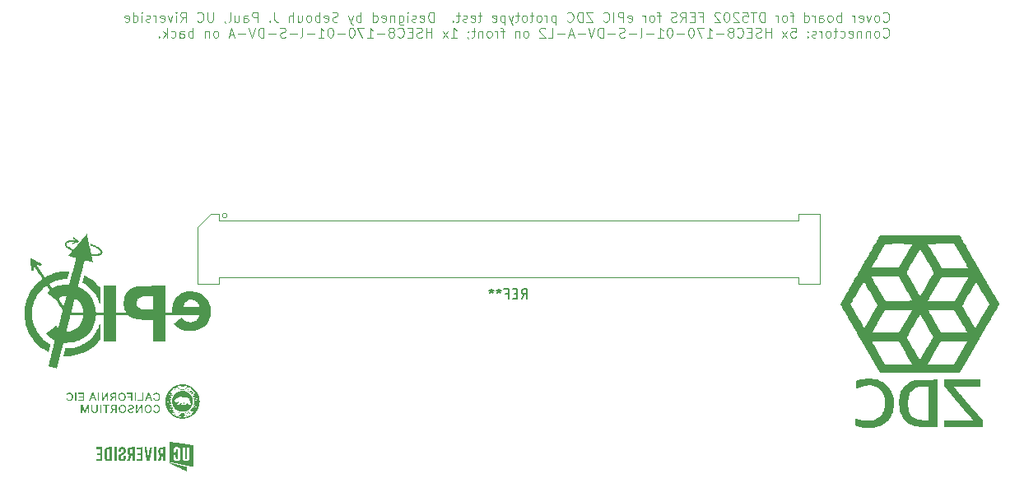
<source format=gbr>
%TF.GenerationSoftware,KiCad,Pcbnew,8.0.2-1*%
%TF.CreationDate,2024-06-18T10:28:37-04:00*%
%TF.ProjectId,Untitled,556e7469-746c-4656-942e-6b696361645f,rev?*%
%TF.SameCoordinates,Original*%
%TF.FileFunction,Legend,Bot*%
%TF.FilePolarity,Positive*%
%FSLAX46Y46*%
G04 Gerber Fmt 4.6, Leading zero omitted, Abs format (unit mm)*
G04 Created by KiCad (PCBNEW 8.0.2-1) date 2024-06-18 10:28:37*
%MOMM*%
%LPD*%
G01*
G04 APERTURE LIST*
%ADD10C,0.100000*%
%ADD11C,0.150000*%
%ADD12C,0.000000*%
%ADD13C,0.120000*%
G04 APERTURE END LIST*
D10*
X138524687Y-76567236D02*
X138572306Y-76614856D01*
X138572306Y-76614856D02*
X138715163Y-76662475D01*
X138715163Y-76662475D02*
X138810401Y-76662475D01*
X138810401Y-76662475D02*
X138953258Y-76614856D01*
X138953258Y-76614856D02*
X139048496Y-76519617D01*
X139048496Y-76519617D02*
X139096115Y-76424379D01*
X139096115Y-76424379D02*
X139143734Y-76233903D01*
X139143734Y-76233903D02*
X139143734Y-76091046D01*
X139143734Y-76091046D02*
X139096115Y-75900570D01*
X139096115Y-75900570D02*
X139048496Y-75805332D01*
X139048496Y-75805332D02*
X138953258Y-75710094D01*
X138953258Y-75710094D02*
X138810401Y-75662475D01*
X138810401Y-75662475D02*
X138715163Y-75662475D01*
X138715163Y-75662475D02*
X138572306Y-75710094D01*
X138572306Y-75710094D02*
X138524687Y-75757713D01*
X137953258Y-76662475D02*
X138048496Y-76614856D01*
X138048496Y-76614856D02*
X138096115Y-76567236D01*
X138096115Y-76567236D02*
X138143734Y-76471998D01*
X138143734Y-76471998D02*
X138143734Y-76186284D01*
X138143734Y-76186284D02*
X138096115Y-76091046D01*
X138096115Y-76091046D02*
X138048496Y-76043427D01*
X138048496Y-76043427D02*
X137953258Y-75995808D01*
X137953258Y-75995808D02*
X137810401Y-75995808D01*
X137810401Y-75995808D02*
X137715163Y-76043427D01*
X137715163Y-76043427D02*
X137667544Y-76091046D01*
X137667544Y-76091046D02*
X137619925Y-76186284D01*
X137619925Y-76186284D02*
X137619925Y-76471998D01*
X137619925Y-76471998D02*
X137667544Y-76567236D01*
X137667544Y-76567236D02*
X137715163Y-76614856D01*
X137715163Y-76614856D02*
X137810401Y-76662475D01*
X137810401Y-76662475D02*
X137953258Y-76662475D01*
X137286591Y-75995808D02*
X137048496Y-76662475D01*
X137048496Y-76662475D02*
X136810401Y-75995808D01*
X136048496Y-76614856D02*
X136143734Y-76662475D01*
X136143734Y-76662475D02*
X136334210Y-76662475D01*
X136334210Y-76662475D02*
X136429448Y-76614856D01*
X136429448Y-76614856D02*
X136477067Y-76519617D01*
X136477067Y-76519617D02*
X136477067Y-76138665D01*
X136477067Y-76138665D02*
X136429448Y-76043427D01*
X136429448Y-76043427D02*
X136334210Y-75995808D01*
X136334210Y-75995808D02*
X136143734Y-75995808D01*
X136143734Y-75995808D02*
X136048496Y-76043427D01*
X136048496Y-76043427D02*
X136000877Y-76138665D01*
X136000877Y-76138665D02*
X136000877Y-76233903D01*
X136000877Y-76233903D02*
X136477067Y-76329141D01*
X135572305Y-76662475D02*
X135572305Y-75995808D01*
X135572305Y-76186284D02*
X135524686Y-76091046D01*
X135524686Y-76091046D02*
X135477067Y-76043427D01*
X135477067Y-76043427D02*
X135381829Y-75995808D01*
X135381829Y-75995808D02*
X135286591Y-75995808D01*
X134191352Y-76662475D02*
X134191352Y-75662475D01*
X134191352Y-76043427D02*
X134096114Y-75995808D01*
X134096114Y-75995808D02*
X133905638Y-75995808D01*
X133905638Y-75995808D02*
X133810400Y-76043427D01*
X133810400Y-76043427D02*
X133762781Y-76091046D01*
X133762781Y-76091046D02*
X133715162Y-76186284D01*
X133715162Y-76186284D02*
X133715162Y-76471998D01*
X133715162Y-76471998D02*
X133762781Y-76567236D01*
X133762781Y-76567236D02*
X133810400Y-76614856D01*
X133810400Y-76614856D02*
X133905638Y-76662475D01*
X133905638Y-76662475D02*
X134096114Y-76662475D01*
X134096114Y-76662475D02*
X134191352Y-76614856D01*
X133143733Y-76662475D02*
X133238971Y-76614856D01*
X133238971Y-76614856D02*
X133286590Y-76567236D01*
X133286590Y-76567236D02*
X133334209Y-76471998D01*
X133334209Y-76471998D02*
X133334209Y-76186284D01*
X133334209Y-76186284D02*
X133286590Y-76091046D01*
X133286590Y-76091046D02*
X133238971Y-76043427D01*
X133238971Y-76043427D02*
X133143733Y-75995808D01*
X133143733Y-75995808D02*
X133000876Y-75995808D01*
X133000876Y-75995808D02*
X132905638Y-76043427D01*
X132905638Y-76043427D02*
X132858019Y-76091046D01*
X132858019Y-76091046D02*
X132810400Y-76186284D01*
X132810400Y-76186284D02*
X132810400Y-76471998D01*
X132810400Y-76471998D02*
X132858019Y-76567236D01*
X132858019Y-76567236D02*
X132905638Y-76614856D01*
X132905638Y-76614856D02*
X133000876Y-76662475D01*
X133000876Y-76662475D02*
X133143733Y-76662475D01*
X131953257Y-76662475D02*
X131953257Y-76138665D01*
X131953257Y-76138665D02*
X132000876Y-76043427D01*
X132000876Y-76043427D02*
X132096114Y-75995808D01*
X132096114Y-75995808D02*
X132286590Y-75995808D01*
X132286590Y-75995808D02*
X132381828Y-76043427D01*
X131953257Y-76614856D02*
X132048495Y-76662475D01*
X132048495Y-76662475D02*
X132286590Y-76662475D01*
X132286590Y-76662475D02*
X132381828Y-76614856D01*
X132381828Y-76614856D02*
X132429447Y-76519617D01*
X132429447Y-76519617D02*
X132429447Y-76424379D01*
X132429447Y-76424379D02*
X132381828Y-76329141D01*
X132381828Y-76329141D02*
X132286590Y-76281522D01*
X132286590Y-76281522D02*
X132048495Y-76281522D01*
X132048495Y-76281522D02*
X131953257Y-76233903D01*
X131477066Y-76662475D02*
X131477066Y-75995808D01*
X131477066Y-76186284D02*
X131429447Y-76091046D01*
X131429447Y-76091046D02*
X131381828Y-76043427D01*
X131381828Y-76043427D02*
X131286590Y-75995808D01*
X131286590Y-75995808D02*
X131191352Y-75995808D01*
X130429447Y-76662475D02*
X130429447Y-75662475D01*
X130429447Y-76614856D02*
X130524685Y-76662475D01*
X130524685Y-76662475D02*
X130715161Y-76662475D01*
X130715161Y-76662475D02*
X130810399Y-76614856D01*
X130810399Y-76614856D02*
X130858018Y-76567236D01*
X130858018Y-76567236D02*
X130905637Y-76471998D01*
X130905637Y-76471998D02*
X130905637Y-76186284D01*
X130905637Y-76186284D02*
X130858018Y-76091046D01*
X130858018Y-76091046D02*
X130810399Y-76043427D01*
X130810399Y-76043427D02*
X130715161Y-75995808D01*
X130715161Y-75995808D02*
X130524685Y-75995808D01*
X130524685Y-75995808D02*
X130429447Y-76043427D01*
X129334208Y-75995808D02*
X128953256Y-75995808D01*
X129191351Y-76662475D02*
X129191351Y-75805332D01*
X129191351Y-75805332D02*
X129143732Y-75710094D01*
X129143732Y-75710094D02*
X129048494Y-75662475D01*
X129048494Y-75662475D02*
X128953256Y-75662475D01*
X128477065Y-76662475D02*
X128572303Y-76614856D01*
X128572303Y-76614856D02*
X128619922Y-76567236D01*
X128619922Y-76567236D02*
X128667541Y-76471998D01*
X128667541Y-76471998D02*
X128667541Y-76186284D01*
X128667541Y-76186284D02*
X128619922Y-76091046D01*
X128619922Y-76091046D02*
X128572303Y-76043427D01*
X128572303Y-76043427D02*
X128477065Y-75995808D01*
X128477065Y-75995808D02*
X128334208Y-75995808D01*
X128334208Y-75995808D02*
X128238970Y-76043427D01*
X128238970Y-76043427D02*
X128191351Y-76091046D01*
X128191351Y-76091046D02*
X128143732Y-76186284D01*
X128143732Y-76186284D02*
X128143732Y-76471998D01*
X128143732Y-76471998D02*
X128191351Y-76567236D01*
X128191351Y-76567236D02*
X128238970Y-76614856D01*
X128238970Y-76614856D02*
X128334208Y-76662475D01*
X128334208Y-76662475D02*
X128477065Y-76662475D01*
X127715160Y-76662475D02*
X127715160Y-75995808D01*
X127715160Y-76186284D02*
X127667541Y-76091046D01*
X127667541Y-76091046D02*
X127619922Y-76043427D01*
X127619922Y-76043427D02*
X127524684Y-75995808D01*
X127524684Y-75995808D02*
X127429446Y-75995808D01*
X126334207Y-76662475D02*
X126334207Y-75662475D01*
X126334207Y-75662475D02*
X126096112Y-75662475D01*
X126096112Y-75662475D02*
X125953255Y-75710094D01*
X125953255Y-75710094D02*
X125858017Y-75805332D01*
X125858017Y-75805332D02*
X125810398Y-75900570D01*
X125810398Y-75900570D02*
X125762779Y-76091046D01*
X125762779Y-76091046D02*
X125762779Y-76233903D01*
X125762779Y-76233903D02*
X125810398Y-76424379D01*
X125810398Y-76424379D02*
X125858017Y-76519617D01*
X125858017Y-76519617D02*
X125953255Y-76614856D01*
X125953255Y-76614856D02*
X126096112Y-76662475D01*
X126096112Y-76662475D02*
X126334207Y-76662475D01*
X125477064Y-75662475D02*
X124905636Y-75662475D01*
X125191350Y-76662475D02*
X125191350Y-75662475D01*
X124096112Y-75662475D02*
X124572302Y-75662475D01*
X124572302Y-75662475D02*
X124619921Y-76138665D01*
X124619921Y-76138665D02*
X124572302Y-76091046D01*
X124572302Y-76091046D02*
X124477064Y-76043427D01*
X124477064Y-76043427D02*
X124238969Y-76043427D01*
X124238969Y-76043427D02*
X124143731Y-76091046D01*
X124143731Y-76091046D02*
X124096112Y-76138665D01*
X124096112Y-76138665D02*
X124048493Y-76233903D01*
X124048493Y-76233903D02*
X124048493Y-76471998D01*
X124048493Y-76471998D02*
X124096112Y-76567236D01*
X124096112Y-76567236D02*
X124143731Y-76614856D01*
X124143731Y-76614856D02*
X124238969Y-76662475D01*
X124238969Y-76662475D02*
X124477064Y-76662475D01*
X124477064Y-76662475D02*
X124572302Y-76614856D01*
X124572302Y-76614856D02*
X124619921Y-76567236D01*
X123667540Y-75757713D02*
X123619921Y-75710094D01*
X123619921Y-75710094D02*
X123524683Y-75662475D01*
X123524683Y-75662475D02*
X123286588Y-75662475D01*
X123286588Y-75662475D02*
X123191350Y-75710094D01*
X123191350Y-75710094D02*
X123143731Y-75757713D01*
X123143731Y-75757713D02*
X123096112Y-75852951D01*
X123096112Y-75852951D02*
X123096112Y-75948189D01*
X123096112Y-75948189D02*
X123143731Y-76091046D01*
X123143731Y-76091046D02*
X123715159Y-76662475D01*
X123715159Y-76662475D02*
X123096112Y-76662475D01*
X122477064Y-75662475D02*
X122381826Y-75662475D01*
X122381826Y-75662475D02*
X122286588Y-75710094D01*
X122286588Y-75710094D02*
X122238969Y-75757713D01*
X122238969Y-75757713D02*
X122191350Y-75852951D01*
X122191350Y-75852951D02*
X122143731Y-76043427D01*
X122143731Y-76043427D02*
X122143731Y-76281522D01*
X122143731Y-76281522D02*
X122191350Y-76471998D01*
X122191350Y-76471998D02*
X122238969Y-76567236D01*
X122238969Y-76567236D02*
X122286588Y-76614856D01*
X122286588Y-76614856D02*
X122381826Y-76662475D01*
X122381826Y-76662475D02*
X122477064Y-76662475D01*
X122477064Y-76662475D02*
X122572302Y-76614856D01*
X122572302Y-76614856D02*
X122619921Y-76567236D01*
X122619921Y-76567236D02*
X122667540Y-76471998D01*
X122667540Y-76471998D02*
X122715159Y-76281522D01*
X122715159Y-76281522D02*
X122715159Y-76043427D01*
X122715159Y-76043427D02*
X122667540Y-75852951D01*
X122667540Y-75852951D02*
X122619921Y-75757713D01*
X122619921Y-75757713D02*
X122572302Y-75710094D01*
X122572302Y-75710094D02*
X122477064Y-75662475D01*
X121762778Y-75757713D02*
X121715159Y-75710094D01*
X121715159Y-75710094D02*
X121619921Y-75662475D01*
X121619921Y-75662475D02*
X121381826Y-75662475D01*
X121381826Y-75662475D02*
X121286588Y-75710094D01*
X121286588Y-75710094D02*
X121238969Y-75757713D01*
X121238969Y-75757713D02*
X121191350Y-75852951D01*
X121191350Y-75852951D02*
X121191350Y-75948189D01*
X121191350Y-75948189D02*
X121238969Y-76091046D01*
X121238969Y-76091046D02*
X121810397Y-76662475D01*
X121810397Y-76662475D02*
X121191350Y-76662475D01*
X119667540Y-76138665D02*
X120000873Y-76138665D01*
X120000873Y-76662475D02*
X120000873Y-75662475D01*
X120000873Y-75662475D02*
X119524683Y-75662475D01*
X119143730Y-76138665D02*
X118810397Y-76138665D01*
X118667540Y-76662475D02*
X119143730Y-76662475D01*
X119143730Y-76662475D02*
X119143730Y-75662475D01*
X119143730Y-75662475D02*
X118667540Y-75662475D01*
X117667540Y-76662475D02*
X118000873Y-76186284D01*
X118238968Y-76662475D02*
X118238968Y-75662475D01*
X118238968Y-75662475D02*
X117858016Y-75662475D01*
X117858016Y-75662475D02*
X117762778Y-75710094D01*
X117762778Y-75710094D02*
X117715159Y-75757713D01*
X117715159Y-75757713D02*
X117667540Y-75852951D01*
X117667540Y-75852951D02*
X117667540Y-75995808D01*
X117667540Y-75995808D02*
X117715159Y-76091046D01*
X117715159Y-76091046D02*
X117762778Y-76138665D01*
X117762778Y-76138665D02*
X117858016Y-76186284D01*
X117858016Y-76186284D02*
X118238968Y-76186284D01*
X117286587Y-76614856D02*
X117143730Y-76662475D01*
X117143730Y-76662475D02*
X116905635Y-76662475D01*
X116905635Y-76662475D02*
X116810397Y-76614856D01*
X116810397Y-76614856D02*
X116762778Y-76567236D01*
X116762778Y-76567236D02*
X116715159Y-76471998D01*
X116715159Y-76471998D02*
X116715159Y-76376760D01*
X116715159Y-76376760D02*
X116762778Y-76281522D01*
X116762778Y-76281522D02*
X116810397Y-76233903D01*
X116810397Y-76233903D02*
X116905635Y-76186284D01*
X116905635Y-76186284D02*
X117096111Y-76138665D01*
X117096111Y-76138665D02*
X117191349Y-76091046D01*
X117191349Y-76091046D02*
X117238968Y-76043427D01*
X117238968Y-76043427D02*
X117286587Y-75948189D01*
X117286587Y-75948189D02*
X117286587Y-75852951D01*
X117286587Y-75852951D02*
X117238968Y-75757713D01*
X117238968Y-75757713D02*
X117191349Y-75710094D01*
X117191349Y-75710094D02*
X117096111Y-75662475D01*
X117096111Y-75662475D02*
X116858016Y-75662475D01*
X116858016Y-75662475D02*
X116715159Y-75710094D01*
X115667539Y-75995808D02*
X115286587Y-75995808D01*
X115524682Y-76662475D02*
X115524682Y-75805332D01*
X115524682Y-75805332D02*
X115477063Y-75710094D01*
X115477063Y-75710094D02*
X115381825Y-75662475D01*
X115381825Y-75662475D02*
X115286587Y-75662475D01*
X114810396Y-76662475D02*
X114905634Y-76614856D01*
X114905634Y-76614856D02*
X114953253Y-76567236D01*
X114953253Y-76567236D02*
X115000872Y-76471998D01*
X115000872Y-76471998D02*
X115000872Y-76186284D01*
X115000872Y-76186284D02*
X114953253Y-76091046D01*
X114953253Y-76091046D02*
X114905634Y-76043427D01*
X114905634Y-76043427D02*
X114810396Y-75995808D01*
X114810396Y-75995808D02*
X114667539Y-75995808D01*
X114667539Y-75995808D02*
X114572301Y-76043427D01*
X114572301Y-76043427D02*
X114524682Y-76091046D01*
X114524682Y-76091046D02*
X114477063Y-76186284D01*
X114477063Y-76186284D02*
X114477063Y-76471998D01*
X114477063Y-76471998D02*
X114524682Y-76567236D01*
X114524682Y-76567236D02*
X114572301Y-76614856D01*
X114572301Y-76614856D02*
X114667539Y-76662475D01*
X114667539Y-76662475D02*
X114810396Y-76662475D01*
X114048491Y-76662475D02*
X114048491Y-75995808D01*
X114048491Y-76186284D02*
X114000872Y-76091046D01*
X114000872Y-76091046D02*
X113953253Y-76043427D01*
X113953253Y-76043427D02*
X113858015Y-75995808D01*
X113858015Y-75995808D02*
X113762777Y-75995808D01*
X112286586Y-76614856D02*
X112381824Y-76662475D01*
X112381824Y-76662475D02*
X112572300Y-76662475D01*
X112572300Y-76662475D02*
X112667538Y-76614856D01*
X112667538Y-76614856D02*
X112715157Y-76519617D01*
X112715157Y-76519617D02*
X112715157Y-76138665D01*
X112715157Y-76138665D02*
X112667538Y-76043427D01*
X112667538Y-76043427D02*
X112572300Y-75995808D01*
X112572300Y-75995808D02*
X112381824Y-75995808D01*
X112381824Y-75995808D02*
X112286586Y-76043427D01*
X112286586Y-76043427D02*
X112238967Y-76138665D01*
X112238967Y-76138665D02*
X112238967Y-76233903D01*
X112238967Y-76233903D02*
X112715157Y-76329141D01*
X111810395Y-76662475D02*
X111810395Y-75662475D01*
X111810395Y-75662475D02*
X111429443Y-75662475D01*
X111429443Y-75662475D02*
X111334205Y-75710094D01*
X111334205Y-75710094D02*
X111286586Y-75757713D01*
X111286586Y-75757713D02*
X111238967Y-75852951D01*
X111238967Y-75852951D02*
X111238967Y-75995808D01*
X111238967Y-75995808D02*
X111286586Y-76091046D01*
X111286586Y-76091046D02*
X111334205Y-76138665D01*
X111334205Y-76138665D02*
X111429443Y-76186284D01*
X111429443Y-76186284D02*
X111810395Y-76186284D01*
X110810395Y-76662475D02*
X110810395Y-75662475D01*
X109762777Y-76567236D02*
X109810396Y-76614856D01*
X109810396Y-76614856D02*
X109953253Y-76662475D01*
X109953253Y-76662475D02*
X110048491Y-76662475D01*
X110048491Y-76662475D02*
X110191348Y-76614856D01*
X110191348Y-76614856D02*
X110286586Y-76519617D01*
X110286586Y-76519617D02*
X110334205Y-76424379D01*
X110334205Y-76424379D02*
X110381824Y-76233903D01*
X110381824Y-76233903D02*
X110381824Y-76091046D01*
X110381824Y-76091046D02*
X110334205Y-75900570D01*
X110334205Y-75900570D02*
X110286586Y-75805332D01*
X110286586Y-75805332D02*
X110191348Y-75710094D01*
X110191348Y-75710094D02*
X110048491Y-75662475D01*
X110048491Y-75662475D02*
X109953253Y-75662475D01*
X109953253Y-75662475D02*
X109810396Y-75710094D01*
X109810396Y-75710094D02*
X109762777Y-75757713D01*
X108667538Y-75662475D02*
X108000872Y-75662475D01*
X108000872Y-75662475D02*
X108667538Y-76662475D01*
X108667538Y-76662475D02*
X108000872Y-76662475D01*
X107619919Y-76662475D02*
X107619919Y-75662475D01*
X107619919Y-75662475D02*
X107381824Y-75662475D01*
X107381824Y-75662475D02*
X107238967Y-75710094D01*
X107238967Y-75710094D02*
X107143729Y-75805332D01*
X107143729Y-75805332D02*
X107096110Y-75900570D01*
X107096110Y-75900570D02*
X107048491Y-76091046D01*
X107048491Y-76091046D02*
X107048491Y-76233903D01*
X107048491Y-76233903D02*
X107096110Y-76424379D01*
X107096110Y-76424379D02*
X107143729Y-76519617D01*
X107143729Y-76519617D02*
X107238967Y-76614856D01*
X107238967Y-76614856D02*
X107381824Y-76662475D01*
X107381824Y-76662475D02*
X107619919Y-76662475D01*
X106048491Y-76567236D02*
X106096110Y-76614856D01*
X106096110Y-76614856D02*
X106238967Y-76662475D01*
X106238967Y-76662475D02*
X106334205Y-76662475D01*
X106334205Y-76662475D02*
X106477062Y-76614856D01*
X106477062Y-76614856D02*
X106572300Y-76519617D01*
X106572300Y-76519617D02*
X106619919Y-76424379D01*
X106619919Y-76424379D02*
X106667538Y-76233903D01*
X106667538Y-76233903D02*
X106667538Y-76091046D01*
X106667538Y-76091046D02*
X106619919Y-75900570D01*
X106619919Y-75900570D02*
X106572300Y-75805332D01*
X106572300Y-75805332D02*
X106477062Y-75710094D01*
X106477062Y-75710094D02*
X106334205Y-75662475D01*
X106334205Y-75662475D02*
X106238967Y-75662475D01*
X106238967Y-75662475D02*
X106096110Y-75710094D01*
X106096110Y-75710094D02*
X106048491Y-75757713D01*
X104858014Y-75995808D02*
X104858014Y-76995808D01*
X104858014Y-76043427D02*
X104762776Y-75995808D01*
X104762776Y-75995808D02*
X104572300Y-75995808D01*
X104572300Y-75995808D02*
X104477062Y-76043427D01*
X104477062Y-76043427D02*
X104429443Y-76091046D01*
X104429443Y-76091046D02*
X104381824Y-76186284D01*
X104381824Y-76186284D02*
X104381824Y-76471998D01*
X104381824Y-76471998D02*
X104429443Y-76567236D01*
X104429443Y-76567236D02*
X104477062Y-76614856D01*
X104477062Y-76614856D02*
X104572300Y-76662475D01*
X104572300Y-76662475D02*
X104762776Y-76662475D01*
X104762776Y-76662475D02*
X104858014Y-76614856D01*
X103953252Y-76662475D02*
X103953252Y-75995808D01*
X103953252Y-76186284D02*
X103905633Y-76091046D01*
X103905633Y-76091046D02*
X103858014Y-76043427D01*
X103858014Y-76043427D02*
X103762776Y-75995808D01*
X103762776Y-75995808D02*
X103667538Y-75995808D01*
X103191347Y-76662475D02*
X103286585Y-76614856D01*
X103286585Y-76614856D02*
X103334204Y-76567236D01*
X103334204Y-76567236D02*
X103381823Y-76471998D01*
X103381823Y-76471998D02*
X103381823Y-76186284D01*
X103381823Y-76186284D02*
X103334204Y-76091046D01*
X103334204Y-76091046D02*
X103286585Y-76043427D01*
X103286585Y-76043427D02*
X103191347Y-75995808D01*
X103191347Y-75995808D02*
X103048490Y-75995808D01*
X103048490Y-75995808D02*
X102953252Y-76043427D01*
X102953252Y-76043427D02*
X102905633Y-76091046D01*
X102905633Y-76091046D02*
X102858014Y-76186284D01*
X102858014Y-76186284D02*
X102858014Y-76471998D01*
X102858014Y-76471998D02*
X102905633Y-76567236D01*
X102905633Y-76567236D02*
X102953252Y-76614856D01*
X102953252Y-76614856D02*
X103048490Y-76662475D01*
X103048490Y-76662475D02*
X103191347Y-76662475D01*
X102572299Y-75995808D02*
X102191347Y-75995808D01*
X102429442Y-75662475D02*
X102429442Y-76519617D01*
X102429442Y-76519617D02*
X102381823Y-76614856D01*
X102381823Y-76614856D02*
X102286585Y-76662475D01*
X102286585Y-76662475D02*
X102191347Y-76662475D01*
X101715156Y-76662475D02*
X101810394Y-76614856D01*
X101810394Y-76614856D02*
X101858013Y-76567236D01*
X101858013Y-76567236D02*
X101905632Y-76471998D01*
X101905632Y-76471998D02*
X101905632Y-76186284D01*
X101905632Y-76186284D02*
X101858013Y-76091046D01*
X101858013Y-76091046D02*
X101810394Y-76043427D01*
X101810394Y-76043427D02*
X101715156Y-75995808D01*
X101715156Y-75995808D02*
X101572299Y-75995808D01*
X101572299Y-75995808D02*
X101477061Y-76043427D01*
X101477061Y-76043427D02*
X101429442Y-76091046D01*
X101429442Y-76091046D02*
X101381823Y-76186284D01*
X101381823Y-76186284D02*
X101381823Y-76471998D01*
X101381823Y-76471998D02*
X101429442Y-76567236D01*
X101429442Y-76567236D02*
X101477061Y-76614856D01*
X101477061Y-76614856D02*
X101572299Y-76662475D01*
X101572299Y-76662475D02*
X101715156Y-76662475D01*
X101096108Y-75995808D02*
X100715156Y-75995808D01*
X100953251Y-75662475D02*
X100953251Y-76519617D01*
X100953251Y-76519617D02*
X100905632Y-76614856D01*
X100905632Y-76614856D02*
X100810394Y-76662475D01*
X100810394Y-76662475D02*
X100715156Y-76662475D01*
X100477060Y-75995808D02*
X100238965Y-76662475D01*
X100000870Y-75995808D02*
X100238965Y-76662475D01*
X100238965Y-76662475D02*
X100334203Y-76900570D01*
X100334203Y-76900570D02*
X100381822Y-76948189D01*
X100381822Y-76948189D02*
X100477060Y-76995808D01*
X99619917Y-75995808D02*
X99619917Y-76995808D01*
X99619917Y-76043427D02*
X99524679Y-75995808D01*
X99524679Y-75995808D02*
X99334203Y-75995808D01*
X99334203Y-75995808D02*
X99238965Y-76043427D01*
X99238965Y-76043427D02*
X99191346Y-76091046D01*
X99191346Y-76091046D02*
X99143727Y-76186284D01*
X99143727Y-76186284D02*
X99143727Y-76471998D01*
X99143727Y-76471998D02*
X99191346Y-76567236D01*
X99191346Y-76567236D02*
X99238965Y-76614856D01*
X99238965Y-76614856D02*
X99334203Y-76662475D01*
X99334203Y-76662475D02*
X99524679Y-76662475D01*
X99524679Y-76662475D02*
X99619917Y-76614856D01*
X98334203Y-76614856D02*
X98429441Y-76662475D01*
X98429441Y-76662475D02*
X98619917Y-76662475D01*
X98619917Y-76662475D02*
X98715155Y-76614856D01*
X98715155Y-76614856D02*
X98762774Y-76519617D01*
X98762774Y-76519617D02*
X98762774Y-76138665D01*
X98762774Y-76138665D02*
X98715155Y-76043427D01*
X98715155Y-76043427D02*
X98619917Y-75995808D01*
X98619917Y-75995808D02*
X98429441Y-75995808D01*
X98429441Y-75995808D02*
X98334203Y-76043427D01*
X98334203Y-76043427D02*
X98286584Y-76138665D01*
X98286584Y-76138665D02*
X98286584Y-76233903D01*
X98286584Y-76233903D02*
X98762774Y-76329141D01*
X97238964Y-75995808D02*
X96858012Y-75995808D01*
X97096107Y-75662475D02*
X97096107Y-76519617D01*
X97096107Y-76519617D02*
X97048488Y-76614856D01*
X97048488Y-76614856D02*
X96953250Y-76662475D01*
X96953250Y-76662475D02*
X96858012Y-76662475D01*
X96143726Y-76614856D02*
X96238964Y-76662475D01*
X96238964Y-76662475D02*
X96429440Y-76662475D01*
X96429440Y-76662475D02*
X96524678Y-76614856D01*
X96524678Y-76614856D02*
X96572297Y-76519617D01*
X96572297Y-76519617D02*
X96572297Y-76138665D01*
X96572297Y-76138665D02*
X96524678Y-76043427D01*
X96524678Y-76043427D02*
X96429440Y-75995808D01*
X96429440Y-75995808D02*
X96238964Y-75995808D01*
X96238964Y-75995808D02*
X96143726Y-76043427D01*
X96143726Y-76043427D02*
X96096107Y-76138665D01*
X96096107Y-76138665D02*
X96096107Y-76233903D01*
X96096107Y-76233903D02*
X96572297Y-76329141D01*
X95715154Y-76614856D02*
X95619916Y-76662475D01*
X95619916Y-76662475D02*
X95429440Y-76662475D01*
X95429440Y-76662475D02*
X95334202Y-76614856D01*
X95334202Y-76614856D02*
X95286583Y-76519617D01*
X95286583Y-76519617D02*
X95286583Y-76471998D01*
X95286583Y-76471998D02*
X95334202Y-76376760D01*
X95334202Y-76376760D02*
X95429440Y-76329141D01*
X95429440Y-76329141D02*
X95572297Y-76329141D01*
X95572297Y-76329141D02*
X95667535Y-76281522D01*
X95667535Y-76281522D02*
X95715154Y-76186284D01*
X95715154Y-76186284D02*
X95715154Y-76138665D01*
X95715154Y-76138665D02*
X95667535Y-76043427D01*
X95667535Y-76043427D02*
X95572297Y-75995808D01*
X95572297Y-75995808D02*
X95429440Y-75995808D01*
X95429440Y-75995808D02*
X95334202Y-76043427D01*
X95000868Y-75995808D02*
X94619916Y-75995808D01*
X94858011Y-75662475D02*
X94858011Y-76519617D01*
X94858011Y-76519617D02*
X94810392Y-76614856D01*
X94810392Y-76614856D02*
X94715154Y-76662475D01*
X94715154Y-76662475D02*
X94619916Y-76662475D01*
X94286582Y-76567236D02*
X94238963Y-76614856D01*
X94238963Y-76614856D02*
X94286582Y-76662475D01*
X94286582Y-76662475D02*
X94334201Y-76614856D01*
X94334201Y-76614856D02*
X94286582Y-76567236D01*
X94286582Y-76567236D02*
X94286582Y-76662475D01*
X92286582Y-76662475D02*
X92286582Y-75662475D01*
X92286582Y-75662475D02*
X92048487Y-75662475D01*
X92048487Y-75662475D02*
X91905630Y-75710094D01*
X91905630Y-75710094D02*
X91810392Y-75805332D01*
X91810392Y-75805332D02*
X91762773Y-75900570D01*
X91762773Y-75900570D02*
X91715154Y-76091046D01*
X91715154Y-76091046D02*
X91715154Y-76233903D01*
X91715154Y-76233903D02*
X91762773Y-76424379D01*
X91762773Y-76424379D02*
X91810392Y-76519617D01*
X91810392Y-76519617D02*
X91905630Y-76614856D01*
X91905630Y-76614856D02*
X92048487Y-76662475D01*
X92048487Y-76662475D02*
X92286582Y-76662475D01*
X90905630Y-76614856D02*
X91000868Y-76662475D01*
X91000868Y-76662475D02*
X91191344Y-76662475D01*
X91191344Y-76662475D02*
X91286582Y-76614856D01*
X91286582Y-76614856D02*
X91334201Y-76519617D01*
X91334201Y-76519617D02*
X91334201Y-76138665D01*
X91334201Y-76138665D02*
X91286582Y-76043427D01*
X91286582Y-76043427D02*
X91191344Y-75995808D01*
X91191344Y-75995808D02*
X91000868Y-75995808D01*
X91000868Y-75995808D02*
X90905630Y-76043427D01*
X90905630Y-76043427D02*
X90858011Y-76138665D01*
X90858011Y-76138665D02*
X90858011Y-76233903D01*
X90858011Y-76233903D02*
X91334201Y-76329141D01*
X90477058Y-76614856D02*
X90381820Y-76662475D01*
X90381820Y-76662475D02*
X90191344Y-76662475D01*
X90191344Y-76662475D02*
X90096106Y-76614856D01*
X90096106Y-76614856D02*
X90048487Y-76519617D01*
X90048487Y-76519617D02*
X90048487Y-76471998D01*
X90048487Y-76471998D02*
X90096106Y-76376760D01*
X90096106Y-76376760D02*
X90191344Y-76329141D01*
X90191344Y-76329141D02*
X90334201Y-76329141D01*
X90334201Y-76329141D02*
X90429439Y-76281522D01*
X90429439Y-76281522D02*
X90477058Y-76186284D01*
X90477058Y-76186284D02*
X90477058Y-76138665D01*
X90477058Y-76138665D02*
X90429439Y-76043427D01*
X90429439Y-76043427D02*
X90334201Y-75995808D01*
X90334201Y-75995808D02*
X90191344Y-75995808D01*
X90191344Y-75995808D02*
X90096106Y-76043427D01*
X89619915Y-76662475D02*
X89619915Y-75995808D01*
X89619915Y-75662475D02*
X89667534Y-75710094D01*
X89667534Y-75710094D02*
X89619915Y-75757713D01*
X89619915Y-75757713D02*
X89572296Y-75710094D01*
X89572296Y-75710094D02*
X89619915Y-75662475D01*
X89619915Y-75662475D02*
X89619915Y-75757713D01*
X88715154Y-75995808D02*
X88715154Y-76805332D01*
X88715154Y-76805332D02*
X88762773Y-76900570D01*
X88762773Y-76900570D02*
X88810392Y-76948189D01*
X88810392Y-76948189D02*
X88905630Y-76995808D01*
X88905630Y-76995808D02*
X89048487Y-76995808D01*
X89048487Y-76995808D02*
X89143725Y-76948189D01*
X88715154Y-76614856D02*
X88810392Y-76662475D01*
X88810392Y-76662475D02*
X89000868Y-76662475D01*
X89000868Y-76662475D02*
X89096106Y-76614856D01*
X89096106Y-76614856D02*
X89143725Y-76567236D01*
X89143725Y-76567236D02*
X89191344Y-76471998D01*
X89191344Y-76471998D02*
X89191344Y-76186284D01*
X89191344Y-76186284D02*
X89143725Y-76091046D01*
X89143725Y-76091046D02*
X89096106Y-76043427D01*
X89096106Y-76043427D02*
X89000868Y-75995808D01*
X89000868Y-75995808D02*
X88810392Y-75995808D01*
X88810392Y-75995808D02*
X88715154Y-76043427D01*
X88238963Y-75995808D02*
X88238963Y-76662475D01*
X88238963Y-76091046D02*
X88191344Y-76043427D01*
X88191344Y-76043427D02*
X88096106Y-75995808D01*
X88096106Y-75995808D02*
X87953249Y-75995808D01*
X87953249Y-75995808D02*
X87858011Y-76043427D01*
X87858011Y-76043427D02*
X87810392Y-76138665D01*
X87810392Y-76138665D02*
X87810392Y-76662475D01*
X86953249Y-76614856D02*
X87048487Y-76662475D01*
X87048487Y-76662475D02*
X87238963Y-76662475D01*
X87238963Y-76662475D02*
X87334201Y-76614856D01*
X87334201Y-76614856D02*
X87381820Y-76519617D01*
X87381820Y-76519617D02*
X87381820Y-76138665D01*
X87381820Y-76138665D02*
X87334201Y-76043427D01*
X87334201Y-76043427D02*
X87238963Y-75995808D01*
X87238963Y-75995808D02*
X87048487Y-75995808D01*
X87048487Y-75995808D02*
X86953249Y-76043427D01*
X86953249Y-76043427D02*
X86905630Y-76138665D01*
X86905630Y-76138665D02*
X86905630Y-76233903D01*
X86905630Y-76233903D02*
X87381820Y-76329141D01*
X86048487Y-76662475D02*
X86048487Y-75662475D01*
X86048487Y-76614856D02*
X86143725Y-76662475D01*
X86143725Y-76662475D02*
X86334201Y-76662475D01*
X86334201Y-76662475D02*
X86429439Y-76614856D01*
X86429439Y-76614856D02*
X86477058Y-76567236D01*
X86477058Y-76567236D02*
X86524677Y-76471998D01*
X86524677Y-76471998D02*
X86524677Y-76186284D01*
X86524677Y-76186284D02*
X86477058Y-76091046D01*
X86477058Y-76091046D02*
X86429439Y-76043427D01*
X86429439Y-76043427D02*
X86334201Y-75995808D01*
X86334201Y-75995808D02*
X86143725Y-75995808D01*
X86143725Y-75995808D02*
X86048487Y-76043427D01*
X84810391Y-76662475D02*
X84810391Y-75662475D01*
X84810391Y-76043427D02*
X84715153Y-75995808D01*
X84715153Y-75995808D02*
X84524677Y-75995808D01*
X84524677Y-75995808D02*
X84429439Y-76043427D01*
X84429439Y-76043427D02*
X84381820Y-76091046D01*
X84381820Y-76091046D02*
X84334201Y-76186284D01*
X84334201Y-76186284D02*
X84334201Y-76471998D01*
X84334201Y-76471998D02*
X84381820Y-76567236D01*
X84381820Y-76567236D02*
X84429439Y-76614856D01*
X84429439Y-76614856D02*
X84524677Y-76662475D01*
X84524677Y-76662475D02*
X84715153Y-76662475D01*
X84715153Y-76662475D02*
X84810391Y-76614856D01*
X84000867Y-75995808D02*
X83762772Y-76662475D01*
X83524677Y-75995808D02*
X83762772Y-76662475D01*
X83762772Y-76662475D02*
X83858010Y-76900570D01*
X83858010Y-76900570D02*
X83905629Y-76948189D01*
X83905629Y-76948189D02*
X84000867Y-76995808D01*
X82429438Y-76614856D02*
X82286581Y-76662475D01*
X82286581Y-76662475D02*
X82048486Y-76662475D01*
X82048486Y-76662475D02*
X81953248Y-76614856D01*
X81953248Y-76614856D02*
X81905629Y-76567236D01*
X81905629Y-76567236D02*
X81858010Y-76471998D01*
X81858010Y-76471998D02*
X81858010Y-76376760D01*
X81858010Y-76376760D02*
X81905629Y-76281522D01*
X81905629Y-76281522D02*
X81953248Y-76233903D01*
X81953248Y-76233903D02*
X82048486Y-76186284D01*
X82048486Y-76186284D02*
X82238962Y-76138665D01*
X82238962Y-76138665D02*
X82334200Y-76091046D01*
X82334200Y-76091046D02*
X82381819Y-76043427D01*
X82381819Y-76043427D02*
X82429438Y-75948189D01*
X82429438Y-75948189D02*
X82429438Y-75852951D01*
X82429438Y-75852951D02*
X82381819Y-75757713D01*
X82381819Y-75757713D02*
X82334200Y-75710094D01*
X82334200Y-75710094D02*
X82238962Y-75662475D01*
X82238962Y-75662475D02*
X82000867Y-75662475D01*
X82000867Y-75662475D02*
X81858010Y-75710094D01*
X81048486Y-76614856D02*
X81143724Y-76662475D01*
X81143724Y-76662475D02*
X81334200Y-76662475D01*
X81334200Y-76662475D02*
X81429438Y-76614856D01*
X81429438Y-76614856D02*
X81477057Y-76519617D01*
X81477057Y-76519617D02*
X81477057Y-76138665D01*
X81477057Y-76138665D02*
X81429438Y-76043427D01*
X81429438Y-76043427D02*
X81334200Y-75995808D01*
X81334200Y-75995808D02*
X81143724Y-75995808D01*
X81143724Y-75995808D02*
X81048486Y-76043427D01*
X81048486Y-76043427D02*
X81000867Y-76138665D01*
X81000867Y-76138665D02*
X81000867Y-76233903D01*
X81000867Y-76233903D02*
X81477057Y-76329141D01*
X80572295Y-76662475D02*
X80572295Y-75662475D01*
X80572295Y-76043427D02*
X80477057Y-75995808D01*
X80477057Y-75995808D02*
X80286581Y-75995808D01*
X80286581Y-75995808D02*
X80191343Y-76043427D01*
X80191343Y-76043427D02*
X80143724Y-76091046D01*
X80143724Y-76091046D02*
X80096105Y-76186284D01*
X80096105Y-76186284D02*
X80096105Y-76471998D01*
X80096105Y-76471998D02*
X80143724Y-76567236D01*
X80143724Y-76567236D02*
X80191343Y-76614856D01*
X80191343Y-76614856D02*
X80286581Y-76662475D01*
X80286581Y-76662475D02*
X80477057Y-76662475D01*
X80477057Y-76662475D02*
X80572295Y-76614856D01*
X79524676Y-76662475D02*
X79619914Y-76614856D01*
X79619914Y-76614856D02*
X79667533Y-76567236D01*
X79667533Y-76567236D02*
X79715152Y-76471998D01*
X79715152Y-76471998D02*
X79715152Y-76186284D01*
X79715152Y-76186284D02*
X79667533Y-76091046D01*
X79667533Y-76091046D02*
X79619914Y-76043427D01*
X79619914Y-76043427D02*
X79524676Y-75995808D01*
X79524676Y-75995808D02*
X79381819Y-75995808D01*
X79381819Y-75995808D02*
X79286581Y-76043427D01*
X79286581Y-76043427D02*
X79238962Y-76091046D01*
X79238962Y-76091046D02*
X79191343Y-76186284D01*
X79191343Y-76186284D02*
X79191343Y-76471998D01*
X79191343Y-76471998D02*
X79238962Y-76567236D01*
X79238962Y-76567236D02*
X79286581Y-76614856D01*
X79286581Y-76614856D02*
X79381819Y-76662475D01*
X79381819Y-76662475D02*
X79524676Y-76662475D01*
X78334200Y-75995808D02*
X78334200Y-76662475D01*
X78762771Y-75995808D02*
X78762771Y-76519617D01*
X78762771Y-76519617D02*
X78715152Y-76614856D01*
X78715152Y-76614856D02*
X78619914Y-76662475D01*
X78619914Y-76662475D02*
X78477057Y-76662475D01*
X78477057Y-76662475D02*
X78381819Y-76614856D01*
X78381819Y-76614856D02*
X78334200Y-76567236D01*
X77858009Y-76662475D02*
X77858009Y-75662475D01*
X77429438Y-76662475D02*
X77429438Y-76138665D01*
X77429438Y-76138665D02*
X77477057Y-76043427D01*
X77477057Y-76043427D02*
X77572295Y-75995808D01*
X77572295Y-75995808D02*
X77715152Y-75995808D01*
X77715152Y-75995808D02*
X77810390Y-76043427D01*
X77810390Y-76043427D02*
X77858009Y-76091046D01*
X75905628Y-75662475D02*
X75905628Y-76376760D01*
X75905628Y-76376760D02*
X75953247Y-76519617D01*
X75953247Y-76519617D02*
X76048485Y-76614856D01*
X76048485Y-76614856D02*
X76191342Y-76662475D01*
X76191342Y-76662475D02*
X76286580Y-76662475D01*
X75429437Y-76567236D02*
X75381818Y-76614856D01*
X75381818Y-76614856D02*
X75429437Y-76662475D01*
X75429437Y-76662475D02*
X75477056Y-76614856D01*
X75477056Y-76614856D02*
X75429437Y-76567236D01*
X75429437Y-76567236D02*
X75429437Y-76662475D01*
X74191342Y-76662475D02*
X74191342Y-75662475D01*
X74191342Y-75662475D02*
X73810390Y-75662475D01*
X73810390Y-75662475D02*
X73715152Y-75710094D01*
X73715152Y-75710094D02*
X73667533Y-75757713D01*
X73667533Y-75757713D02*
X73619914Y-75852951D01*
X73619914Y-75852951D02*
X73619914Y-75995808D01*
X73619914Y-75995808D02*
X73667533Y-76091046D01*
X73667533Y-76091046D02*
X73715152Y-76138665D01*
X73715152Y-76138665D02*
X73810390Y-76186284D01*
X73810390Y-76186284D02*
X74191342Y-76186284D01*
X72762771Y-76662475D02*
X72762771Y-76138665D01*
X72762771Y-76138665D02*
X72810390Y-76043427D01*
X72810390Y-76043427D02*
X72905628Y-75995808D01*
X72905628Y-75995808D02*
X73096104Y-75995808D01*
X73096104Y-75995808D02*
X73191342Y-76043427D01*
X72762771Y-76614856D02*
X72858009Y-76662475D01*
X72858009Y-76662475D02*
X73096104Y-76662475D01*
X73096104Y-76662475D02*
X73191342Y-76614856D01*
X73191342Y-76614856D02*
X73238961Y-76519617D01*
X73238961Y-76519617D02*
X73238961Y-76424379D01*
X73238961Y-76424379D02*
X73191342Y-76329141D01*
X73191342Y-76329141D02*
X73096104Y-76281522D01*
X73096104Y-76281522D02*
X72858009Y-76281522D01*
X72858009Y-76281522D02*
X72762771Y-76233903D01*
X71858009Y-75995808D02*
X71858009Y-76662475D01*
X72286580Y-75995808D02*
X72286580Y-76519617D01*
X72286580Y-76519617D02*
X72238961Y-76614856D01*
X72238961Y-76614856D02*
X72143723Y-76662475D01*
X72143723Y-76662475D02*
X72000866Y-76662475D01*
X72000866Y-76662475D02*
X71905628Y-76614856D01*
X71905628Y-76614856D02*
X71858009Y-76567236D01*
X71238961Y-76662475D02*
X71334199Y-76614856D01*
X71334199Y-76614856D02*
X71381818Y-76519617D01*
X71381818Y-76519617D02*
X71381818Y-75662475D01*
X70810389Y-76614856D02*
X70810389Y-76662475D01*
X70810389Y-76662475D02*
X70858008Y-76757713D01*
X70858008Y-76757713D02*
X70905627Y-76805332D01*
X69619913Y-75662475D02*
X69619913Y-76471998D01*
X69619913Y-76471998D02*
X69572294Y-76567236D01*
X69572294Y-76567236D02*
X69524675Y-76614856D01*
X69524675Y-76614856D02*
X69429437Y-76662475D01*
X69429437Y-76662475D02*
X69238961Y-76662475D01*
X69238961Y-76662475D02*
X69143723Y-76614856D01*
X69143723Y-76614856D02*
X69096104Y-76567236D01*
X69096104Y-76567236D02*
X69048485Y-76471998D01*
X69048485Y-76471998D02*
X69048485Y-75662475D01*
X68000866Y-76567236D02*
X68048485Y-76614856D01*
X68048485Y-76614856D02*
X68191342Y-76662475D01*
X68191342Y-76662475D02*
X68286580Y-76662475D01*
X68286580Y-76662475D02*
X68429437Y-76614856D01*
X68429437Y-76614856D02*
X68524675Y-76519617D01*
X68524675Y-76519617D02*
X68572294Y-76424379D01*
X68572294Y-76424379D02*
X68619913Y-76233903D01*
X68619913Y-76233903D02*
X68619913Y-76091046D01*
X68619913Y-76091046D02*
X68572294Y-75900570D01*
X68572294Y-75900570D02*
X68524675Y-75805332D01*
X68524675Y-75805332D02*
X68429437Y-75710094D01*
X68429437Y-75710094D02*
X68286580Y-75662475D01*
X68286580Y-75662475D02*
X68191342Y-75662475D01*
X68191342Y-75662475D02*
X68048485Y-75710094D01*
X68048485Y-75710094D02*
X68000866Y-75757713D01*
X66238961Y-76662475D02*
X66572294Y-76186284D01*
X66810389Y-76662475D02*
X66810389Y-75662475D01*
X66810389Y-75662475D02*
X66429437Y-75662475D01*
X66429437Y-75662475D02*
X66334199Y-75710094D01*
X66334199Y-75710094D02*
X66286580Y-75757713D01*
X66286580Y-75757713D02*
X66238961Y-75852951D01*
X66238961Y-75852951D02*
X66238961Y-75995808D01*
X66238961Y-75995808D02*
X66286580Y-76091046D01*
X66286580Y-76091046D02*
X66334199Y-76138665D01*
X66334199Y-76138665D02*
X66429437Y-76186284D01*
X66429437Y-76186284D02*
X66810389Y-76186284D01*
X65810389Y-76662475D02*
X65810389Y-75995808D01*
X65810389Y-75662475D02*
X65858008Y-75710094D01*
X65858008Y-75710094D02*
X65810389Y-75757713D01*
X65810389Y-75757713D02*
X65762770Y-75710094D01*
X65762770Y-75710094D02*
X65810389Y-75662475D01*
X65810389Y-75662475D02*
X65810389Y-75757713D01*
X65429437Y-75995808D02*
X65191342Y-76662475D01*
X65191342Y-76662475D02*
X64953247Y-75995808D01*
X64191342Y-76614856D02*
X64286580Y-76662475D01*
X64286580Y-76662475D02*
X64477056Y-76662475D01*
X64477056Y-76662475D02*
X64572294Y-76614856D01*
X64572294Y-76614856D02*
X64619913Y-76519617D01*
X64619913Y-76519617D02*
X64619913Y-76138665D01*
X64619913Y-76138665D02*
X64572294Y-76043427D01*
X64572294Y-76043427D02*
X64477056Y-75995808D01*
X64477056Y-75995808D02*
X64286580Y-75995808D01*
X64286580Y-75995808D02*
X64191342Y-76043427D01*
X64191342Y-76043427D02*
X64143723Y-76138665D01*
X64143723Y-76138665D02*
X64143723Y-76233903D01*
X64143723Y-76233903D02*
X64619913Y-76329141D01*
X63715151Y-76662475D02*
X63715151Y-75995808D01*
X63715151Y-76186284D02*
X63667532Y-76091046D01*
X63667532Y-76091046D02*
X63619913Y-76043427D01*
X63619913Y-76043427D02*
X63524675Y-75995808D01*
X63524675Y-75995808D02*
X63429437Y-75995808D01*
X63143722Y-76614856D02*
X63048484Y-76662475D01*
X63048484Y-76662475D02*
X62858008Y-76662475D01*
X62858008Y-76662475D02*
X62762770Y-76614856D01*
X62762770Y-76614856D02*
X62715151Y-76519617D01*
X62715151Y-76519617D02*
X62715151Y-76471998D01*
X62715151Y-76471998D02*
X62762770Y-76376760D01*
X62762770Y-76376760D02*
X62858008Y-76329141D01*
X62858008Y-76329141D02*
X63000865Y-76329141D01*
X63000865Y-76329141D02*
X63096103Y-76281522D01*
X63096103Y-76281522D02*
X63143722Y-76186284D01*
X63143722Y-76186284D02*
X63143722Y-76138665D01*
X63143722Y-76138665D02*
X63096103Y-76043427D01*
X63096103Y-76043427D02*
X63000865Y-75995808D01*
X63000865Y-75995808D02*
X62858008Y-75995808D01*
X62858008Y-75995808D02*
X62762770Y-76043427D01*
X62286579Y-76662475D02*
X62286579Y-75995808D01*
X62286579Y-75662475D02*
X62334198Y-75710094D01*
X62334198Y-75710094D02*
X62286579Y-75757713D01*
X62286579Y-75757713D02*
X62238960Y-75710094D01*
X62238960Y-75710094D02*
X62286579Y-75662475D01*
X62286579Y-75662475D02*
X62286579Y-75757713D01*
X61381818Y-76662475D02*
X61381818Y-75662475D01*
X61381818Y-76614856D02*
X61477056Y-76662475D01*
X61477056Y-76662475D02*
X61667532Y-76662475D01*
X61667532Y-76662475D02*
X61762770Y-76614856D01*
X61762770Y-76614856D02*
X61810389Y-76567236D01*
X61810389Y-76567236D02*
X61858008Y-76471998D01*
X61858008Y-76471998D02*
X61858008Y-76186284D01*
X61858008Y-76186284D02*
X61810389Y-76091046D01*
X61810389Y-76091046D02*
X61762770Y-76043427D01*
X61762770Y-76043427D02*
X61667532Y-75995808D01*
X61667532Y-75995808D02*
X61477056Y-75995808D01*
X61477056Y-75995808D02*
X61381818Y-76043427D01*
X60524675Y-76614856D02*
X60619913Y-76662475D01*
X60619913Y-76662475D02*
X60810389Y-76662475D01*
X60810389Y-76662475D02*
X60905627Y-76614856D01*
X60905627Y-76614856D02*
X60953246Y-76519617D01*
X60953246Y-76519617D02*
X60953246Y-76138665D01*
X60953246Y-76138665D02*
X60905627Y-76043427D01*
X60905627Y-76043427D02*
X60810389Y-75995808D01*
X60810389Y-75995808D02*
X60619913Y-75995808D01*
X60619913Y-75995808D02*
X60524675Y-76043427D01*
X60524675Y-76043427D02*
X60477056Y-76138665D01*
X60477056Y-76138665D02*
X60477056Y-76233903D01*
X60477056Y-76233903D02*
X60953246Y-76329141D01*
X138524687Y-78177180D02*
X138572306Y-78224800D01*
X138572306Y-78224800D02*
X138715163Y-78272419D01*
X138715163Y-78272419D02*
X138810401Y-78272419D01*
X138810401Y-78272419D02*
X138953258Y-78224800D01*
X138953258Y-78224800D02*
X139048496Y-78129561D01*
X139048496Y-78129561D02*
X139096115Y-78034323D01*
X139096115Y-78034323D02*
X139143734Y-77843847D01*
X139143734Y-77843847D02*
X139143734Y-77700990D01*
X139143734Y-77700990D02*
X139096115Y-77510514D01*
X139096115Y-77510514D02*
X139048496Y-77415276D01*
X139048496Y-77415276D02*
X138953258Y-77320038D01*
X138953258Y-77320038D02*
X138810401Y-77272419D01*
X138810401Y-77272419D02*
X138715163Y-77272419D01*
X138715163Y-77272419D02*
X138572306Y-77320038D01*
X138572306Y-77320038D02*
X138524687Y-77367657D01*
X137953258Y-78272419D02*
X138048496Y-78224800D01*
X138048496Y-78224800D02*
X138096115Y-78177180D01*
X138096115Y-78177180D02*
X138143734Y-78081942D01*
X138143734Y-78081942D02*
X138143734Y-77796228D01*
X138143734Y-77796228D02*
X138096115Y-77700990D01*
X138096115Y-77700990D02*
X138048496Y-77653371D01*
X138048496Y-77653371D02*
X137953258Y-77605752D01*
X137953258Y-77605752D02*
X137810401Y-77605752D01*
X137810401Y-77605752D02*
X137715163Y-77653371D01*
X137715163Y-77653371D02*
X137667544Y-77700990D01*
X137667544Y-77700990D02*
X137619925Y-77796228D01*
X137619925Y-77796228D02*
X137619925Y-78081942D01*
X137619925Y-78081942D02*
X137667544Y-78177180D01*
X137667544Y-78177180D02*
X137715163Y-78224800D01*
X137715163Y-78224800D02*
X137810401Y-78272419D01*
X137810401Y-78272419D02*
X137953258Y-78272419D01*
X137191353Y-77605752D02*
X137191353Y-78272419D01*
X137191353Y-77700990D02*
X137143734Y-77653371D01*
X137143734Y-77653371D02*
X137048496Y-77605752D01*
X137048496Y-77605752D02*
X136905639Y-77605752D01*
X136905639Y-77605752D02*
X136810401Y-77653371D01*
X136810401Y-77653371D02*
X136762782Y-77748609D01*
X136762782Y-77748609D02*
X136762782Y-78272419D01*
X136286591Y-77605752D02*
X136286591Y-78272419D01*
X136286591Y-77700990D02*
X136238972Y-77653371D01*
X136238972Y-77653371D02*
X136143734Y-77605752D01*
X136143734Y-77605752D02*
X136000877Y-77605752D01*
X136000877Y-77605752D02*
X135905639Y-77653371D01*
X135905639Y-77653371D02*
X135858020Y-77748609D01*
X135858020Y-77748609D02*
X135858020Y-78272419D01*
X135000877Y-78224800D02*
X135096115Y-78272419D01*
X135096115Y-78272419D02*
X135286591Y-78272419D01*
X135286591Y-78272419D02*
X135381829Y-78224800D01*
X135381829Y-78224800D02*
X135429448Y-78129561D01*
X135429448Y-78129561D02*
X135429448Y-77748609D01*
X135429448Y-77748609D02*
X135381829Y-77653371D01*
X135381829Y-77653371D02*
X135286591Y-77605752D01*
X135286591Y-77605752D02*
X135096115Y-77605752D01*
X135096115Y-77605752D02*
X135000877Y-77653371D01*
X135000877Y-77653371D02*
X134953258Y-77748609D01*
X134953258Y-77748609D02*
X134953258Y-77843847D01*
X134953258Y-77843847D02*
X135429448Y-77939085D01*
X134096115Y-78224800D02*
X134191353Y-78272419D01*
X134191353Y-78272419D02*
X134381829Y-78272419D01*
X134381829Y-78272419D02*
X134477067Y-78224800D01*
X134477067Y-78224800D02*
X134524686Y-78177180D01*
X134524686Y-78177180D02*
X134572305Y-78081942D01*
X134572305Y-78081942D02*
X134572305Y-77796228D01*
X134572305Y-77796228D02*
X134524686Y-77700990D01*
X134524686Y-77700990D02*
X134477067Y-77653371D01*
X134477067Y-77653371D02*
X134381829Y-77605752D01*
X134381829Y-77605752D02*
X134191353Y-77605752D01*
X134191353Y-77605752D02*
X134096115Y-77653371D01*
X133810400Y-77605752D02*
X133429448Y-77605752D01*
X133667543Y-77272419D02*
X133667543Y-78129561D01*
X133667543Y-78129561D02*
X133619924Y-78224800D01*
X133619924Y-78224800D02*
X133524686Y-78272419D01*
X133524686Y-78272419D02*
X133429448Y-78272419D01*
X132953257Y-78272419D02*
X133048495Y-78224800D01*
X133048495Y-78224800D02*
X133096114Y-78177180D01*
X133096114Y-78177180D02*
X133143733Y-78081942D01*
X133143733Y-78081942D02*
X133143733Y-77796228D01*
X133143733Y-77796228D02*
X133096114Y-77700990D01*
X133096114Y-77700990D02*
X133048495Y-77653371D01*
X133048495Y-77653371D02*
X132953257Y-77605752D01*
X132953257Y-77605752D02*
X132810400Y-77605752D01*
X132810400Y-77605752D02*
X132715162Y-77653371D01*
X132715162Y-77653371D02*
X132667543Y-77700990D01*
X132667543Y-77700990D02*
X132619924Y-77796228D01*
X132619924Y-77796228D02*
X132619924Y-78081942D01*
X132619924Y-78081942D02*
X132667543Y-78177180D01*
X132667543Y-78177180D02*
X132715162Y-78224800D01*
X132715162Y-78224800D02*
X132810400Y-78272419D01*
X132810400Y-78272419D02*
X132953257Y-78272419D01*
X132191352Y-78272419D02*
X132191352Y-77605752D01*
X132191352Y-77796228D02*
X132143733Y-77700990D01*
X132143733Y-77700990D02*
X132096114Y-77653371D01*
X132096114Y-77653371D02*
X132000876Y-77605752D01*
X132000876Y-77605752D02*
X131905638Y-77605752D01*
X131619923Y-78224800D02*
X131524685Y-78272419D01*
X131524685Y-78272419D02*
X131334209Y-78272419D01*
X131334209Y-78272419D02*
X131238971Y-78224800D01*
X131238971Y-78224800D02*
X131191352Y-78129561D01*
X131191352Y-78129561D02*
X131191352Y-78081942D01*
X131191352Y-78081942D02*
X131238971Y-77986704D01*
X131238971Y-77986704D02*
X131334209Y-77939085D01*
X131334209Y-77939085D02*
X131477066Y-77939085D01*
X131477066Y-77939085D02*
X131572304Y-77891466D01*
X131572304Y-77891466D02*
X131619923Y-77796228D01*
X131619923Y-77796228D02*
X131619923Y-77748609D01*
X131619923Y-77748609D02*
X131572304Y-77653371D01*
X131572304Y-77653371D02*
X131477066Y-77605752D01*
X131477066Y-77605752D02*
X131334209Y-77605752D01*
X131334209Y-77605752D02*
X131238971Y-77653371D01*
X130762780Y-78177180D02*
X130715161Y-78224800D01*
X130715161Y-78224800D02*
X130762780Y-78272419D01*
X130762780Y-78272419D02*
X130810399Y-78224800D01*
X130810399Y-78224800D02*
X130762780Y-78177180D01*
X130762780Y-78177180D02*
X130762780Y-78272419D01*
X130762780Y-77653371D02*
X130715161Y-77700990D01*
X130715161Y-77700990D02*
X130762780Y-77748609D01*
X130762780Y-77748609D02*
X130810399Y-77700990D01*
X130810399Y-77700990D02*
X130762780Y-77653371D01*
X130762780Y-77653371D02*
X130762780Y-77748609D01*
X129048495Y-77272419D02*
X129524685Y-77272419D01*
X129524685Y-77272419D02*
X129572304Y-77748609D01*
X129572304Y-77748609D02*
X129524685Y-77700990D01*
X129524685Y-77700990D02*
X129429447Y-77653371D01*
X129429447Y-77653371D02*
X129191352Y-77653371D01*
X129191352Y-77653371D02*
X129096114Y-77700990D01*
X129096114Y-77700990D02*
X129048495Y-77748609D01*
X129048495Y-77748609D02*
X129000876Y-77843847D01*
X129000876Y-77843847D02*
X129000876Y-78081942D01*
X129000876Y-78081942D02*
X129048495Y-78177180D01*
X129048495Y-78177180D02*
X129096114Y-78224800D01*
X129096114Y-78224800D02*
X129191352Y-78272419D01*
X129191352Y-78272419D02*
X129429447Y-78272419D01*
X129429447Y-78272419D02*
X129524685Y-78224800D01*
X129524685Y-78224800D02*
X129572304Y-78177180D01*
X128667542Y-78272419D02*
X128143733Y-77605752D01*
X128667542Y-77605752D02*
X128143733Y-78272419D01*
X127000875Y-78272419D02*
X127000875Y-77272419D01*
X127000875Y-77748609D02*
X126429447Y-77748609D01*
X126429447Y-78272419D02*
X126429447Y-77272419D01*
X126000875Y-78224800D02*
X125858018Y-78272419D01*
X125858018Y-78272419D02*
X125619923Y-78272419D01*
X125619923Y-78272419D02*
X125524685Y-78224800D01*
X125524685Y-78224800D02*
X125477066Y-78177180D01*
X125477066Y-78177180D02*
X125429447Y-78081942D01*
X125429447Y-78081942D02*
X125429447Y-77986704D01*
X125429447Y-77986704D02*
X125477066Y-77891466D01*
X125477066Y-77891466D02*
X125524685Y-77843847D01*
X125524685Y-77843847D02*
X125619923Y-77796228D01*
X125619923Y-77796228D02*
X125810399Y-77748609D01*
X125810399Y-77748609D02*
X125905637Y-77700990D01*
X125905637Y-77700990D02*
X125953256Y-77653371D01*
X125953256Y-77653371D02*
X126000875Y-77558133D01*
X126000875Y-77558133D02*
X126000875Y-77462895D01*
X126000875Y-77462895D02*
X125953256Y-77367657D01*
X125953256Y-77367657D02*
X125905637Y-77320038D01*
X125905637Y-77320038D02*
X125810399Y-77272419D01*
X125810399Y-77272419D02*
X125572304Y-77272419D01*
X125572304Y-77272419D02*
X125429447Y-77320038D01*
X125000875Y-77748609D02*
X124667542Y-77748609D01*
X124524685Y-78272419D02*
X125000875Y-78272419D01*
X125000875Y-78272419D02*
X125000875Y-77272419D01*
X125000875Y-77272419D02*
X124524685Y-77272419D01*
X123524685Y-78177180D02*
X123572304Y-78224800D01*
X123572304Y-78224800D02*
X123715161Y-78272419D01*
X123715161Y-78272419D02*
X123810399Y-78272419D01*
X123810399Y-78272419D02*
X123953256Y-78224800D01*
X123953256Y-78224800D02*
X124048494Y-78129561D01*
X124048494Y-78129561D02*
X124096113Y-78034323D01*
X124096113Y-78034323D02*
X124143732Y-77843847D01*
X124143732Y-77843847D02*
X124143732Y-77700990D01*
X124143732Y-77700990D02*
X124096113Y-77510514D01*
X124096113Y-77510514D02*
X124048494Y-77415276D01*
X124048494Y-77415276D02*
X123953256Y-77320038D01*
X123953256Y-77320038D02*
X123810399Y-77272419D01*
X123810399Y-77272419D02*
X123715161Y-77272419D01*
X123715161Y-77272419D02*
X123572304Y-77320038D01*
X123572304Y-77320038D02*
X123524685Y-77367657D01*
X122953256Y-77700990D02*
X123048494Y-77653371D01*
X123048494Y-77653371D02*
X123096113Y-77605752D01*
X123096113Y-77605752D02*
X123143732Y-77510514D01*
X123143732Y-77510514D02*
X123143732Y-77462895D01*
X123143732Y-77462895D02*
X123096113Y-77367657D01*
X123096113Y-77367657D02*
X123048494Y-77320038D01*
X123048494Y-77320038D02*
X122953256Y-77272419D01*
X122953256Y-77272419D02*
X122762780Y-77272419D01*
X122762780Y-77272419D02*
X122667542Y-77320038D01*
X122667542Y-77320038D02*
X122619923Y-77367657D01*
X122619923Y-77367657D02*
X122572304Y-77462895D01*
X122572304Y-77462895D02*
X122572304Y-77510514D01*
X122572304Y-77510514D02*
X122619923Y-77605752D01*
X122619923Y-77605752D02*
X122667542Y-77653371D01*
X122667542Y-77653371D02*
X122762780Y-77700990D01*
X122762780Y-77700990D02*
X122953256Y-77700990D01*
X122953256Y-77700990D02*
X123048494Y-77748609D01*
X123048494Y-77748609D02*
X123096113Y-77796228D01*
X123096113Y-77796228D02*
X123143732Y-77891466D01*
X123143732Y-77891466D02*
X123143732Y-78081942D01*
X123143732Y-78081942D02*
X123096113Y-78177180D01*
X123096113Y-78177180D02*
X123048494Y-78224800D01*
X123048494Y-78224800D02*
X122953256Y-78272419D01*
X122953256Y-78272419D02*
X122762780Y-78272419D01*
X122762780Y-78272419D02*
X122667542Y-78224800D01*
X122667542Y-78224800D02*
X122619923Y-78177180D01*
X122619923Y-78177180D02*
X122572304Y-78081942D01*
X122572304Y-78081942D02*
X122572304Y-77891466D01*
X122572304Y-77891466D02*
X122619923Y-77796228D01*
X122619923Y-77796228D02*
X122667542Y-77748609D01*
X122667542Y-77748609D02*
X122762780Y-77700990D01*
X122143732Y-77891466D02*
X121381828Y-77891466D01*
X120381828Y-78272419D02*
X120953256Y-78272419D01*
X120667542Y-78272419D02*
X120667542Y-77272419D01*
X120667542Y-77272419D02*
X120762780Y-77415276D01*
X120762780Y-77415276D02*
X120858018Y-77510514D01*
X120858018Y-77510514D02*
X120953256Y-77558133D01*
X120048494Y-77272419D02*
X119381828Y-77272419D01*
X119381828Y-77272419D02*
X119810399Y-78272419D01*
X118810399Y-77272419D02*
X118715161Y-77272419D01*
X118715161Y-77272419D02*
X118619923Y-77320038D01*
X118619923Y-77320038D02*
X118572304Y-77367657D01*
X118572304Y-77367657D02*
X118524685Y-77462895D01*
X118524685Y-77462895D02*
X118477066Y-77653371D01*
X118477066Y-77653371D02*
X118477066Y-77891466D01*
X118477066Y-77891466D02*
X118524685Y-78081942D01*
X118524685Y-78081942D02*
X118572304Y-78177180D01*
X118572304Y-78177180D02*
X118619923Y-78224800D01*
X118619923Y-78224800D02*
X118715161Y-78272419D01*
X118715161Y-78272419D02*
X118810399Y-78272419D01*
X118810399Y-78272419D02*
X118905637Y-78224800D01*
X118905637Y-78224800D02*
X118953256Y-78177180D01*
X118953256Y-78177180D02*
X119000875Y-78081942D01*
X119000875Y-78081942D02*
X119048494Y-77891466D01*
X119048494Y-77891466D02*
X119048494Y-77653371D01*
X119048494Y-77653371D02*
X119000875Y-77462895D01*
X119000875Y-77462895D02*
X118953256Y-77367657D01*
X118953256Y-77367657D02*
X118905637Y-77320038D01*
X118905637Y-77320038D02*
X118810399Y-77272419D01*
X118048494Y-77891466D02*
X117286590Y-77891466D01*
X116619923Y-77272419D02*
X116524685Y-77272419D01*
X116524685Y-77272419D02*
X116429447Y-77320038D01*
X116429447Y-77320038D02*
X116381828Y-77367657D01*
X116381828Y-77367657D02*
X116334209Y-77462895D01*
X116334209Y-77462895D02*
X116286590Y-77653371D01*
X116286590Y-77653371D02*
X116286590Y-77891466D01*
X116286590Y-77891466D02*
X116334209Y-78081942D01*
X116334209Y-78081942D02*
X116381828Y-78177180D01*
X116381828Y-78177180D02*
X116429447Y-78224800D01*
X116429447Y-78224800D02*
X116524685Y-78272419D01*
X116524685Y-78272419D02*
X116619923Y-78272419D01*
X116619923Y-78272419D02*
X116715161Y-78224800D01*
X116715161Y-78224800D02*
X116762780Y-78177180D01*
X116762780Y-78177180D02*
X116810399Y-78081942D01*
X116810399Y-78081942D02*
X116858018Y-77891466D01*
X116858018Y-77891466D02*
X116858018Y-77653371D01*
X116858018Y-77653371D02*
X116810399Y-77462895D01*
X116810399Y-77462895D02*
X116762780Y-77367657D01*
X116762780Y-77367657D02*
X116715161Y-77320038D01*
X116715161Y-77320038D02*
X116619923Y-77272419D01*
X115334209Y-78272419D02*
X115905637Y-78272419D01*
X115619923Y-78272419D02*
X115619923Y-77272419D01*
X115619923Y-77272419D02*
X115715161Y-77415276D01*
X115715161Y-77415276D02*
X115810399Y-77510514D01*
X115810399Y-77510514D02*
X115905637Y-77558133D01*
X114905637Y-77891466D02*
X114143733Y-77891466D01*
X113524685Y-78272419D02*
X113619923Y-78224800D01*
X113619923Y-78224800D02*
X113667542Y-78129561D01*
X113667542Y-78129561D02*
X113667542Y-77272419D01*
X113143732Y-77891466D02*
X112381828Y-77891466D01*
X111953256Y-78224800D02*
X111810399Y-78272419D01*
X111810399Y-78272419D02*
X111572304Y-78272419D01*
X111572304Y-78272419D02*
X111477066Y-78224800D01*
X111477066Y-78224800D02*
X111429447Y-78177180D01*
X111429447Y-78177180D02*
X111381828Y-78081942D01*
X111381828Y-78081942D02*
X111381828Y-77986704D01*
X111381828Y-77986704D02*
X111429447Y-77891466D01*
X111429447Y-77891466D02*
X111477066Y-77843847D01*
X111477066Y-77843847D02*
X111572304Y-77796228D01*
X111572304Y-77796228D02*
X111762780Y-77748609D01*
X111762780Y-77748609D02*
X111858018Y-77700990D01*
X111858018Y-77700990D02*
X111905637Y-77653371D01*
X111905637Y-77653371D02*
X111953256Y-77558133D01*
X111953256Y-77558133D02*
X111953256Y-77462895D01*
X111953256Y-77462895D02*
X111905637Y-77367657D01*
X111905637Y-77367657D02*
X111858018Y-77320038D01*
X111858018Y-77320038D02*
X111762780Y-77272419D01*
X111762780Y-77272419D02*
X111524685Y-77272419D01*
X111524685Y-77272419D02*
X111381828Y-77320038D01*
X110953256Y-77891466D02*
X110191352Y-77891466D01*
X109715161Y-78272419D02*
X109715161Y-77272419D01*
X109715161Y-77272419D02*
X109477066Y-77272419D01*
X109477066Y-77272419D02*
X109334209Y-77320038D01*
X109334209Y-77320038D02*
X109238971Y-77415276D01*
X109238971Y-77415276D02*
X109191352Y-77510514D01*
X109191352Y-77510514D02*
X109143733Y-77700990D01*
X109143733Y-77700990D02*
X109143733Y-77843847D01*
X109143733Y-77843847D02*
X109191352Y-78034323D01*
X109191352Y-78034323D02*
X109238971Y-78129561D01*
X109238971Y-78129561D02*
X109334209Y-78224800D01*
X109334209Y-78224800D02*
X109477066Y-78272419D01*
X109477066Y-78272419D02*
X109715161Y-78272419D01*
X108858018Y-77272419D02*
X108524685Y-78272419D01*
X108524685Y-78272419D02*
X108191352Y-77272419D01*
X107858018Y-77891466D02*
X107096114Y-77891466D01*
X106667542Y-77986704D02*
X106191352Y-77986704D01*
X106762780Y-78272419D02*
X106429447Y-77272419D01*
X106429447Y-77272419D02*
X106096114Y-78272419D01*
X105762780Y-77891466D02*
X105000876Y-77891466D01*
X104048495Y-78272419D02*
X104524685Y-78272419D01*
X104524685Y-78272419D02*
X104524685Y-77272419D01*
X103762780Y-77367657D02*
X103715161Y-77320038D01*
X103715161Y-77320038D02*
X103619923Y-77272419D01*
X103619923Y-77272419D02*
X103381828Y-77272419D01*
X103381828Y-77272419D02*
X103286590Y-77320038D01*
X103286590Y-77320038D02*
X103238971Y-77367657D01*
X103238971Y-77367657D02*
X103191352Y-77462895D01*
X103191352Y-77462895D02*
X103191352Y-77558133D01*
X103191352Y-77558133D02*
X103238971Y-77700990D01*
X103238971Y-77700990D02*
X103810399Y-78272419D01*
X103810399Y-78272419D02*
X103191352Y-78272419D01*
X101858018Y-78272419D02*
X101953256Y-78224800D01*
X101953256Y-78224800D02*
X102000875Y-78177180D01*
X102000875Y-78177180D02*
X102048494Y-78081942D01*
X102048494Y-78081942D02*
X102048494Y-77796228D01*
X102048494Y-77796228D02*
X102000875Y-77700990D01*
X102000875Y-77700990D02*
X101953256Y-77653371D01*
X101953256Y-77653371D02*
X101858018Y-77605752D01*
X101858018Y-77605752D02*
X101715161Y-77605752D01*
X101715161Y-77605752D02*
X101619923Y-77653371D01*
X101619923Y-77653371D02*
X101572304Y-77700990D01*
X101572304Y-77700990D02*
X101524685Y-77796228D01*
X101524685Y-77796228D02*
X101524685Y-78081942D01*
X101524685Y-78081942D02*
X101572304Y-78177180D01*
X101572304Y-78177180D02*
X101619923Y-78224800D01*
X101619923Y-78224800D02*
X101715161Y-78272419D01*
X101715161Y-78272419D02*
X101858018Y-78272419D01*
X101096113Y-77605752D02*
X101096113Y-78272419D01*
X101096113Y-77700990D02*
X101048494Y-77653371D01*
X101048494Y-77653371D02*
X100953256Y-77605752D01*
X100953256Y-77605752D02*
X100810399Y-77605752D01*
X100810399Y-77605752D02*
X100715161Y-77653371D01*
X100715161Y-77653371D02*
X100667542Y-77748609D01*
X100667542Y-77748609D02*
X100667542Y-78272419D01*
X99572303Y-77605752D02*
X99191351Y-77605752D01*
X99429446Y-78272419D02*
X99429446Y-77415276D01*
X99429446Y-77415276D02*
X99381827Y-77320038D01*
X99381827Y-77320038D02*
X99286589Y-77272419D01*
X99286589Y-77272419D02*
X99191351Y-77272419D01*
X98858017Y-78272419D02*
X98858017Y-77605752D01*
X98858017Y-77796228D02*
X98810398Y-77700990D01*
X98810398Y-77700990D02*
X98762779Y-77653371D01*
X98762779Y-77653371D02*
X98667541Y-77605752D01*
X98667541Y-77605752D02*
X98572303Y-77605752D01*
X98096112Y-78272419D02*
X98191350Y-78224800D01*
X98191350Y-78224800D02*
X98238969Y-78177180D01*
X98238969Y-78177180D02*
X98286588Y-78081942D01*
X98286588Y-78081942D02*
X98286588Y-77796228D01*
X98286588Y-77796228D02*
X98238969Y-77700990D01*
X98238969Y-77700990D02*
X98191350Y-77653371D01*
X98191350Y-77653371D02*
X98096112Y-77605752D01*
X98096112Y-77605752D02*
X97953255Y-77605752D01*
X97953255Y-77605752D02*
X97858017Y-77653371D01*
X97858017Y-77653371D02*
X97810398Y-77700990D01*
X97810398Y-77700990D02*
X97762779Y-77796228D01*
X97762779Y-77796228D02*
X97762779Y-78081942D01*
X97762779Y-78081942D02*
X97810398Y-78177180D01*
X97810398Y-78177180D02*
X97858017Y-78224800D01*
X97858017Y-78224800D02*
X97953255Y-78272419D01*
X97953255Y-78272419D02*
X98096112Y-78272419D01*
X97334207Y-77605752D02*
X97334207Y-78272419D01*
X97334207Y-77700990D02*
X97286588Y-77653371D01*
X97286588Y-77653371D02*
X97191350Y-77605752D01*
X97191350Y-77605752D02*
X97048493Y-77605752D01*
X97048493Y-77605752D02*
X96953255Y-77653371D01*
X96953255Y-77653371D02*
X96905636Y-77748609D01*
X96905636Y-77748609D02*
X96905636Y-78272419D01*
X96572302Y-77605752D02*
X96191350Y-77605752D01*
X96429445Y-77272419D02*
X96429445Y-78129561D01*
X96429445Y-78129561D02*
X96381826Y-78224800D01*
X96381826Y-78224800D02*
X96286588Y-78272419D01*
X96286588Y-78272419D02*
X96191350Y-78272419D01*
X95810397Y-78224800D02*
X95810397Y-78272419D01*
X95810397Y-78272419D02*
X95858016Y-78367657D01*
X95858016Y-78367657D02*
X95905635Y-78415276D01*
X95858016Y-77653371D02*
X95810397Y-77700990D01*
X95810397Y-77700990D02*
X95858016Y-77748609D01*
X95858016Y-77748609D02*
X95905635Y-77700990D01*
X95905635Y-77700990D02*
X95858016Y-77653371D01*
X95858016Y-77653371D02*
X95858016Y-77748609D01*
X94096112Y-78272419D02*
X94667540Y-78272419D01*
X94381826Y-78272419D02*
X94381826Y-77272419D01*
X94381826Y-77272419D02*
X94477064Y-77415276D01*
X94477064Y-77415276D02*
X94572302Y-77510514D01*
X94572302Y-77510514D02*
X94667540Y-77558133D01*
X93762778Y-78272419D02*
X93238969Y-77605752D01*
X93762778Y-77605752D02*
X93238969Y-78272419D01*
X92096111Y-78272419D02*
X92096111Y-77272419D01*
X92096111Y-77748609D02*
X91524683Y-77748609D01*
X91524683Y-78272419D02*
X91524683Y-77272419D01*
X91096111Y-78224800D02*
X90953254Y-78272419D01*
X90953254Y-78272419D02*
X90715159Y-78272419D01*
X90715159Y-78272419D02*
X90619921Y-78224800D01*
X90619921Y-78224800D02*
X90572302Y-78177180D01*
X90572302Y-78177180D02*
X90524683Y-78081942D01*
X90524683Y-78081942D02*
X90524683Y-77986704D01*
X90524683Y-77986704D02*
X90572302Y-77891466D01*
X90572302Y-77891466D02*
X90619921Y-77843847D01*
X90619921Y-77843847D02*
X90715159Y-77796228D01*
X90715159Y-77796228D02*
X90905635Y-77748609D01*
X90905635Y-77748609D02*
X91000873Y-77700990D01*
X91000873Y-77700990D02*
X91048492Y-77653371D01*
X91048492Y-77653371D02*
X91096111Y-77558133D01*
X91096111Y-77558133D02*
X91096111Y-77462895D01*
X91096111Y-77462895D02*
X91048492Y-77367657D01*
X91048492Y-77367657D02*
X91000873Y-77320038D01*
X91000873Y-77320038D02*
X90905635Y-77272419D01*
X90905635Y-77272419D02*
X90667540Y-77272419D01*
X90667540Y-77272419D02*
X90524683Y-77320038D01*
X90096111Y-77748609D02*
X89762778Y-77748609D01*
X89619921Y-78272419D02*
X90096111Y-78272419D01*
X90096111Y-78272419D02*
X90096111Y-77272419D01*
X90096111Y-77272419D02*
X89619921Y-77272419D01*
X88619921Y-78177180D02*
X88667540Y-78224800D01*
X88667540Y-78224800D02*
X88810397Y-78272419D01*
X88810397Y-78272419D02*
X88905635Y-78272419D01*
X88905635Y-78272419D02*
X89048492Y-78224800D01*
X89048492Y-78224800D02*
X89143730Y-78129561D01*
X89143730Y-78129561D02*
X89191349Y-78034323D01*
X89191349Y-78034323D02*
X89238968Y-77843847D01*
X89238968Y-77843847D02*
X89238968Y-77700990D01*
X89238968Y-77700990D02*
X89191349Y-77510514D01*
X89191349Y-77510514D02*
X89143730Y-77415276D01*
X89143730Y-77415276D02*
X89048492Y-77320038D01*
X89048492Y-77320038D02*
X88905635Y-77272419D01*
X88905635Y-77272419D02*
X88810397Y-77272419D01*
X88810397Y-77272419D02*
X88667540Y-77320038D01*
X88667540Y-77320038D02*
X88619921Y-77367657D01*
X88048492Y-77700990D02*
X88143730Y-77653371D01*
X88143730Y-77653371D02*
X88191349Y-77605752D01*
X88191349Y-77605752D02*
X88238968Y-77510514D01*
X88238968Y-77510514D02*
X88238968Y-77462895D01*
X88238968Y-77462895D02*
X88191349Y-77367657D01*
X88191349Y-77367657D02*
X88143730Y-77320038D01*
X88143730Y-77320038D02*
X88048492Y-77272419D01*
X88048492Y-77272419D02*
X87858016Y-77272419D01*
X87858016Y-77272419D02*
X87762778Y-77320038D01*
X87762778Y-77320038D02*
X87715159Y-77367657D01*
X87715159Y-77367657D02*
X87667540Y-77462895D01*
X87667540Y-77462895D02*
X87667540Y-77510514D01*
X87667540Y-77510514D02*
X87715159Y-77605752D01*
X87715159Y-77605752D02*
X87762778Y-77653371D01*
X87762778Y-77653371D02*
X87858016Y-77700990D01*
X87858016Y-77700990D02*
X88048492Y-77700990D01*
X88048492Y-77700990D02*
X88143730Y-77748609D01*
X88143730Y-77748609D02*
X88191349Y-77796228D01*
X88191349Y-77796228D02*
X88238968Y-77891466D01*
X88238968Y-77891466D02*
X88238968Y-78081942D01*
X88238968Y-78081942D02*
X88191349Y-78177180D01*
X88191349Y-78177180D02*
X88143730Y-78224800D01*
X88143730Y-78224800D02*
X88048492Y-78272419D01*
X88048492Y-78272419D02*
X87858016Y-78272419D01*
X87858016Y-78272419D02*
X87762778Y-78224800D01*
X87762778Y-78224800D02*
X87715159Y-78177180D01*
X87715159Y-78177180D02*
X87667540Y-78081942D01*
X87667540Y-78081942D02*
X87667540Y-77891466D01*
X87667540Y-77891466D02*
X87715159Y-77796228D01*
X87715159Y-77796228D02*
X87762778Y-77748609D01*
X87762778Y-77748609D02*
X87858016Y-77700990D01*
X87238968Y-77891466D02*
X86477064Y-77891466D01*
X85477064Y-78272419D02*
X86048492Y-78272419D01*
X85762778Y-78272419D02*
X85762778Y-77272419D01*
X85762778Y-77272419D02*
X85858016Y-77415276D01*
X85858016Y-77415276D02*
X85953254Y-77510514D01*
X85953254Y-77510514D02*
X86048492Y-77558133D01*
X85143730Y-77272419D02*
X84477064Y-77272419D01*
X84477064Y-77272419D02*
X84905635Y-78272419D01*
X83905635Y-77272419D02*
X83810397Y-77272419D01*
X83810397Y-77272419D02*
X83715159Y-77320038D01*
X83715159Y-77320038D02*
X83667540Y-77367657D01*
X83667540Y-77367657D02*
X83619921Y-77462895D01*
X83619921Y-77462895D02*
X83572302Y-77653371D01*
X83572302Y-77653371D02*
X83572302Y-77891466D01*
X83572302Y-77891466D02*
X83619921Y-78081942D01*
X83619921Y-78081942D02*
X83667540Y-78177180D01*
X83667540Y-78177180D02*
X83715159Y-78224800D01*
X83715159Y-78224800D02*
X83810397Y-78272419D01*
X83810397Y-78272419D02*
X83905635Y-78272419D01*
X83905635Y-78272419D02*
X84000873Y-78224800D01*
X84000873Y-78224800D02*
X84048492Y-78177180D01*
X84048492Y-78177180D02*
X84096111Y-78081942D01*
X84096111Y-78081942D02*
X84143730Y-77891466D01*
X84143730Y-77891466D02*
X84143730Y-77653371D01*
X84143730Y-77653371D02*
X84096111Y-77462895D01*
X84096111Y-77462895D02*
X84048492Y-77367657D01*
X84048492Y-77367657D02*
X84000873Y-77320038D01*
X84000873Y-77320038D02*
X83905635Y-77272419D01*
X83143730Y-77891466D02*
X82381826Y-77891466D01*
X81715159Y-77272419D02*
X81619921Y-77272419D01*
X81619921Y-77272419D02*
X81524683Y-77320038D01*
X81524683Y-77320038D02*
X81477064Y-77367657D01*
X81477064Y-77367657D02*
X81429445Y-77462895D01*
X81429445Y-77462895D02*
X81381826Y-77653371D01*
X81381826Y-77653371D02*
X81381826Y-77891466D01*
X81381826Y-77891466D02*
X81429445Y-78081942D01*
X81429445Y-78081942D02*
X81477064Y-78177180D01*
X81477064Y-78177180D02*
X81524683Y-78224800D01*
X81524683Y-78224800D02*
X81619921Y-78272419D01*
X81619921Y-78272419D02*
X81715159Y-78272419D01*
X81715159Y-78272419D02*
X81810397Y-78224800D01*
X81810397Y-78224800D02*
X81858016Y-78177180D01*
X81858016Y-78177180D02*
X81905635Y-78081942D01*
X81905635Y-78081942D02*
X81953254Y-77891466D01*
X81953254Y-77891466D02*
X81953254Y-77653371D01*
X81953254Y-77653371D02*
X81905635Y-77462895D01*
X81905635Y-77462895D02*
X81858016Y-77367657D01*
X81858016Y-77367657D02*
X81810397Y-77320038D01*
X81810397Y-77320038D02*
X81715159Y-77272419D01*
X80429445Y-78272419D02*
X81000873Y-78272419D01*
X80715159Y-78272419D02*
X80715159Y-77272419D01*
X80715159Y-77272419D02*
X80810397Y-77415276D01*
X80810397Y-77415276D02*
X80905635Y-77510514D01*
X80905635Y-77510514D02*
X81000873Y-77558133D01*
X80000873Y-77891466D02*
X79238969Y-77891466D01*
X78619921Y-78272419D02*
X78715159Y-78224800D01*
X78715159Y-78224800D02*
X78762778Y-78129561D01*
X78762778Y-78129561D02*
X78762778Y-77272419D01*
X78238968Y-77891466D02*
X77477064Y-77891466D01*
X77048492Y-78224800D02*
X76905635Y-78272419D01*
X76905635Y-78272419D02*
X76667540Y-78272419D01*
X76667540Y-78272419D02*
X76572302Y-78224800D01*
X76572302Y-78224800D02*
X76524683Y-78177180D01*
X76524683Y-78177180D02*
X76477064Y-78081942D01*
X76477064Y-78081942D02*
X76477064Y-77986704D01*
X76477064Y-77986704D02*
X76524683Y-77891466D01*
X76524683Y-77891466D02*
X76572302Y-77843847D01*
X76572302Y-77843847D02*
X76667540Y-77796228D01*
X76667540Y-77796228D02*
X76858016Y-77748609D01*
X76858016Y-77748609D02*
X76953254Y-77700990D01*
X76953254Y-77700990D02*
X77000873Y-77653371D01*
X77000873Y-77653371D02*
X77048492Y-77558133D01*
X77048492Y-77558133D02*
X77048492Y-77462895D01*
X77048492Y-77462895D02*
X77000873Y-77367657D01*
X77000873Y-77367657D02*
X76953254Y-77320038D01*
X76953254Y-77320038D02*
X76858016Y-77272419D01*
X76858016Y-77272419D02*
X76619921Y-77272419D01*
X76619921Y-77272419D02*
X76477064Y-77320038D01*
X76048492Y-77891466D02*
X75286588Y-77891466D01*
X74810397Y-78272419D02*
X74810397Y-77272419D01*
X74810397Y-77272419D02*
X74572302Y-77272419D01*
X74572302Y-77272419D02*
X74429445Y-77320038D01*
X74429445Y-77320038D02*
X74334207Y-77415276D01*
X74334207Y-77415276D02*
X74286588Y-77510514D01*
X74286588Y-77510514D02*
X74238969Y-77700990D01*
X74238969Y-77700990D02*
X74238969Y-77843847D01*
X74238969Y-77843847D02*
X74286588Y-78034323D01*
X74286588Y-78034323D02*
X74334207Y-78129561D01*
X74334207Y-78129561D02*
X74429445Y-78224800D01*
X74429445Y-78224800D02*
X74572302Y-78272419D01*
X74572302Y-78272419D02*
X74810397Y-78272419D01*
X73953254Y-77272419D02*
X73619921Y-78272419D01*
X73619921Y-78272419D02*
X73286588Y-77272419D01*
X72953254Y-77891466D02*
X72191350Y-77891466D01*
X71762778Y-77986704D02*
X71286588Y-77986704D01*
X71858016Y-78272419D02*
X71524683Y-77272419D01*
X71524683Y-77272419D02*
X71191350Y-78272419D01*
X69953254Y-78272419D02*
X70048492Y-78224800D01*
X70048492Y-78224800D02*
X70096111Y-78177180D01*
X70096111Y-78177180D02*
X70143730Y-78081942D01*
X70143730Y-78081942D02*
X70143730Y-77796228D01*
X70143730Y-77796228D02*
X70096111Y-77700990D01*
X70096111Y-77700990D02*
X70048492Y-77653371D01*
X70048492Y-77653371D02*
X69953254Y-77605752D01*
X69953254Y-77605752D02*
X69810397Y-77605752D01*
X69810397Y-77605752D02*
X69715159Y-77653371D01*
X69715159Y-77653371D02*
X69667540Y-77700990D01*
X69667540Y-77700990D02*
X69619921Y-77796228D01*
X69619921Y-77796228D02*
X69619921Y-78081942D01*
X69619921Y-78081942D02*
X69667540Y-78177180D01*
X69667540Y-78177180D02*
X69715159Y-78224800D01*
X69715159Y-78224800D02*
X69810397Y-78272419D01*
X69810397Y-78272419D02*
X69953254Y-78272419D01*
X69191349Y-77605752D02*
X69191349Y-78272419D01*
X69191349Y-77700990D02*
X69143730Y-77653371D01*
X69143730Y-77653371D02*
X69048492Y-77605752D01*
X69048492Y-77605752D02*
X68905635Y-77605752D01*
X68905635Y-77605752D02*
X68810397Y-77653371D01*
X68810397Y-77653371D02*
X68762778Y-77748609D01*
X68762778Y-77748609D02*
X68762778Y-78272419D01*
X67524682Y-78272419D02*
X67524682Y-77272419D01*
X67524682Y-77653371D02*
X67429444Y-77605752D01*
X67429444Y-77605752D02*
X67238968Y-77605752D01*
X67238968Y-77605752D02*
X67143730Y-77653371D01*
X67143730Y-77653371D02*
X67096111Y-77700990D01*
X67096111Y-77700990D02*
X67048492Y-77796228D01*
X67048492Y-77796228D02*
X67048492Y-78081942D01*
X67048492Y-78081942D02*
X67096111Y-78177180D01*
X67096111Y-78177180D02*
X67143730Y-78224800D01*
X67143730Y-78224800D02*
X67238968Y-78272419D01*
X67238968Y-78272419D02*
X67429444Y-78272419D01*
X67429444Y-78272419D02*
X67524682Y-78224800D01*
X66191349Y-78272419D02*
X66191349Y-77748609D01*
X66191349Y-77748609D02*
X66238968Y-77653371D01*
X66238968Y-77653371D02*
X66334206Y-77605752D01*
X66334206Y-77605752D02*
X66524682Y-77605752D01*
X66524682Y-77605752D02*
X66619920Y-77653371D01*
X66191349Y-78224800D02*
X66286587Y-78272419D01*
X66286587Y-78272419D02*
X66524682Y-78272419D01*
X66524682Y-78272419D02*
X66619920Y-78224800D01*
X66619920Y-78224800D02*
X66667539Y-78129561D01*
X66667539Y-78129561D02*
X66667539Y-78034323D01*
X66667539Y-78034323D02*
X66619920Y-77939085D01*
X66619920Y-77939085D02*
X66524682Y-77891466D01*
X66524682Y-77891466D02*
X66286587Y-77891466D01*
X66286587Y-77891466D02*
X66191349Y-77843847D01*
X65286587Y-78224800D02*
X65381825Y-78272419D01*
X65381825Y-78272419D02*
X65572301Y-78272419D01*
X65572301Y-78272419D02*
X65667539Y-78224800D01*
X65667539Y-78224800D02*
X65715158Y-78177180D01*
X65715158Y-78177180D02*
X65762777Y-78081942D01*
X65762777Y-78081942D02*
X65762777Y-77796228D01*
X65762777Y-77796228D02*
X65715158Y-77700990D01*
X65715158Y-77700990D02*
X65667539Y-77653371D01*
X65667539Y-77653371D02*
X65572301Y-77605752D01*
X65572301Y-77605752D02*
X65381825Y-77605752D01*
X65381825Y-77605752D02*
X65286587Y-77653371D01*
X64858015Y-78272419D02*
X64858015Y-77272419D01*
X64762777Y-77891466D02*
X64477063Y-78272419D01*
X64477063Y-77605752D02*
X64858015Y-77986704D01*
X64048491Y-78177180D02*
X64000872Y-78224800D01*
X64000872Y-78224800D02*
X64048491Y-78272419D01*
X64048491Y-78272419D02*
X64096110Y-78224800D01*
X64096110Y-78224800D02*
X64048491Y-78177180D01*
X64048491Y-78177180D02*
X64048491Y-78272419D01*
D11*
X101333333Y-105154819D02*
X101666666Y-104678628D01*
X101904761Y-105154819D02*
X101904761Y-104154819D01*
X101904761Y-104154819D02*
X101523809Y-104154819D01*
X101523809Y-104154819D02*
X101428571Y-104202438D01*
X101428571Y-104202438D02*
X101380952Y-104250057D01*
X101380952Y-104250057D02*
X101333333Y-104345295D01*
X101333333Y-104345295D02*
X101333333Y-104488152D01*
X101333333Y-104488152D02*
X101380952Y-104583390D01*
X101380952Y-104583390D02*
X101428571Y-104631009D01*
X101428571Y-104631009D02*
X101523809Y-104678628D01*
X101523809Y-104678628D02*
X101904761Y-104678628D01*
X100904761Y-104631009D02*
X100571428Y-104631009D01*
X100428571Y-105154819D02*
X100904761Y-105154819D01*
X100904761Y-105154819D02*
X100904761Y-104154819D01*
X100904761Y-104154819D02*
X100428571Y-104154819D01*
X99666666Y-104631009D02*
X99999999Y-104631009D01*
X99999999Y-105154819D02*
X99999999Y-104154819D01*
X99999999Y-104154819D02*
X99523809Y-104154819D01*
X98999999Y-104154819D02*
X98999999Y-104392914D01*
X99238094Y-104297676D02*
X98999999Y-104392914D01*
X98999999Y-104392914D02*
X98761904Y-104297676D01*
X99142856Y-104583390D02*
X98999999Y-104392914D01*
X98999999Y-104392914D02*
X98857142Y-104583390D01*
X98238094Y-104154819D02*
X98238094Y-104392914D01*
X98476189Y-104297676D02*
X98238094Y-104392914D01*
X98238094Y-104392914D02*
X97999999Y-104297676D01*
X98380951Y-104583390D02*
X98238094Y-104392914D01*
X98238094Y-104392914D02*
X98095237Y-104583390D01*
D12*
%TO.C,G\u002A\u002A\u002A*%
G36*
X61686467Y-115638863D02*
G01*
X61579042Y-115638863D01*
X61579042Y-114839145D01*
X61686467Y-114839145D01*
X61686467Y-115638863D01*
G37*
G36*
X58117576Y-116892153D02*
G01*
X57998215Y-116892153D01*
X57998215Y-116080498D01*
X58117576Y-116080498D01*
X58117576Y-116892153D01*
G37*
G36*
X57890790Y-115638863D02*
G01*
X57771429Y-115638863D01*
X57771429Y-114839145D01*
X57890790Y-114839145D01*
X57890790Y-115638863D01*
G37*
G36*
X55539380Y-115638863D02*
G01*
X55420019Y-115638863D01*
X55420019Y-114839145D01*
X55539380Y-114839145D01*
X55539380Y-115638863D01*
G37*
G36*
X62438440Y-115638863D02*
G01*
X61865508Y-115638863D01*
X61865508Y-115543374D01*
X62319080Y-115543374D01*
X62319080Y-114839145D01*
X62438440Y-114839145D01*
X62438440Y-115638863D01*
G37*
G36*
X58965038Y-116175763D02*
G01*
X58693492Y-116178971D01*
X58690414Y-116892153D01*
X58571147Y-116892153D01*
X58571147Y-116541232D01*
X58571136Y-116505288D01*
X58571018Y-116431980D01*
X58570763Y-116369631D01*
X58570356Y-116317564D01*
X58569785Y-116275102D01*
X58569036Y-116241567D01*
X58568095Y-116216282D01*
X58566949Y-116198569D01*
X58565583Y-116187750D01*
X58563986Y-116183149D01*
X58563120Y-116182495D01*
X58554513Y-116180032D01*
X58537434Y-116178195D01*
X58511018Y-116176938D01*
X58474401Y-116176217D01*
X58426721Y-116175987D01*
X58296617Y-116175987D01*
X58296617Y-116080498D01*
X58965038Y-116080498D01*
X58965038Y-116175763D01*
G37*
G36*
X61316448Y-115638863D02*
G01*
X61197270Y-115638863D01*
X61195687Y-115467282D01*
X61194103Y-115295700D01*
X61016554Y-115294120D01*
X60839004Y-115292539D01*
X60839004Y-115197405D01*
X61016554Y-115195825D01*
X61194103Y-115194244D01*
X61195721Y-115072662D01*
X61196053Y-115035119D01*
X61195832Y-114996502D01*
X61194852Y-114968676D01*
X61193088Y-114951006D01*
X61190514Y-114942857D01*
X61189676Y-114942084D01*
X61184672Y-114940024D01*
X61175139Y-114938364D01*
X61160021Y-114937065D01*
X61138259Y-114936087D01*
X61108794Y-114935394D01*
X61070568Y-114934946D01*
X61022524Y-114934705D01*
X60963603Y-114934634D01*
X60743516Y-114934634D01*
X60743516Y-114839145D01*
X61316448Y-114839145D01*
X61316448Y-115638863D01*
G37*
G36*
X56327162Y-115638863D02*
G01*
X55730358Y-115638863D01*
X55730358Y-115543374D01*
X56207801Y-115543374D01*
X56207801Y-115419239D01*
X56207800Y-115415841D01*
X56207520Y-115369940D01*
X56206710Y-115335054D01*
X56205325Y-115310329D01*
X56203317Y-115294910D01*
X56200640Y-115287942D01*
X56199809Y-115287332D01*
X56192090Y-115285188D01*
X56176720Y-115283510D01*
X56152842Y-115282264D01*
X56119599Y-115281417D01*
X56076137Y-115280934D01*
X56021598Y-115280780D01*
X55849719Y-115280780D01*
X55849719Y-115197405D01*
X56027268Y-115195825D01*
X56204817Y-115194244D01*
X56206435Y-115072662D01*
X56206767Y-115035119D01*
X56206546Y-114996502D01*
X56205567Y-114968676D01*
X56203802Y-114951006D01*
X56201228Y-114942857D01*
X56200390Y-114942084D01*
X56195386Y-114940024D01*
X56185853Y-114938364D01*
X56170735Y-114937065D01*
X56148973Y-114936087D01*
X56119508Y-114935394D01*
X56081283Y-114934946D01*
X56033238Y-114934705D01*
X55974317Y-114934634D01*
X55754230Y-114934634D01*
X55754230Y-114839145D01*
X56327162Y-114839145D01*
X56327162Y-115638863D01*
G37*
G36*
X57212168Y-116359505D02*
G01*
X57212601Y-116410403D01*
X57213234Y-116464837D01*
X57213993Y-116514959D01*
X57214851Y-116559499D01*
X57215781Y-116597184D01*
X57216753Y-116626746D01*
X57217740Y-116646913D01*
X57218714Y-116656415D01*
X57223735Y-116672350D01*
X57237802Y-116702560D01*
X57256300Y-116731179D01*
X57277278Y-116755741D01*
X57298783Y-116773783D01*
X57318865Y-116782840D01*
X57331555Y-116786637D01*
X57339222Y-116791467D01*
X57342009Y-116792759D01*
X57354694Y-116794537D01*
X57375045Y-116795756D01*
X57400370Y-116796417D01*
X57427979Y-116796520D01*
X57455180Y-116796069D01*
X57479282Y-116795063D01*
X57497594Y-116793503D01*
X57507424Y-116791392D01*
X57519517Y-116785461D01*
X57535372Y-116777964D01*
X57558971Y-116762602D01*
X57583614Y-116736486D01*
X57603485Y-116703896D01*
X57609007Y-116692354D01*
X57617353Y-116675112D01*
X57622881Y-116663956D01*
X57622902Y-116663914D01*
X57623966Y-116655805D01*
X57624958Y-116636991D01*
X57625857Y-116608683D01*
X57626642Y-116572089D01*
X57627289Y-116528419D01*
X57627779Y-116478882D01*
X57628088Y-116424688D01*
X57628196Y-116367046D01*
X57628196Y-116080498D01*
X57747779Y-116080498D01*
X57745822Y-116371441D01*
X57745354Y-116435529D01*
X57744809Y-116494616D01*
X57744174Y-116543822D01*
X57743399Y-116584217D01*
X57742435Y-116616871D01*
X57741230Y-116642853D01*
X57739734Y-116663232D01*
X57737896Y-116679080D01*
X57735667Y-116691465D01*
X57732994Y-116701458D01*
X57729829Y-116710127D01*
X57720529Y-116731425D01*
X57691623Y-116783334D01*
X57658242Y-116824313D01*
X57620239Y-116854519D01*
X57577468Y-116874111D01*
X57572927Y-116875584D01*
X57555489Y-116881779D01*
X57543232Y-116886917D01*
X57540599Y-116887982D01*
X57525933Y-116890990D01*
X57507424Y-116892244D01*
X57501820Y-116892395D01*
X57484412Y-116894451D01*
X57473027Y-116898121D01*
X57472758Y-116898285D01*
X57461711Y-116901308D01*
X57443419Y-116903172D01*
X57421704Y-116903859D01*
X57400390Y-116903347D01*
X57383300Y-116901616D01*
X57374256Y-116898646D01*
X57369404Y-116896271D01*
X57355003Y-116892781D01*
X57335762Y-116890158D01*
X57313652Y-116887771D01*
X57286771Y-116883476D01*
X57269958Y-116878670D01*
X57264145Y-116873571D01*
X57262566Y-116870762D01*
X57253701Y-116868148D01*
X57242153Y-116864723D01*
X57228337Y-116856344D01*
X57228058Y-116856127D01*
X57216261Y-116847990D01*
X57208590Y-116844541D01*
X57203355Y-116843009D01*
X57190202Y-116833199D01*
X57174362Y-116816391D01*
X57157551Y-116795010D01*
X57141487Y-116771482D01*
X57127886Y-116748233D01*
X57118466Y-116727688D01*
X57114944Y-116712273D01*
X57113941Y-116706135D01*
X57108976Y-116701175D01*
X57106554Y-116698363D01*
X57103999Y-116686569D01*
X57103008Y-116668703D01*
X57102527Y-116655663D01*
X57100360Y-116640119D01*
X57097040Y-116632543D01*
X57095531Y-116625926D01*
X57094200Y-116607691D01*
X57093094Y-116578205D01*
X57092220Y-116537815D01*
X57091587Y-116486866D01*
X57091202Y-116425704D01*
X57091072Y-116354676D01*
X57091072Y-116080498D01*
X57210203Y-116080498D01*
X57212168Y-116359505D01*
G37*
G36*
X58258596Y-115133071D02*
G01*
X58258568Y-115136499D01*
X58257990Y-115195648D01*
X58257287Y-115252001D01*
X58256486Y-115304253D01*
X58255614Y-115351099D01*
X58254697Y-115391232D01*
X58253762Y-115423346D01*
X58252836Y-115446137D01*
X58251945Y-115458297D01*
X58251203Y-115464046D01*
X58250016Y-115480498D01*
X58252014Y-115489240D01*
X58257714Y-115493429D01*
X58259607Y-115494055D01*
X58268272Y-115493632D01*
X58277347Y-115486514D01*
X58288205Y-115471251D01*
X58302218Y-115446394D01*
X58317054Y-115418606D01*
X58339520Y-115376950D01*
X58357601Y-115344105D01*
X58371953Y-115318902D01*
X58383236Y-115300172D01*
X58392106Y-115286748D01*
X58393486Y-115284761D01*
X58404022Y-115268376D01*
X58414718Y-115250266D01*
X58422684Y-115236078D01*
X58433348Y-115217402D01*
X58440575Y-115205461D01*
X58445848Y-115197859D01*
X58450651Y-115192199D01*
X58452327Y-115190157D01*
X58460264Y-115177357D01*
X58468471Y-115160636D01*
X58471090Y-115154921D01*
X58478075Y-115142500D01*
X58483034Y-115137547D01*
X58484287Y-115137301D01*
X58487595Y-115131163D01*
X58488643Y-115127428D01*
X58494801Y-115115409D01*
X58504639Y-115099830D01*
X58517735Y-115079870D01*
X58534074Y-115053750D01*
X58550904Y-115025943D01*
X58565873Y-115000336D01*
X58576632Y-114980814D01*
X58576726Y-114980633D01*
X58584119Y-114969214D01*
X58590060Y-114964474D01*
X58591429Y-114964225D01*
X58595019Y-114958089D01*
X58596301Y-114953861D01*
X58602791Y-114941538D01*
X58612924Y-114925682D01*
X58619706Y-114915538D01*
X58627708Y-114902522D01*
X58630828Y-114895841D01*
X58632258Y-114892283D01*
X58638861Y-114881003D01*
X58649018Y-114865585D01*
X58667209Y-114839145D01*
X58809869Y-114839145D01*
X58809869Y-115650799D01*
X58702545Y-115650799D01*
X58701003Y-115321065D01*
X58700698Y-115261046D01*
X58700298Y-115198003D01*
X58699840Y-115145307D01*
X58699299Y-115102083D01*
X58698647Y-115067456D01*
X58697859Y-115040555D01*
X58696906Y-115020504D01*
X58695762Y-115006430D01*
X58694402Y-114997459D01*
X58692797Y-114992717D01*
X58690921Y-114991330D01*
X58686177Y-114994831D01*
X58676833Y-115007233D01*
X58664812Y-115026644D01*
X58651470Y-115051011D01*
X58644839Y-115063801D01*
X58624368Y-115103038D01*
X58608055Y-115133776D01*
X58594962Y-115157708D01*
X58584148Y-115176522D01*
X58574674Y-115191911D01*
X58565602Y-115205565D01*
X58558569Y-115216279D01*
X58550441Y-115230410D01*
X58547275Y-115238587D01*
X58547068Y-115240358D01*
X58542003Y-115244972D01*
X58538675Y-115246595D01*
X58533419Y-115255416D01*
X58533303Y-115255775D01*
X58527549Y-115268875D01*
X58518998Y-115284093D01*
X58510276Y-115297123D01*
X58504007Y-115303658D01*
X58503442Y-115303953D01*
X58499531Y-115311189D01*
X58499212Y-115312536D01*
X58494413Y-115322380D01*
X58485052Y-115338589D01*
X58472674Y-115358436D01*
X58456053Y-115384247D01*
X58436464Y-115414667D01*
X58418962Y-115441846D01*
X58414622Y-115448620D01*
X58403128Y-115466941D01*
X58395115Y-115480295D01*
X58392106Y-115486168D01*
X58391317Y-115488049D01*
X58385698Y-115498160D01*
X58375860Y-115514768D01*
X58363209Y-115535476D01*
X58359041Y-115542210D01*
X58343316Y-115567639D01*
X58328370Y-115591829D01*
X58316956Y-115610326D01*
X58299601Y-115638486D01*
X58226493Y-115638674D01*
X58153384Y-115638863D01*
X58153384Y-114839145D01*
X58261029Y-114839145D01*
X58258596Y-115133071D01*
G37*
G36*
X61791384Y-116347568D02*
G01*
X61791014Y-116381212D01*
X61790275Y-116438349D01*
X61789438Y-116492983D01*
X61788533Y-116543543D01*
X61787592Y-116588456D01*
X61786647Y-116626150D01*
X61785729Y-116655053D01*
X61784869Y-116673593D01*
X61783557Y-116702931D01*
X61784263Y-116725826D01*
X61787530Y-116738583D01*
X61793596Y-116742057D01*
X61802701Y-116737102D01*
X61804174Y-116735737D01*
X61813175Y-116723847D01*
X61822039Y-116707813D01*
X61824047Y-116703573D01*
X61830938Y-116690159D01*
X61835357Y-116683271D01*
X61837449Y-116680476D01*
X61844159Y-116669374D01*
X61852967Y-116653431D01*
X61857034Y-116645801D01*
X61868566Y-116624167D01*
X61878416Y-116605686D01*
X61878452Y-116605620D01*
X61886927Y-116590071D01*
X61895289Y-116575776D01*
X61905798Y-116559018D01*
X61920713Y-116536077D01*
X61926426Y-116527117D01*
X61934112Y-116514008D01*
X61937125Y-116507214D01*
X61938466Y-116503817D01*
X61944961Y-116492671D01*
X61955029Y-116477373D01*
X61961663Y-116467274D01*
X61969768Y-116453179D01*
X61972933Y-116444966D01*
X61973140Y-116443195D01*
X61978205Y-116438581D01*
X61981556Y-116436953D01*
X61986895Y-116428137D01*
X61988709Y-116423597D01*
X61996614Y-116407961D01*
X62008102Y-116387728D01*
X62021046Y-116366566D01*
X62033319Y-116348139D01*
X62033609Y-116347727D01*
X62041346Y-116334840D01*
X62044549Y-116325759D01*
X62044815Y-116323835D01*
X62050517Y-116319220D01*
X62053263Y-116318210D01*
X62056486Y-116310268D01*
X62057159Y-116306150D01*
X62062454Y-116301316D01*
X62064126Y-116301059D01*
X62068422Y-116294931D01*
X62069411Y-116291277D01*
X62075401Y-116279243D01*
X62085016Y-116263599D01*
X62089919Y-116256074D01*
X62101465Y-116237311D01*
X62109897Y-116222239D01*
X62109986Y-116222063D01*
X62117253Y-116210590D01*
X62123143Y-116205827D01*
X62124512Y-116205578D01*
X62128102Y-116199443D01*
X62129383Y-116195215D01*
X62135873Y-116182891D01*
X62146006Y-116167035D01*
X62152789Y-116156891D01*
X62160791Y-116143876D01*
X62163910Y-116137195D01*
X62165341Y-116133636D01*
X62171943Y-116122357D01*
X62182101Y-116106938D01*
X62200292Y-116080498D01*
X62342952Y-116080498D01*
X62342952Y-116892153D01*
X62235628Y-116892153D01*
X62234085Y-116562418D01*
X62233809Y-116507628D01*
X62233409Y-116443660D01*
X62232952Y-116390114D01*
X62232412Y-116346122D01*
X62231762Y-116310813D01*
X62230977Y-116283320D01*
X62230030Y-116262774D01*
X62228894Y-116248307D01*
X62227544Y-116239048D01*
X62225953Y-116234130D01*
X62224094Y-116232684D01*
X62221688Y-116233804D01*
X62213491Y-116242942D01*
X62202559Y-116259287D01*
X62190582Y-116280428D01*
X62183371Y-116294144D01*
X62156634Y-116344505D01*
X62134555Y-116385177D01*
X62116667Y-116416994D01*
X62102502Y-116440793D01*
X62091595Y-116457407D01*
X62091302Y-116457821D01*
X62083563Y-116470707D01*
X62080358Y-116479787D01*
X62080092Y-116481711D01*
X62074390Y-116486325D01*
X62072768Y-116486563D01*
X62068422Y-116492621D01*
X62068410Y-116492835D01*
X62064910Y-116501069D01*
X62056372Y-116515829D01*
X62044549Y-116534070D01*
X62043742Y-116535261D01*
X62032091Y-116553238D01*
X62023822Y-116567406D01*
X62020677Y-116574788D01*
X62019292Y-116578921D01*
X62011849Y-116587679D01*
X62003884Y-116596613D01*
X61994920Y-116610790D01*
X61991166Y-116618000D01*
X61967290Y-116660258D01*
X61942373Y-116699237D01*
X61936263Y-116708368D01*
X61928304Y-116721318D01*
X61925189Y-116728031D01*
X61923847Y-116731428D01*
X61917352Y-116742574D01*
X61907284Y-116757872D01*
X61900650Y-116767971D01*
X61892545Y-116782066D01*
X61889380Y-116790279D01*
X61889191Y-116792040D01*
X61884519Y-116796664D01*
X61882874Y-116797403D01*
X61875934Y-116805297D01*
X61867327Y-116819044D01*
X61864462Y-116824236D01*
X61852601Y-116845642D01*
X61840856Y-116866739D01*
X61826716Y-116892054D01*
X61756591Y-116892103D01*
X61686467Y-116892153D01*
X61686467Y-116080498D01*
X61794131Y-116080498D01*
X61791384Y-116347568D01*
G37*
G36*
X59645395Y-115638863D02*
G01*
X59526034Y-115638863D01*
X59526034Y-115316589D01*
X59432038Y-115316694D01*
X59338041Y-115316799D01*
X59296790Y-115380851D01*
X59284721Y-115399596D01*
X59262101Y-115434788D01*
X59244931Y-115461624D01*
X59232492Y-115481255D01*
X59224067Y-115494829D01*
X59218938Y-115503497D01*
X59216387Y-115508407D01*
X59215696Y-115510710D01*
X59215060Y-115512964D01*
X59209709Y-115521246D01*
X59205739Y-115526711D01*
X59196206Y-115540748D01*
X59183107Y-115560530D01*
X59168042Y-115583659D01*
X59132363Y-115638863D01*
X59068950Y-115638863D01*
X59054216Y-115638903D01*
X59030236Y-115638656D01*
X59016012Y-115636580D01*
X59010831Y-115630999D01*
X59013982Y-115620240D01*
X59024751Y-115602627D01*
X59042428Y-115576487D01*
X59048870Y-115566855D01*
X59060965Y-115548229D01*
X59069335Y-115534568D01*
X59072463Y-115528307D01*
X59073445Y-115525436D01*
X59079611Y-115514694D01*
X59089345Y-115499937D01*
X59100189Y-115484685D01*
X59109688Y-115472460D01*
X59115384Y-115466784D01*
X59116131Y-115466407D01*
X59120207Y-115459055D01*
X59120843Y-115456935D01*
X59126497Y-115446219D01*
X59136746Y-115429412D01*
X59150048Y-115409093D01*
X59156135Y-115399942D01*
X59168301Y-115380731D01*
X59176734Y-115366091D01*
X59179888Y-115358634D01*
X59180050Y-115357008D01*
X59184569Y-115352397D01*
X59185236Y-115352255D01*
X59191703Y-115346238D01*
X59200059Y-115334100D01*
X59200971Y-115332551D01*
X59207142Y-115320483D01*
X59206937Y-115312783D01*
X59200420Y-115304260D01*
X59191936Y-115296773D01*
X59182864Y-115292716D01*
X59174941Y-115291088D01*
X59159188Y-115284347D01*
X59143112Y-115274954D01*
X59132041Y-115265736D01*
X59127138Y-115261037D01*
X59117985Y-115256724D01*
X59113472Y-115254995D01*
X59102495Y-115244843D01*
X59089207Y-115227849D01*
X59075259Y-115206611D01*
X59062301Y-115183727D01*
X59051985Y-115161794D01*
X59045961Y-115143410D01*
X59045706Y-115142189D01*
X59041543Y-115116939D01*
X59038982Y-115091007D01*
X59038725Y-115083835D01*
X59156016Y-115083835D01*
X59156610Y-115099427D01*
X59158776Y-115115107D01*
X59161984Y-115122627D01*
X59165057Y-115126099D01*
X59167952Y-115137254D01*
X59168809Y-115142107D01*
X59176873Y-115156972D01*
X59191224Y-115174268D01*
X59209136Y-115191284D01*
X59227885Y-115205312D01*
X59244746Y-115213640D01*
X59257125Y-115216024D01*
X59279058Y-115218196D01*
X59307492Y-115219826D01*
X59340382Y-115220916D01*
X59375678Y-115221467D01*
X59411334Y-115221480D01*
X59445303Y-115220955D01*
X59475537Y-115219895D01*
X59499988Y-115218299D01*
X59516610Y-115216168D01*
X59523356Y-115213505D01*
X59523749Y-115211110D01*
X59524421Y-115198130D01*
X59524864Y-115175892D01*
X59525063Y-115146208D01*
X59525001Y-115110894D01*
X59524660Y-115071764D01*
X59523050Y-114937618D01*
X59407104Y-114935993D01*
X59381821Y-114935738D01*
X59342623Y-114935857D01*
X59312883Y-114936706D01*
X59293421Y-114938253D01*
X59285058Y-114940469D01*
X59277091Y-114944465D01*
X59262811Y-114946570D01*
X59252415Y-114947706D01*
X59229478Y-114956280D01*
X59206762Y-114971214D01*
X59187068Y-114990054D01*
X59173198Y-115010348D01*
X59167952Y-115029642D01*
X59166979Y-115036634D01*
X59161984Y-115045043D01*
X59159395Y-115050138D01*
X59156957Y-115064387D01*
X59156016Y-115083835D01*
X59038725Y-115083835D01*
X59038141Y-115067502D01*
X59039136Y-115049533D01*
X59042085Y-115040210D01*
X59046421Y-115031572D01*
X59048591Y-115016912D01*
X59049856Y-115003542D01*
X59053863Y-114989757D01*
X59059857Y-114977441D01*
X59067291Y-114961490D01*
X59082376Y-114937752D01*
X59107744Y-114911763D01*
X59139188Y-114888146D01*
X59173661Y-114868858D01*
X59208113Y-114855851D01*
X59239497Y-114851081D01*
X59243778Y-114850982D01*
X59258590Y-114848947D01*
X59266424Y-114845113D01*
X59271666Y-114843573D01*
X59288383Y-114842028D01*
X59315942Y-114840795D01*
X59353750Y-114839890D01*
X59401218Y-114839334D01*
X59457754Y-114839145D01*
X59645395Y-114839145D01*
X59645395Y-115146208D01*
X59645395Y-115638863D01*
G37*
G36*
X59693140Y-116892153D02*
G01*
X59585715Y-116892153D01*
X59585715Y-116732209D01*
X59585554Y-116680742D01*
X59585029Y-116638899D01*
X59584103Y-116607279D01*
X59582741Y-116585017D01*
X59580903Y-116571247D01*
X59578553Y-116565104D01*
X59573227Y-116562781D01*
X59557358Y-116560239D01*
X59534189Y-116558580D01*
X59506423Y-116557789D01*
X59476764Y-116557847D01*
X59447913Y-116558740D01*
X59422575Y-116560448D01*
X59403451Y-116562957D01*
X59393245Y-116566250D01*
X59386993Y-116571811D01*
X59382801Y-116578246D01*
X59379979Y-116583990D01*
X59371820Y-116594101D01*
X59362597Y-116605841D01*
X59352606Y-116622199D01*
X59349679Y-116627688D01*
X59339518Y-116645002D01*
X59327779Y-116663458D01*
X59322118Y-116672324D01*
X59314266Y-116686254D01*
X59311185Y-116694293D01*
X59311112Y-116695344D01*
X59306361Y-116702170D01*
X59303957Y-116704145D01*
X59295920Y-116713747D01*
X59285394Y-116728046D01*
X59274835Y-116743514D01*
X59266698Y-116756621D01*
X59263440Y-116763840D01*
X59262099Y-116767236D01*
X59255604Y-116778382D01*
X59245536Y-116793680D01*
X59238902Y-116803779D01*
X59230797Y-116817874D01*
X59227632Y-116826087D01*
X59227392Y-116827876D01*
X59221664Y-116832472D01*
X59218919Y-116833482D01*
X59215696Y-116841424D01*
X59215103Y-116845532D01*
X59210408Y-116850376D01*
X59209243Y-116850746D01*
X59202789Y-116857889D01*
X59195208Y-116871264D01*
X59185296Y-116892153D01*
X59120115Y-116892153D01*
X59112728Y-116892147D01*
X59086588Y-116891905D01*
X59070039Y-116891066D01*
X59061167Y-116889304D01*
X59058058Y-116886293D01*
X59058801Y-116881708D01*
X59060660Y-116877985D01*
X59068464Y-116864816D01*
X59081000Y-116844845D01*
X59097029Y-116820034D01*
X59115310Y-116792345D01*
X59126403Y-116775578D01*
X59142882Y-116750097D01*
X59156055Y-116729004D01*
X59164789Y-116714129D01*
X59167952Y-116707301D01*
X59168150Y-116705738D01*
X59173920Y-116701175D01*
X59176665Y-116700165D01*
X59179888Y-116692223D01*
X59180433Y-116688120D01*
X59184757Y-116683271D01*
X59187186Y-116681815D01*
X59194583Y-116672670D01*
X59203678Y-116657907D01*
X59212134Y-116643379D01*
X59226135Y-116620743D01*
X59240585Y-116598554D01*
X59247806Y-116587590D01*
X59258632Y-116568810D01*
X59262381Y-116556287D01*
X59259394Y-116547969D01*
X59250012Y-116541802D01*
X59230480Y-116532612D01*
X59204698Y-116519599D01*
X59185696Y-116508318D01*
X59170765Y-116497088D01*
X59157195Y-116484229D01*
X59144256Y-116469856D01*
X59125312Y-116443933D01*
X59112793Y-116419732D01*
X59108271Y-116399960D01*
X59106945Y-116390122D01*
X59102303Y-116381885D01*
X59100721Y-116378861D01*
X59098453Y-116365799D01*
X59096907Y-116345034D01*
X59096499Y-116326620D01*
X59215936Y-116326620D01*
X59217067Y-116349378D01*
X59219458Y-116369340D01*
X59223066Y-116383096D01*
X59224571Y-116386283D01*
X59240543Y-116409644D01*
X59263326Y-116432246D01*
X59288986Y-116450089D01*
X59293118Y-116452264D01*
X59301398Y-116455790D01*
X59311257Y-116458397D01*
X59324422Y-116460223D01*
X59342617Y-116461404D01*
X59367570Y-116462078D01*
X59401007Y-116462382D01*
X59444653Y-116462453D01*
X59463201Y-116462415D01*
X59500220Y-116462093D01*
X59532343Y-116461487D01*
X59557810Y-116460648D01*
X59574861Y-116459627D01*
X59581736Y-116458475D01*
X59582289Y-116456633D01*
X59583386Y-116444773D01*
X59584328Y-116423561D01*
X59585065Y-116394758D01*
X59585544Y-116360125D01*
X59585715Y-116321420D01*
X59585692Y-116290585D01*
X59585519Y-116254621D01*
X59585065Y-116228023D01*
X59584205Y-116209267D01*
X59582812Y-116196828D01*
X59580759Y-116189181D01*
X59577921Y-116184802D01*
X59574171Y-116182165D01*
X59566323Y-116180232D01*
X59548653Y-116178432D01*
X59524058Y-116177125D01*
X59494896Y-116176312D01*
X59463523Y-116175997D01*
X59432294Y-116176180D01*
X59403565Y-116176866D01*
X59379694Y-116178055D01*
X59363035Y-116179751D01*
X59355945Y-116181955D01*
X59354862Y-116183057D01*
X59344749Y-116186526D01*
X59328918Y-116187923D01*
X59314250Y-116189649D01*
X59290471Y-116197850D01*
X59267144Y-116211019D01*
X59247044Y-116227169D01*
X59232948Y-116244310D01*
X59227632Y-116260454D01*
X59226871Y-116265951D01*
X59221664Y-116274460D01*
X59220542Y-116275684D01*
X59217629Y-116286361D01*
X59216109Y-116304477D01*
X59215936Y-116326620D01*
X59096499Y-116326620D01*
X59096335Y-116319220D01*
X59096542Y-116303454D01*
X59097722Y-116280314D01*
X59099727Y-116263796D01*
X59102303Y-116256556D01*
X59106071Y-116250936D01*
X59108271Y-116238299D01*
X59109714Y-116228828D01*
X59114239Y-116223732D01*
X59117154Y-116222510D01*
X59120207Y-116214209D01*
X59122298Y-116206489D01*
X59130022Y-116191528D01*
X59141051Y-116174902D01*
X59152835Y-116160783D01*
X59153066Y-116160551D01*
X59165084Y-116150502D01*
X59181749Y-116138848D01*
X59199521Y-116127795D01*
X59214861Y-116119546D01*
X59224231Y-116116307D01*
X59228738Y-116115566D01*
X59233600Y-116110339D01*
X59237122Y-116106458D01*
X59248168Y-116104371D01*
X59258198Y-116103022D01*
X59266424Y-116098403D01*
X59271519Y-116095814D01*
X59285769Y-116093376D01*
X59305217Y-116092435D01*
X59320809Y-116091840D01*
X59336489Y-116089674D01*
X59344009Y-116086466D01*
X59347136Y-116085263D01*
X59361416Y-116083608D01*
X59386547Y-116082281D01*
X59421866Y-116081306D01*
X59466711Y-116080704D01*
X59520419Y-116080498D01*
X59693140Y-116080498D01*
X59693140Y-116321420D01*
X59693140Y-116892153D01*
G37*
G36*
X63797050Y-116068899D02*
G01*
X63812386Y-116071049D01*
X63820043Y-116074530D01*
X63823977Y-116076837D01*
X63837264Y-116079472D01*
X63855851Y-116080498D01*
X63868551Y-116080965D01*
X63884075Y-116083131D01*
X63891659Y-116086466D01*
X63895554Y-116089712D01*
X63907013Y-116092435D01*
X63913881Y-116093054D01*
X63929041Y-116097461D01*
X63935031Y-116100344D01*
X63950535Y-116107746D01*
X63969244Y-116116636D01*
X63971340Y-116117659D01*
X63995876Y-116133100D01*
X64022480Y-116155084D01*
X64049505Y-116181636D01*
X64075307Y-116210779D01*
X64098239Y-116240537D01*
X64116657Y-116268934D01*
X64128914Y-116293993D01*
X64133365Y-116313738D01*
X64134194Y-116319695D01*
X64139333Y-116328172D01*
X64143425Y-116335410D01*
X64145301Y-116349060D01*
X64146935Y-116361864D01*
X64151269Y-116369949D01*
X64152635Y-116372990D01*
X64154552Y-116386859D01*
X64156001Y-116410691D01*
X64156918Y-116443260D01*
X64157237Y-116483341D01*
X64157118Y-116508512D01*
X64156428Y-116544177D01*
X64155180Y-116571586D01*
X64153439Y-116589513D01*
X64151269Y-116596734D01*
X64150825Y-116597065D01*
X64146909Y-116605866D01*
X64145301Y-116620607D01*
X64145285Y-116622119D01*
X64143398Y-116636528D01*
X64139333Y-116644479D01*
X64136088Y-116648373D01*
X64133365Y-116659832D01*
X64132681Y-116666762D01*
X64127899Y-116681860D01*
X64127031Y-116683544D01*
X64120539Y-116697141D01*
X64112951Y-116714072D01*
X64108191Y-116723710D01*
X64091613Y-116749672D01*
X64068967Y-116778636D01*
X64042553Y-116807548D01*
X64034062Y-116815302D01*
X64015937Y-116829287D01*
X63994957Y-116843485D01*
X63974174Y-116855988D01*
X63956639Y-116864889D01*
X63945404Y-116868280D01*
X63942093Y-116868702D01*
X63933436Y-116874248D01*
X63928029Y-116877964D01*
X63915532Y-116880216D01*
X63905875Y-116881522D01*
X63897627Y-116886185D01*
X63893693Y-116888491D01*
X63880406Y-116891126D01*
X63861819Y-116892153D01*
X63849131Y-116892652D01*
X63833480Y-116894987D01*
X63825724Y-116898585D01*
X63818217Y-116901188D01*
X63801777Y-116902101D01*
X63779299Y-116901549D01*
X63753662Y-116899783D01*
X63727746Y-116897054D01*
X63704429Y-116893614D01*
X63686590Y-116889714D01*
X63677108Y-116885606D01*
X63672797Y-116882916D01*
X63660408Y-116880216D01*
X63657608Y-116880059D01*
X63648447Y-116877885D01*
X63634985Y-116872463D01*
X63615193Y-116862914D01*
X63587046Y-116848356D01*
X63584249Y-116846668D01*
X63571964Y-116837201D01*
X63555609Y-116822830D01*
X63537357Y-116805687D01*
X63519379Y-116787901D01*
X63503848Y-116771605D01*
X63492936Y-116758928D01*
X63488816Y-116752002D01*
X63488794Y-116751704D01*
X63485185Y-116743831D01*
X63477285Y-116731583D01*
X63468827Y-116715596D01*
X63463857Y-116697838D01*
X63463384Y-116690344D01*
X63466366Y-116681642D01*
X63476880Y-116678290D01*
X63487518Y-116675815D01*
X63497470Y-116670830D01*
X63503353Y-116667626D01*
X63516514Y-116665367D01*
X63525278Y-116664166D01*
X63533577Y-116659399D01*
X63534244Y-116658513D01*
X63543197Y-116654345D01*
X63555970Y-116653561D01*
X63567411Y-116655923D01*
X63572369Y-116661193D01*
X63574305Y-116670995D01*
X63579708Y-116684532D01*
X63586299Y-116696164D01*
X63591765Y-116701129D01*
X63593517Y-116701777D01*
X63596241Y-116709028D01*
X63599997Y-116716470D01*
X63609981Y-116729099D01*
X63623451Y-116743913D01*
X63637659Y-116758045D01*
X63649861Y-116768627D01*
X63657309Y-116772792D01*
X63659843Y-116773299D01*
X63671285Y-116777556D01*
X63687171Y-116784728D01*
X63696640Y-116788809D01*
X63710495Y-116792750D01*
X63728002Y-116795149D01*
X63751919Y-116796341D01*
X63785003Y-116796664D01*
X63812445Y-116796282D01*
X63837412Y-116795056D01*
X63854554Y-116793141D01*
X63861819Y-116790696D01*
X63867439Y-116786928D01*
X63880076Y-116784728D01*
X63889539Y-116783639D01*
X63894643Y-116780217D01*
X63899444Y-116774884D01*
X63911056Y-116768346D01*
X63935362Y-116753154D01*
X63961342Y-116728749D01*
X63984726Y-116698907D01*
X64002666Y-116666787D01*
X64004023Y-116663723D01*
X64014946Y-116638526D01*
X64022837Y-116618049D01*
X64028184Y-116599516D01*
X64031476Y-116580152D01*
X64033202Y-116557180D01*
X64033850Y-116527825D01*
X64033910Y-116489310D01*
X64033792Y-116466034D01*
X64033030Y-116428427D01*
X64031378Y-116399486D01*
X64028615Y-116377053D01*
X64024520Y-116358974D01*
X64018869Y-116343092D01*
X64016325Y-116337111D01*
X64012552Y-116328828D01*
X64007473Y-116318653D01*
X63999639Y-116303714D01*
X63987598Y-116281138D01*
X63973205Y-116260479D01*
X63951867Y-116237885D01*
X63928101Y-116217980D01*
X63906032Y-116204629D01*
X63905322Y-116204310D01*
X63893541Y-116197713D01*
X63888675Y-116192434D01*
X63885161Y-116189504D01*
X63874107Y-116187923D01*
X63864078Y-116186575D01*
X63855851Y-116181955D01*
X63855333Y-116181458D01*
X63846246Y-116179162D01*
X63828566Y-116177489D01*
X63805099Y-116176453D01*
X63778648Y-116176066D01*
X63752019Y-116176341D01*
X63728017Y-116177290D01*
X63709445Y-116178925D01*
X63699109Y-116181259D01*
X63686819Y-116187201D01*
X63670842Y-116194546D01*
X63656306Y-116203201D01*
X63636518Y-116219881D01*
X63617124Y-116240482D01*
X63600424Y-116262248D01*
X63588718Y-116282423D01*
X63584305Y-116298251D01*
X63583817Y-116302623D01*
X63580297Y-116306647D01*
X63572134Y-116306461D01*
X63557882Y-116301671D01*
X63536090Y-116291882D01*
X63505309Y-116276697D01*
X63498928Y-116274037D01*
X63487107Y-116271476D01*
X63485397Y-116271434D01*
X63473548Y-116266818D01*
X63470834Y-116255206D01*
X63477515Y-116237521D01*
X63490719Y-116215699D01*
X63522699Y-116173570D01*
X63557892Y-116139986D01*
X63594653Y-116116641D01*
X63605013Y-116111674D01*
X63622195Y-116103340D01*
X63633460Y-116097749D01*
X63639872Y-116095199D01*
X63655488Y-116092435D01*
X63662430Y-116091468D01*
X63670842Y-116086466D01*
X63677174Y-116083637D01*
X63692341Y-116081368D01*
X63712618Y-116080498D01*
X63731121Y-116079780D01*
X63746931Y-116077623D01*
X63754394Y-116074530D01*
X63757256Y-116072559D01*
X63769528Y-116069690D01*
X63787219Y-116068562D01*
X63797050Y-116068899D01*
G37*
G36*
X63827871Y-114830003D02*
G01*
X63836891Y-114832718D01*
X63840115Y-114834641D01*
X63853467Y-114837869D01*
X63871613Y-114839145D01*
X63880641Y-114839445D01*
X63895916Y-114841588D01*
X63903596Y-114845113D01*
X63907229Y-114848255D01*
X63918500Y-114851081D01*
X63921713Y-114851405D01*
X63937521Y-114856605D01*
X63959160Y-114866887D01*
X63983809Y-114880611D01*
X64008648Y-114896141D01*
X64030856Y-114911839D01*
X64047612Y-114926064D01*
X64048408Y-114926857D01*
X64066486Y-114947175D01*
X64085279Y-114971793D01*
X64101737Y-114996462D01*
X64112812Y-115016933D01*
X64114341Y-115020425D01*
X64121976Y-115037255D01*
X64127899Y-115049438D01*
X64130539Y-115055902D01*
X64133365Y-115071466D01*
X64134332Y-115078407D01*
X64139333Y-115086819D01*
X64139778Y-115087149D01*
X64143693Y-115095950D01*
X64145301Y-115110691D01*
X64145318Y-115112204D01*
X64147205Y-115126613D01*
X64151269Y-115134563D01*
X64152635Y-115137605D01*
X64154552Y-115151474D01*
X64156001Y-115175306D01*
X64156918Y-115207874D01*
X64157237Y-115247956D01*
X64157118Y-115273127D01*
X64156428Y-115308792D01*
X64155180Y-115336200D01*
X64153439Y-115354128D01*
X64151269Y-115361349D01*
X64147177Y-115368586D01*
X64145301Y-115382237D01*
X64143668Y-115395040D01*
X64139333Y-115403125D01*
X64136250Y-115406620D01*
X64133365Y-115417792D01*
X64131456Y-115426502D01*
X64124341Y-115444201D01*
X64113350Y-115466586D01*
X64099963Y-115490687D01*
X64085660Y-115513534D01*
X64070253Y-115532664D01*
X64046657Y-115556320D01*
X64019482Y-115579852D01*
X63992314Y-115600174D01*
X63968735Y-115614200D01*
X63957434Y-115619631D01*
X63940214Y-115627999D01*
X63929041Y-115633548D01*
X63919727Y-115636756D01*
X63903676Y-115638863D01*
X63893785Y-115640354D01*
X63888675Y-115644831D01*
X63888662Y-115644992D01*
X63882620Y-115647995D01*
X63867346Y-115650081D01*
X63845407Y-115650891D01*
X63844054Y-115650896D01*
X63821601Y-115651752D01*
X63803438Y-115653764D01*
X63793387Y-115656517D01*
X63788247Y-115658609D01*
X63778467Y-115656943D01*
X63777925Y-115656578D01*
X63767957Y-115653710D01*
X63750004Y-115650971D01*
X63727538Y-115648911D01*
X63694726Y-115646152D01*
X63666971Y-115642209D01*
X63649840Y-115637521D01*
X63643986Y-115632218D01*
X63643176Y-115629957D01*
X63635597Y-115626927D01*
X63623015Y-115624554D01*
X63600961Y-115614309D01*
X63575546Y-115597625D01*
X63548973Y-115576311D01*
X63523446Y-115552177D01*
X63501167Y-115527034D01*
X63484340Y-115502690D01*
X63480857Y-115496534D01*
X63475780Y-115487127D01*
X63469238Y-115474336D01*
X63459327Y-115454497D01*
X63456256Y-115445354D01*
X63460233Y-115438110D01*
X63474539Y-115435950D01*
X63483514Y-115434723D01*
X63491800Y-115429982D01*
X63497207Y-115426266D01*
X63509705Y-115424013D01*
X63519303Y-115422849D01*
X63527183Y-115418734D01*
X63534693Y-115414263D01*
X63548497Y-115410804D01*
X63557277Y-115410073D01*
X63567364Y-115413688D01*
X63575426Y-115425953D01*
X63575774Y-115426656D01*
X63581811Y-115440826D01*
X63584305Y-115450511D01*
X63584460Y-115452088D01*
X63590725Y-115464133D01*
X63604359Y-115479891D01*
X63622900Y-115497334D01*
X63643889Y-115514433D01*
X63664864Y-115529159D01*
X63683364Y-115539482D01*
X63696929Y-115543374D01*
X63704229Y-115544389D01*
X63712618Y-115549342D01*
X63717348Y-115551506D01*
X63731923Y-115553585D01*
X63753354Y-115554809D01*
X63778775Y-115555192D01*
X63805319Y-115554748D01*
X63830121Y-115553492D01*
X63850313Y-115551438D01*
X63863030Y-115548599D01*
X63879173Y-115541904D01*
X63913063Y-115525641D01*
X63938951Y-115508875D01*
X63959518Y-115489674D01*
X63977439Y-115466109D01*
X63988190Y-115449259D01*
X63999808Y-115429611D01*
X64007401Y-115415061D01*
X64014459Y-115399666D01*
X64020669Y-115386794D01*
X64020828Y-115386472D01*
X64024444Y-115373109D01*
X64025940Y-115355814D01*
X64025965Y-115353916D01*
X64027879Y-115339441D01*
X64031908Y-115331509D01*
X64032322Y-115331089D01*
X64034586Y-115322026D01*
X64036340Y-115302980D01*
X64037474Y-115275626D01*
X64037877Y-115241636D01*
X64037875Y-115239405D01*
X64037430Y-115204285D01*
X64036238Y-115177870D01*
X64034372Y-115161235D01*
X64031908Y-115155451D01*
X64031108Y-115155262D01*
X64027434Y-115148321D01*
X64025940Y-115134482D01*
X64025935Y-115133520D01*
X64024298Y-115116159D01*
X64020626Y-115103150D01*
X64017690Y-115097274D01*
X64010167Y-115081818D01*
X64001229Y-115063155D01*
X63987684Y-115040464D01*
X63967140Y-115014402D01*
X63943290Y-114989570D01*
X63919123Y-114969063D01*
X63897627Y-114955971D01*
X63892355Y-114953652D01*
X63875326Y-114945901D01*
X63863392Y-114940100D01*
X63860207Y-114938814D01*
X63845240Y-114935827D01*
X63826444Y-114934634D01*
X63819037Y-114934406D01*
X63803899Y-114932287D01*
X63796171Y-114928666D01*
X63790152Y-114924847D01*
X63776865Y-114922873D01*
X63762922Y-114924146D01*
X63754394Y-114928666D01*
X63753423Y-114929689D01*
X63743479Y-114933211D01*
X63727792Y-114934634D01*
X63715664Y-114936035D01*
X63691010Y-114943665D01*
X63664393Y-114956103D01*
X63640029Y-114971257D01*
X63622133Y-114987038D01*
X63615900Y-114995231D01*
X63603990Y-115013957D01*
X63592809Y-115034599D01*
X63588413Y-115043561D01*
X63580924Y-115057791D01*
X63575525Y-115064092D01*
X63569927Y-115064385D01*
X63561844Y-115060590D01*
X63561500Y-115060413D01*
X63550624Y-115055003D01*
X63532867Y-115046328D01*
X63511896Y-115036180D01*
X63495691Y-115027947D01*
X63480482Y-115017470D01*
X63475017Y-115006874D01*
X63478397Y-114993700D01*
X63489724Y-114975489D01*
X63490161Y-114974859D01*
X63497656Y-114962846D01*
X63500752Y-114955577D01*
X63500865Y-114955129D01*
X63506082Y-114948224D01*
X63517532Y-114935889D01*
X63533069Y-114920456D01*
X63542420Y-114912033D01*
X63564843Y-114894645D01*
X63589642Y-114878148D01*
X63613947Y-114864249D01*
X63634888Y-114854658D01*
X63649598Y-114851081D01*
X63654568Y-114850522D01*
X63665172Y-114845692D01*
X63667969Y-114843958D01*
X63681714Y-114839904D01*
X63703127Y-114836186D01*
X63729426Y-114833015D01*
X63757831Y-114830601D01*
X63785560Y-114829155D01*
X63809834Y-114828885D01*
X63827871Y-114830003D01*
G37*
G36*
X54829349Y-114829315D02*
G01*
X54858045Y-114830950D01*
X54887437Y-114833568D01*
X54914848Y-114836979D01*
X54937601Y-114840995D01*
X54953020Y-114845425D01*
X54962848Y-114849514D01*
X54979876Y-114856441D01*
X55016450Y-114872692D01*
X55052815Y-114894326D01*
X55084804Y-114921099D01*
X55116539Y-114956015D01*
X55131167Y-114975137D01*
X55146548Y-114998016D01*
X55157477Y-115017349D01*
X55162053Y-115026912D01*
X55170356Y-115044059D01*
X55175983Y-115055406D01*
X55178533Y-115061817D01*
X55181298Y-115077434D01*
X55182264Y-115084375D01*
X55187266Y-115092787D01*
X55188401Y-115093918D01*
X55191846Y-115104104D01*
X55193234Y-115119995D01*
X55193373Y-115125035D01*
X55195442Y-115138226D01*
X55199202Y-115143515D01*
X55199953Y-115144034D01*
X55202153Y-115153205D01*
X55203792Y-115173131D01*
X55204816Y-115202909D01*
X55205170Y-115241636D01*
X55205113Y-115257061D01*
X55204488Y-115291594D01*
X55203239Y-115318447D01*
X55201449Y-115336202D01*
X55199202Y-115343445D01*
X55198131Y-115344482D01*
X55194641Y-115354528D01*
X55193234Y-115370301D01*
X55193137Y-115374517D01*
X55191105Y-115389320D01*
X55187266Y-115397157D01*
X55184182Y-115400652D01*
X55181298Y-115411824D01*
X55178384Y-115423587D01*
X55170220Y-115442737D01*
X55158249Y-115466215D01*
X55143918Y-115491190D01*
X55128673Y-115514828D01*
X55119621Y-115526689D01*
X55104993Y-115543556D01*
X55088652Y-115560805D01*
X55072955Y-115576064D01*
X55060258Y-115586960D01*
X55052918Y-115591119D01*
X55049544Y-115592462D01*
X55038428Y-115598957D01*
X55023144Y-115609023D01*
X55013113Y-115615502D01*
X54997910Y-115623715D01*
X54988105Y-115626927D01*
X54984005Y-115627475D01*
X54975400Y-115632895D01*
X54968163Y-115636987D01*
X54954512Y-115638863D01*
X54941709Y-115640497D01*
X54933624Y-115644831D01*
X54933278Y-115645231D01*
X54924622Y-115648052D01*
X54907730Y-115650044D01*
X54885879Y-115650799D01*
X54882918Y-115650813D01*
X54861519Y-115651749D01*
X54845500Y-115653870D01*
X54838135Y-115656767D01*
X54836912Y-115658414D01*
X54829183Y-115662735D01*
X54827586Y-115662503D01*
X54820231Y-115656767D01*
X54814556Y-115654059D01*
X54799864Y-115651705D01*
X54780018Y-115650799D01*
X54778296Y-115650795D01*
X54748001Y-115648924D01*
X54719115Y-115642842D01*
X54685950Y-115631372D01*
X54679276Y-115628706D01*
X54671350Y-115625219D01*
X54661370Y-115620295D01*
X54646515Y-115612530D01*
X54623965Y-115600521D01*
X54619164Y-115597641D01*
X54603519Y-115585703D01*
X54585586Y-115569483D01*
X54567653Y-115551368D01*
X54552010Y-115533746D01*
X54540945Y-115519005D01*
X54536749Y-115509533D01*
X54536246Y-115506353D01*
X54530781Y-115501598D01*
X54528035Y-115500588D01*
X54524813Y-115492646D01*
X54524139Y-115488528D01*
X54518845Y-115483694D01*
X54515622Y-115481982D01*
X54512877Y-115472951D01*
X54512066Y-115467015D01*
X54506235Y-115455567D01*
X54502443Y-115447719D01*
X54506800Y-115439478D01*
X54518845Y-115435950D01*
X54525322Y-115435047D01*
X54533765Y-115429982D01*
X54538668Y-115426402D01*
X54550827Y-115424013D01*
X54559754Y-115422970D01*
X54569871Y-115418559D01*
X54578522Y-115414284D01*
X54593102Y-115411099D01*
X54602094Y-115410823D01*
X54610055Y-115414206D01*
X54617742Y-115423795D01*
X54627772Y-115441918D01*
X54631105Y-115448043D01*
X54650863Y-115477274D01*
X54674436Y-115503330D01*
X54699604Y-115524305D01*
X54724146Y-115538289D01*
X54745842Y-115543374D01*
X54752093Y-115544245D01*
X54760550Y-115549342D01*
X54767430Y-115551704D01*
X54783384Y-115553514D01*
X54805436Y-115554694D01*
X54830639Y-115555221D01*
X54856050Y-115555074D01*
X54878723Y-115554233D01*
X54895716Y-115552675D01*
X54904082Y-115550380D01*
X54906714Y-115548674D01*
X54918993Y-115543188D01*
X54936047Y-115537182D01*
X54946088Y-115533227D01*
X54970526Y-115517781D01*
X54998711Y-115492465D01*
X55008878Y-115482169D01*
X55025038Y-115464601D01*
X55036435Y-115449222D01*
X55045801Y-115432047D01*
X55055866Y-115409093D01*
X55062510Y-115393794D01*
X55068601Y-115380826D01*
X55069366Y-115379074D01*
X55072572Y-115364901D01*
X55073873Y-115346862D01*
X55073985Y-115342247D01*
X55076032Y-115327395D01*
X55079841Y-115319573D01*
X55082091Y-115313334D01*
X55084053Y-115296924D01*
X55085344Y-115272467D01*
X55085809Y-115241988D01*
X55085417Y-115213883D01*
X55084190Y-115188837D01*
X55082279Y-115171669D01*
X55079841Y-115164403D01*
X55079397Y-115164073D01*
X55075481Y-115155272D01*
X55073873Y-115140531D01*
X55073856Y-115139019D01*
X55071969Y-115124610D01*
X55067905Y-115116659D01*
X55064821Y-115113164D01*
X55061937Y-115101993D01*
X55061855Y-115100302D01*
X55057312Y-115084369D01*
X55047216Y-115063195D01*
X55033512Y-115040102D01*
X55018145Y-115018412D01*
X55003060Y-115001448D01*
X54977584Y-114978481D01*
X54953801Y-114960183D01*
X54934754Y-114949831D01*
X54919137Y-114946570D01*
X54912196Y-114945604D01*
X54903783Y-114940602D01*
X54901760Y-114938971D01*
X54890403Y-114935866D01*
X54873510Y-114934634D01*
X54867134Y-114934442D01*
X54848427Y-114931911D01*
X54835310Y-114927380D01*
X54831765Y-114925409D01*
X54819989Y-114923186D01*
X54803635Y-114927380D01*
X54784146Y-114932487D01*
X54765167Y-114934634D01*
X54751429Y-114936569D01*
X54726916Y-114945715D01*
X54700916Y-114960634D01*
X54677229Y-114979394D01*
X54663031Y-114994016D01*
X54647318Y-115013521D01*
X54636356Y-115031093D01*
X54632237Y-115043741D01*
X54631503Y-115048133D01*
X54624777Y-115058635D01*
X54623760Y-115059364D01*
X54617753Y-115060865D01*
X54607976Y-115059165D01*
X54592730Y-115053677D01*
X54570316Y-115043812D01*
X54539035Y-115028983D01*
X54514465Y-115017127D01*
X54528866Y-114987276D01*
X54540638Y-114967230D01*
X54563423Y-114938161D01*
X54590986Y-114910046D01*
X54620025Y-114886161D01*
X54647241Y-114869781D01*
X54662574Y-114862614D01*
X54675425Y-114856353D01*
X54681835Y-114853824D01*
X54697453Y-114851081D01*
X54704394Y-114850115D01*
X54712806Y-114845113D01*
X54714442Y-114843675D01*
X54725322Y-114840437D01*
X54741805Y-114839145D01*
X54747654Y-114838980D01*
X54763909Y-114836741D01*
X54773543Y-114832718D01*
X54774206Y-114832205D01*
X54784753Y-114829753D01*
X54804026Y-114828853D01*
X54829349Y-114829315D01*
G37*
G36*
X63307689Y-116489916D02*
G01*
X63307606Y-116492613D01*
X63305616Y-116542614D01*
X63303066Y-116581450D01*
X63299878Y-116609844D01*
X63295969Y-116628523D01*
X63291260Y-116638212D01*
X63288822Y-116641909D01*
X63285903Y-116654018D01*
X63285878Y-116654638D01*
X63282351Y-116666764D01*
X63273510Y-116686829D01*
X63260303Y-116712837D01*
X63243680Y-116742793D01*
X63231984Y-116760211D01*
X63207205Y-116788600D01*
X63176953Y-116816553D01*
X63144191Y-116841657D01*
X63111882Y-116861499D01*
X63082989Y-116873666D01*
X63075544Y-116875890D01*
X63057726Y-116881860D01*
X63045770Y-116886766D01*
X63042585Y-116888033D01*
X63027618Y-116890976D01*
X63008822Y-116892153D01*
X63001415Y-116892381D01*
X62986276Y-116894499D01*
X62978549Y-116898121D01*
X62978510Y-116898180D01*
X62970912Y-116901159D01*
X62954865Y-116903280D01*
X62933788Y-116904089D01*
X62933377Y-116904088D01*
X62912362Y-116903252D01*
X62896439Y-116901111D01*
X62889028Y-116898121D01*
X62885093Y-116895814D01*
X62871807Y-116893179D01*
X62853220Y-116892153D01*
X62840520Y-116891686D01*
X62824996Y-116889520D01*
X62817411Y-116886185D01*
X62813670Y-116882999D01*
X62802320Y-116880216D01*
X62800020Y-116880035D01*
X62786095Y-116875985D01*
X62769667Y-116868280D01*
X62765236Y-116865866D01*
X62750935Y-116859073D01*
X62742011Y-116856344D01*
X62732074Y-116852450D01*
X62716330Y-116842141D01*
X62697365Y-116827517D01*
X62677752Y-116810679D01*
X62660068Y-116793726D01*
X62646887Y-116778760D01*
X62638257Y-116767474D01*
X62628501Y-116754979D01*
X62623488Y-116748919D01*
X62618747Y-116742165D01*
X62609851Y-116726745D01*
X62598668Y-116705725D01*
X62586710Y-116681860D01*
X62584295Y-116675455D01*
X62581674Y-116659832D01*
X62580800Y-116652918D01*
X62576336Y-116644868D01*
X62573355Y-116641321D01*
X62569438Y-116629358D01*
X62566218Y-116608758D01*
X62563610Y-116578696D01*
X62561528Y-116538350D01*
X62560290Y-116499572D01*
X62678828Y-116499572D01*
X62678858Y-116528367D01*
X62679508Y-116552673D01*
X62680815Y-116570015D01*
X62682814Y-116577917D01*
X62687008Y-116586426D01*
X62689098Y-116600993D01*
X62690408Y-116614365D01*
X62694555Y-116628148D01*
X62698305Y-116635753D01*
X62705952Y-116652110D01*
X62714854Y-116671745D01*
X62720638Y-116683055D01*
X62738096Y-116708825D01*
X62759880Y-116733869D01*
X62782880Y-116754817D01*
X62803983Y-116768300D01*
X62815558Y-116774843D01*
X62820395Y-116780217D01*
X62823910Y-116783147D01*
X62834963Y-116784728D01*
X62844993Y-116786076D01*
X62853220Y-116790696D01*
X62855162Y-116791808D01*
X62866810Y-116793803D01*
X62886390Y-116795211D01*
X62911167Y-116796028D01*
X62938408Y-116796247D01*
X62965380Y-116795863D01*
X62989348Y-116794871D01*
X63007580Y-116793264D01*
X63017341Y-116791036D01*
X63028789Y-116785261D01*
X63044197Y-116778071D01*
X63063992Y-116768170D01*
X63099129Y-116744060D01*
X63124522Y-116716450D01*
X63134157Y-116702087D01*
X63151674Y-116673299D01*
X63162706Y-116650713D01*
X63166542Y-116635697D01*
X63167470Y-116629037D01*
X63172510Y-116620607D01*
X63174077Y-116618717D01*
X63177226Y-116607521D01*
X63178478Y-116590766D01*
X63178688Y-116583768D01*
X63180799Y-116568667D01*
X63184446Y-116560926D01*
X63186696Y-116554687D01*
X63188658Y-116538278D01*
X63189949Y-116513820D01*
X63190414Y-116483341D01*
X63190023Y-116455236D01*
X63188795Y-116430191D01*
X63186884Y-116413022D01*
X63184446Y-116405757D01*
X63184002Y-116405427D01*
X63180086Y-116396625D01*
X63178478Y-116381885D01*
X63178462Y-116380372D01*
X63176575Y-116365963D01*
X63172510Y-116358013D01*
X63169264Y-116354118D01*
X63166542Y-116342659D01*
X63165892Y-116335785D01*
X63161270Y-116320631D01*
X63155392Y-116308720D01*
X63147842Y-116292942D01*
X63142781Y-116283821D01*
X63127184Y-116263142D01*
X63106629Y-116241582D01*
X63083562Y-116221211D01*
X63060428Y-116204097D01*
X63039673Y-116192312D01*
X63023742Y-116187923D01*
X63016801Y-116186957D01*
X63008389Y-116181955D01*
X63007871Y-116181458D01*
X62998783Y-116179162D01*
X62981104Y-116177489D01*
X62957636Y-116176453D01*
X62931186Y-116176066D01*
X62904557Y-116176341D01*
X62880554Y-116177290D01*
X62861983Y-116178925D01*
X62851647Y-116181259D01*
X62839351Y-116187212D01*
X62823379Y-116194575D01*
X62809597Y-116201385D01*
X62768816Y-116230019D01*
X62734935Y-116267717D01*
X62709132Y-116313252D01*
X62707559Y-116316868D01*
X62698189Y-116338840D01*
X62692295Y-116354075D01*
X62688579Y-116366215D01*
X62685743Y-116378901D01*
X62684179Y-116388985D01*
X62682094Y-116410993D01*
X62680482Y-116438410D01*
X62679382Y-116468761D01*
X62678828Y-116499572D01*
X62560290Y-116499572D01*
X62559886Y-116486897D01*
X62559709Y-116479587D01*
X62559139Y-116437402D01*
X62559589Y-116405948D01*
X62561045Y-116385614D01*
X62563496Y-116376787D01*
X62567663Y-116368303D01*
X62569737Y-116353754D01*
X62571003Y-116340384D01*
X62575009Y-116326599D01*
X62579622Y-116316852D01*
X62586299Y-116301316D01*
X62603708Y-116262104D01*
X62624568Y-116225858D01*
X62649252Y-116194345D01*
X62680350Y-116163778D01*
X62682629Y-116161767D01*
X62704799Y-116143833D01*
X62727642Y-116127678D01*
X62746552Y-116116584D01*
X62757659Y-116111201D01*
X62774828Y-116102878D01*
X62785998Y-116097461D01*
X62792403Y-116095052D01*
X62808026Y-116092435D01*
X62814967Y-116091468D01*
X62823379Y-116086466D01*
X62828139Y-116083953D01*
X62842122Y-116081462D01*
X62861330Y-116080498D01*
X62876005Y-116079910D01*
X62892946Y-116077508D01*
X62902205Y-116073886D01*
X62903449Y-116072898D01*
X62916267Y-116069931D01*
X62937715Y-116071132D01*
X62950229Y-116072704D01*
X62976619Y-116075676D01*
X63002421Y-116078247D01*
X63018683Y-116080230D01*
X63035260Y-116083534D01*
X63043899Y-116086969D01*
X63048070Y-116089645D01*
X63060392Y-116092435D01*
X63066971Y-116093110D01*
X63081578Y-116097749D01*
X63087511Y-116100691D01*
X63103031Y-116108134D01*
X63121782Y-116116942D01*
X63133870Y-116123982D01*
X63152729Y-116137831D01*
X63174162Y-116155657D01*
X63196175Y-116175571D01*
X63216771Y-116195685D01*
X63233953Y-116214109D01*
X63245727Y-116228957D01*
X63250095Y-116238338D01*
X63250637Y-116242730D01*
X63254606Y-116247604D01*
X63256284Y-116248250D01*
X63262735Y-116257478D01*
X63270877Y-116276604D01*
X63280114Y-116304300D01*
X63281506Y-116308771D01*
X63287528Y-116326248D01*
X63292603Y-116338535D01*
X63296287Y-116351583D01*
X63297839Y-116368674D01*
X63297842Y-116369346D01*
X63299753Y-116384774D01*
X63304115Y-116394726D01*
X63306389Y-116401579D01*
X63308013Y-116420241D01*
X63308453Y-116449855D01*
X63307814Y-116483341D01*
X63307689Y-116489916D01*
G37*
G36*
X60611474Y-115297195D02*
G01*
X60610225Y-115324335D01*
X60608459Y-115342180D01*
X60606251Y-115349413D01*
X60605806Y-115349743D01*
X60601891Y-115358544D01*
X60600283Y-115373285D01*
X60600266Y-115374798D01*
X60598379Y-115389207D01*
X60594314Y-115397157D01*
X60591069Y-115401052D01*
X60588346Y-115412511D01*
X60587662Y-115419441D01*
X60582880Y-115434539D01*
X60582146Y-115435959D01*
X60575701Y-115449431D01*
X60568172Y-115466246D01*
X60548414Y-115501319D01*
X60520324Y-115537104D01*
X60486918Y-115570565D01*
X60451199Y-115598692D01*
X60416172Y-115618478D01*
X60413043Y-115619845D01*
X60396261Y-115627448D01*
X60384022Y-115633397D01*
X60375700Y-115636495D01*
X60359851Y-115638863D01*
X60350436Y-115640003D01*
X60340367Y-115644540D01*
X60339849Y-115644949D01*
X60330102Y-115647902D01*
X60312321Y-115650422D01*
X60289937Y-115652000D01*
X60279237Y-115652359D01*
X60246874Y-115652755D01*
X60214448Y-115652284D01*
X60184357Y-115651066D01*
X60159000Y-115649220D01*
X60140778Y-115646866D01*
X60132089Y-115644124D01*
X60126978Y-115641214D01*
X60114185Y-115638676D01*
X60109410Y-115637932D01*
X60093356Y-115632511D01*
X60071412Y-115622960D01*
X60046521Y-115610609D01*
X60021626Y-115596792D01*
X60016578Y-115593669D01*
X59987586Y-115570685D01*
X59958794Y-115540314D01*
X59931754Y-115504988D01*
X59908020Y-115467139D01*
X59889145Y-115429198D01*
X59876681Y-115393598D01*
X59872181Y-115362769D01*
X59870711Y-115351611D01*
X59866213Y-115343445D01*
X59865291Y-115341973D01*
X59863209Y-115330486D01*
X59861618Y-115309043D01*
X59860602Y-115279070D01*
X59860245Y-115241988D01*
X59979606Y-115241988D01*
X59979997Y-115270094D01*
X59981225Y-115295139D01*
X59983136Y-115312307D01*
X59985574Y-115319573D01*
X59986724Y-115320726D01*
X59990159Y-115330944D01*
X59991542Y-115346862D01*
X59991598Y-115350394D01*
X59993356Y-115368204D01*
X59996814Y-115380826D01*
X60001379Y-115390543D01*
X60007951Y-115406109D01*
X60016855Y-115427126D01*
X60028567Y-115448491D01*
X60043615Y-115468258D01*
X60065020Y-115490917D01*
X60072053Y-115497765D01*
X60102153Y-115522629D01*
X60129672Y-115538069D01*
X60153408Y-115543374D01*
X60159650Y-115544393D01*
X60164615Y-115549342D01*
X60167752Y-115551335D01*
X60181381Y-115553467D01*
X60204548Y-115554830D01*
X60235880Y-115555310D01*
X60261724Y-115554952D01*
X60286492Y-115553730D01*
X60303568Y-115551804D01*
X60310832Y-115549342D01*
X60315552Y-115545792D01*
X60327597Y-115543242D01*
X60340787Y-115539898D01*
X60355593Y-115531438D01*
X60355766Y-115531303D01*
X60367897Y-115523112D01*
X60376260Y-115519635D01*
X60376668Y-115519567D01*
X60384068Y-115514551D01*
X60396696Y-115503159D01*
X60412068Y-115487612D01*
X60415381Y-115484043D01*
X60436452Y-115458595D01*
X60453468Y-115433357D01*
X60464842Y-115410942D01*
X60468986Y-115393961D01*
X60469856Y-115387711D01*
X60474954Y-115379253D01*
X60478953Y-115372538D01*
X60480922Y-115359206D01*
X60482487Y-115346866D01*
X60487206Y-115336564D01*
X60489366Y-115330489D01*
X60491067Y-115312527D01*
X60491543Y-115283639D01*
X60490771Y-115244357D01*
X60488765Y-115195021D01*
X60486184Y-115156830D01*
X60482962Y-115129380D01*
X60479032Y-115112079D01*
X60474323Y-115104333D01*
X60471488Y-115100849D01*
X60468986Y-115089770D01*
X60468338Y-115085230D01*
X60462211Y-115069275D01*
X60451199Y-115048665D01*
X60437245Y-115026577D01*
X60422297Y-115006189D01*
X60408300Y-114990677D01*
X60397194Y-114981253D01*
X60366588Y-114961439D01*
X60325752Y-114941726D01*
X60311371Y-114936749D01*
X60277004Y-114930531D01*
X60236033Y-114928782D01*
X60191471Y-114931726D01*
X60171866Y-114934884D01*
X60127456Y-114949594D01*
X60089992Y-114973950D01*
X60087536Y-114976017D01*
X60075725Y-114984787D01*
X60068421Y-114988346D01*
X60067122Y-114988915D01*
X60059964Y-114996317D01*
X60049457Y-115009911D01*
X60037675Y-115026672D01*
X60026690Y-115043571D01*
X60018579Y-115057584D01*
X60015414Y-115065684D01*
X60014293Y-115071620D01*
X60009446Y-115083916D01*
X60005467Y-115091820D01*
X59997510Y-115107626D01*
X59997415Y-115107818D01*
X59993264Y-115122226D01*
X59991542Y-115140098D01*
X59991517Y-115141996D01*
X59989603Y-115156471D01*
X59985574Y-115164403D01*
X59983324Y-115170642D01*
X59981362Y-115187052D01*
X59980071Y-115211509D01*
X59979606Y-115241988D01*
X59860245Y-115241988D01*
X59860300Y-115226851D01*
X59860923Y-115192358D01*
X59862172Y-115165524D01*
X59863963Y-115147774D01*
X59866213Y-115140531D01*
X59866657Y-115140201D01*
X59870573Y-115131400D01*
X59872181Y-115116659D01*
X59872198Y-115115147D01*
X59874084Y-115100737D01*
X59878149Y-115092787D01*
X59881395Y-115088892D01*
X59884117Y-115077434D01*
X59884773Y-115070558D01*
X59889432Y-115055406D01*
X59892072Y-115050139D01*
X59899485Y-115034973D01*
X59908320Y-115016606D01*
X59911910Y-115009753D01*
X59925828Y-114988024D01*
X59944115Y-114963534D01*
X59964127Y-114939521D01*
X59983218Y-114919225D01*
X59998744Y-114905882D01*
X60008684Y-114898688D01*
X60015414Y-114892934D01*
X60023418Y-114887208D01*
X60039046Y-114878690D01*
X60058635Y-114869135D01*
X60078577Y-114860227D01*
X60095266Y-114853648D01*
X60105097Y-114851081D01*
X60111401Y-114850203D01*
X60119855Y-114845113D01*
X60122716Y-114843142D01*
X60134989Y-114840273D01*
X60152679Y-114839145D01*
X60162511Y-114838808D01*
X60177846Y-114836658D01*
X60185503Y-114833177D01*
X60186775Y-114832203D01*
X60197394Y-114829654D01*
X60215886Y-114827876D01*
X60239216Y-114827209D01*
X60247426Y-114827289D01*
X60269465Y-114828368D01*
X60285644Y-114830443D01*
X60292928Y-114833177D01*
X60295911Y-114835191D01*
X60308306Y-114838030D01*
X60326105Y-114839145D01*
X60336530Y-114839532D01*
X60350229Y-114841691D01*
X60355593Y-114845113D01*
X60357868Y-114848597D01*
X60367610Y-114851081D01*
X60374951Y-114851787D01*
X60389990Y-114856396D01*
X60395878Y-114859336D01*
X60411341Y-114866857D01*
X60430011Y-114875792D01*
X60434008Y-114877792D01*
X60461817Y-114896183D01*
X60491552Y-114922238D01*
X60520588Y-114953198D01*
X60546298Y-114986302D01*
X60566056Y-115018790D01*
X60569168Y-115025005D01*
X60579015Y-115046154D01*
X60585882Y-115063241D01*
X60588436Y-115073039D01*
X60589121Y-115078302D01*
X60594314Y-115086819D01*
X60594759Y-115087149D01*
X60598675Y-115095950D01*
X60600283Y-115110691D01*
X60600299Y-115112204D01*
X60602186Y-115126613D01*
X60606251Y-115134563D01*
X60607403Y-115136762D01*
X60609400Y-115149454D01*
X60610917Y-115172101D01*
X60611881Y-115203385D01*
X60612219Y-115241988D01*
X60612133Y-115262079D01*
X60611728Y-115283639D01*
X60611474Y-115297195D01*
G37*
G36*
X60670556Y-116544489D02*
G01*
X60669040Y-116562951D01*
X60666265Y-116571931D01*
X60661943Y-116581121D01*
X60659963Y-116596012D01*
X60656474Y-116625290D01*
X60644802Y-116663250D01*
X60626264Y-116703613D01*
X60602250Y-116743791D01*
X60574148Y-116781194D01*
X60543348Y-116813236D01*
X60536912Y-116818794D01*
X60513224Y-116836572D01*
X60486941Y-116853229D01*
X60461007Y-116867138D01*
X60438368Y-116876676D01*
X60421969Y-116880216D01*
X60414713Y-116881225D01*
X60406321Y-116886185D01*
X60403460Y-116888156D01*
X60391187Y-116891025D01*
X60373497Y-116892153D01*
X60363665Y-116892489D01*
X60348330Y-116894640D01*
X60340673Y-116898121D01*
X60340634Y-116898180D01*
X60333036Y-116901159D01*
X60316989Y-116903280D01*
X60295912Y-116904089D01*
X60295501Y-116904088D01*
X60274486Y-116903252D01*
X60258563Y-116901111D01*
X60251152Y-116898121D01*
X60247217Y-116895814D01*
X60233931Y-116893179D01*
X60215344Y-116892153D01*
X60202644Y-116891686D01*
X60187120Y-116889520D01*
X60179535Y-116886185D01*
X60175641Y-116882939D01*
X60164182Y-116880216D01*
X60158833Y-116879948D01*
X60151914Y-116878432D01*
X60142464Y-116874770D01*
X60128496Y-116868069D01*
X60108023Y-116857439D01*
X60079058Y-116841985D01*
X60070345Y-116836737D01*
X60053232Y-116824355D01*
X60035379Y-116809585D01*
X60019396Y-116794763D01*
X60007892Y-116782225D01*
X60003478Y-116774308D01*
X60000448Y-116767824D01*
X59991542Y-116757872D01*
X59983680Y-116748880D01*
X59979606Y-116739540D01*
X59979327Y-116736887D01*
X59974849Y-116730021D01*
X59973969Y-116729434D01*
X59967971Y-116721050D01*
X59960131Y-116706245D01*
X59952273Y-116688970D01*
X59946220Y-116673172D01*
X59943798Y-116662800D01*
X59943310Y-116659077D01*
X59937830Y-116650447D01*
X59937593Y-116650285D01*
X59933537Y-116641855D01*
X59931861Y-116627416D01*
X59931861Y-116627123D01*
X59930002Y-116611800D01*
X59925637Y-116601850D01*
X59924702Y-116600115D01*
X59922639Y-116587329D01*
X59921435Y-116563223D01*
X59921106Y-116528231D01*
X59921617Y-116486678D01*
X60039286Y-116486678D01*
X60039330Y-116501627D01*
X60039910Y-116538018D01*
X60041125Y-116565086D01*
X60042924Y-116581964D01*
X60045254Y-116587782D01*
X60045350Y-116587785D01*
X60049501Y-116593161D01*
X60051222Y-116605767D01*
X60052653Y-116620579D01*
X60056689Y-116634116D01*
X60057307Y-116635307D01*
X60063709Y-116648670D01*
X60071189Y-116665383D01*
X60074385Y-116672122D01*
X60085492Y-116691828D01*
X60098303Y-116711248D01*
X60106991Y-116721645D01*
X60124919Y-116738780D01*
X60146045Y-116755746D01*
X60167482Y-116770453D01*
X60186344Y-116780811D01*
X60199744Y-116784728D01*
X60206949Y-116785730D01*
X60215344Y-116790696D01*
X60216150Y-116791395D01*
X60225982Y-116793719D01*
X60244309Y-116795271D01*
X60268395Y-116796070D01*
X60295505Y-116796136D01*
X60322902Y-116795490D01*
X60347852Y-116794152D01*
X60367618Y-116792142D01*
X60379465Y-116789481D01*
X60380117Y-116789202D01*
X60396489Y-116782151D01*
X60414772Y-116774214D01*
X60430653Y-116764903D01*
X60452430Y-116746687D01*
X60474645Y-116723428D01*
X60495338Y-116697615D01*
X60512546Y-116671736D01*
X60524309Y-116648278D01*
X60528666Y-116629729D01*
X60529594Y-116623069D01*
X60534634Y-116614638D01*
X60536648Y-116611655D01*
X60539487Y-116599260D01*
X60540602Y-116581462D01*
X60540935Y-116571609D01*
X60543176Y-116557405D01*
X60546954Y-116551974D01*
X60548312Y-116550950D01*
X60550487Y-116541168D01*
X60551335Y-116522997D01*
X60551020Y-116498858D01*
X60549711Y-116471171D01*
X60547572Y-116442359D01*
X60544771Y-116414842D01*
X60541473Y-116391043D01*
X60537846Y-116373381D01*
X60534055Y-116364279D01*
X60531417Y-116360109D01*
X60528666Y-116347786D01*
X60527959Y-116341139D01*
X60523200Y-116326599D01*
X60522476Y-116325199D01*
X60516035Y-116311737D01*
X60508510Y-116294932D01*
X60505899Y-116289705D01*
X60493175Y-116270782D01*
X60475246Y-116249141D01*
X60455180Y-116228305D01*
X60436048Y-116211795D01*
X60423929Y-116203867D01*
X60404947Y-116194250D01*
X60377692Y-116182698D01*
X60376560Y-116182288D01*
X60362899Y-116179653D01*
X60341879Y-116177734D01*
X60316250Y-116176543D01*
X60288768Y-116176093D01*
X60262183Y-116176397D01*
X60239249Y-116177467D01*
X60222718Y-116179315D01*
X60215344Y-116181955D01*
X60210624Y-116185506D01*
X60198579Y-116188056D01*
X60185389Y-116191399D01*
X60170583Y-116199859D01*
X60170468Y-116199949D01*
X60158156Y-116208171D01*
X60149414Y-116211663D01*
X60144423Y-116213477D01*
X60132389Y-116223042D01*
X60117619Y-116238424D01*
X60102308Y-116256905D01*
X60088654Y-116275763D01*
X60078850Y-116292278D01*
X60075095Y-116303729D01*
X60074329Y-116308380D01*
X60069127Y-116313252D01*
X60065726Y-116315331D01*
X60063158Y-116324836D01*
X60062204Y-116331691D01*
X60057190Y-116340108D01*
X60053098Y-116347346D01*
X60051222Y-116360997D01*
X60049589Y-116373800D01*
X60045254Y-116381885D01*
X60044201Y-116383748D01*
X60042167Y-116395912D01*
X60040618Y-116418031D01*
X60039632Y-116448740D01*
X60039286Y-116486678D01*
X59921617Y-116486678D01*
X59921665Y-116482787D01*
X59922187Y-116458683D01*
X59923343Y-116419622D01*
X59924844Y-116389569D01*
X59926890Y-116366589D01*
X59929679Y-116348743D01*
X59933409Y-116334097D01*
X59938279Y-116320712D01*
X59943473Y-116308079D01*
X59950551Y-116290872D01*
X59951589Y-116288370D01*
X59975803Y-116240078D01*
X60005078Y-116199859D01*
X60013591Y-116190379D01*
X60041352Y-116162822D01*
X60069794Y-116138925D01*
X60096369Y-116120701D01*
X60118533Y-116110163D01*
X60125032Y-116108045D01*
X60140638Y-116102369D01*
X60149695Y-116098190D01*
X60151943Y-116096769D01*
X60160230Y-116092862D01*
X60172145Y-116089216D01*
X60189333Y-116085504D01*
X60213441Y-116081402D01*
X60246115Y-116076587D01*
X60289001Y-116070733D01*
X60292585Y-116070308D01*
X60310921Y-116070176D01*
X60321527Y-116073886D01*
X60328635Y-116076893D01*
X60344735Y-116079497D01*
X60365386Y-116080498D01*
X60383067Y-116081182D01*
X60398843Y-116083342D01*
X60406321Y-116086466D01*
X60409636Y-116089470D01*
X60420676Y-116092435D01*
X60433047Y-116094798D01*
X60448672Y-116100736D01*
X60451762Y-116102210D01*
X60470093Y-116110841D01*
X60489681Y-116119936D01*
X60494246Y-116122371D01*
X60511406Y-116134460D01*
X60532695Y-116152229D01*
X60555446Y-116173159D01*
X60576992Y-116194728D01*
X60594666Y-116214415D01*
X60605801Y-116229700D01*
X60607635Y-116232981D01*
X60616530Y-116249770D01*
X60625944Y-116268492D01*
X60628712Y-116274160D01*
X60636966Y-116290966D01*
X60642806Y-116302727D01*
X60645332Y-116309100D01*
X60648027Y-116323914D01*
X60648721Y-116329943D01*
X60653416Y-116340407D01*
X60656994Y-116349078D01*
X60660600Y-116367475D01*
X60663870Y-116392999D01*
X60666670Y-116423278D01*
X60668871Y-116455940D01*
X60670340Y-116488611D01*
X60670946Y-116518918D01*
X60670884Y-116522997D01*
X60670556Y-116544489D01*
G37*
G36*
X61152327Y-116070994D02*
G01*
X61163976Y-116072240D01*
X61192629Y-116075260D01*
X61219467Y-116078040D01*
X61234260Y-116079996D01*
X61250764Y-116083450D01*
X61259453Y-116086992D01*
X61263624Y-116089656D01*
X61275946Y-116092435D01*
X61282525Y-116093110D01*
X61297133Y-116097749D01*
X61301792Y-116100087D01*
X61316681Y-116107360D01*
X61334774Y-116116041D01*
X61339433Y-116118402D01*
X61363861Y-116134737D01*
X61392645Y-116160024D01*
X61426591Y-116194957D01*
X61432033Y-116202500D01*
X61435809Y-116213358D01*
X61436092Y-116216701D01*
X61439899Y-116225832D01*
X61445734Y-116235737D01*
X61451774Y-116255903D01*
X61456402Y-116281892D01*
X61459298Y-116310375D01*
X61460143Y-116338023D01*
X61458620Y-116361504D01*
X61454409Y-116377490D01*
X61448482Y-116389571D01*
X61440981Y-116405422D01*
X61431366Y-116421731D01*
X61408206Y-116447951D01*
X61377908Y-116472225D01*
X61343304Y-116492041D01*
X61340267Y-116493462D01*
X61318982Y-116503486D01*
X61301434Y-116511846D01*
X61291165Y-116516857D01*
X61282141Y-116519988D01*
X61266153Y-116522134D01*
X61256095Y-116523356D01*
X61248205Y-116527471D01*
X61247387Y-116528370D01*
X61237866Y-116532675D01*
X61222489Y-116536120D01*
X61191711Y-116541274D01*
X61151348Y-116549268D01*
X61113534Y-116557935D01*
X61107059Y-116559532D01*
X61086456Y-116564396D01*
X61070193Y-116567949D01*
X61058185Y-116571581D01*
X61050445Y-116576534D01*
X61045064Y-116579878D01*
X61032614Y-116581814D01*
X61023142Y-116583257D01*
X61018046Y-116587782D01*
X61017242Y-116590329D01*
X61009690Y-116593750D01*
X60999960Y-116597929D01*
X60986603Y-116608804D01*
X60973066Y-116622987D01*
X60962578Y-116637085D01*
X60958365Y-116647707D01*
X60957500Y-116653923D01*
X60952397Y-116662383D01*
X60948682Y-116667790D01*
X60946429Y-116680287D01*
X60947735Y-116689944D01*
X60952397Y-116698191D01*
X60955929Y-116702915D01*
X60958393Y-116714955D01*
X60958451Y-116716269D01*
X60964330Y-116731309D01*
X60977865Y-116748254D01*
X60996237Y-116764147D01*
X61016627Y-116776032D01*
X61020289Y-116777637D01*
X61037139Y-116785286D01*
X61049297Y-116791198D01*
X61051821Y-116792073D01*
X61065244Y-116794005D01*
X61086526Y-116795400D01*
X61113194Y-116796267D01*
X61142775Y-116796610D01*
X61172796Y-116796436D01*
X61200784Y-116795752D01*
X61224265Y-116794562D01*
X61240767Y-116792875D01*
X61247815Y-116790696D01*
X61253435Y-116786928D01*
X61266072Y-116784728D01*
X61275543Y-116783285D01*
X61280640Y-116778760D01*
X61282878Y-116775291D01*
X61292576Y-116772792D01*
X61299513Y-116771673D01*
X61304512Y-116766824D01*
X61305726Y-116763914D01*
X61314017Y-116760856D01*
X61322056Y-116757155D01*
X61335777Y-116746569D01*
X61352436Y-116731500D01*
X61369611Y-116714374D01*
X61384879Y-116697611D01*
X61395816Y-116683636D01*
X61400001Y-116674872D01*
X61400547Y-116670257D01*
X61404316Y-116665367D01*
X61411226Y-116669483D01*
X61423532Y-116680250D01*
X61438871Y-116695217D01*
X61454893Y-116711930D01*
X61469248Y-116727939D01*
X61479585Y-116740789D01*
X61483553Y-116748030D01*
X61483509Y-116748686D01*
X61478173Y-116758899D01*
X61465438Y-116773899D01*
X61447450Y-116791763D01*
X61426351Y-116810574D01*
X61404285Y-116828409D01*
X61383397Y-116843350D01*
X61365829Y-116853476D01*
X61343315Y-116863724D01*
X61310208Y-116877368D01*
X61283023Y-116886125D01*
X61259019Y-116890812D01*
X61235456Y-116892244D01*
X61225849Y-116892561D01*
X61208109Y-116894683D01*
X61197087Y-116898121D01*
X61193281Y-116899691D01*
X61178991Y-116902163D01*
X61159024Y-116903541D01*
X61136894Y-116903826D01*
X61116113Y-116903017D01*
X61100193Y-116901116D01*
X61092646Y-116898121D01*
X61088579Y-116895779D01*
X61075176Y-116893168D01*
X61056486Y-116892153D01*
X61043305Y-116891636D01*
X61029407Y-116889468D01*
X61024014Y-116886185D01*
X61021903Y-116882770D01*
X61012358Y-116880216D01*
X61010071Y-116880138D01*
X60990079Y-116875790D01*
X60965554Y-116866137D01*
X60940674Y-116853060D01*
X60919614Y-116838440D01*
X60895575Y-116817007D01*
X60864122Y-116781487D01*
X60842878Y-116744823D01*
X60830856Y-116705116D01*
X60827068Y-116660467D01*
X60827731Y-116643364D01*
X60829879Y-116629043D01*
X60833036Y-116623591D01*
X60836939Y-116619981D01*
X60839004Y-116608852D01*
X60839042Y-116607227D01*
X60844661Y-116585705D01*
X60858193Y-116561594D01*
X60877306Y-116537831D01*
X60899670Y-116517353D01*
X60922952Y-116503098D01*
X60923792Y-116502721D01*
X60935593Y-116496105D01*
X60940461Y-116490837D01*
X60942531Y-116488271D01*
X60952045Y-116486325D01*
X60958900Y-116485371D01*
X60967317Y-116480357D01*
X60972724Y-116476642D01*
X60985221Y-116474389D01*
X60994878Y-116473083D01*
X61003126Y-116468421D01*
X61010363Y-116464329D01*
X61024014Y-116462453D01*
X61036817Y-116460820D01*
X61044902Y-116456485D01*
X61045939Y-116455415D01*
X61055985Y-116451925D01*
X61071758Y-116450517D01*
X61075974Y-116450420D01*
X61090777Y-116448388D01*
X61098614Y-116444549D01*
X61100504Y-116442982D01*
X61111700Y-116439833D01*
X61128455Y-116438581D01*
X61135453Y-116438371D01*
X61150554Y-116436260D01*
X61158295Y-116432613D01*
X61158625Y-116432169D01*
X61167426Y-116428253D01*
X61182167Y-116426645D01*
X61183679Y-116426629D01*
X61198089Y-116424742D01*
X61206039Y-116420677D01*
X61213277Y-116416585D01*
X61226927Y-116414709D01*
X61239730Y-116413075D01*
X61247815Y-116408741D01*
X61251663Y-116405513D01*
X61263088Y-116402773D01*
X61269689Y-116401702D01*
X61274672Y-116396805D01*
X61275682Y-116394059D01*
X61283624Y-116390837D01*
X61287736Y-116390211D01*
X61292576Y-116385271D01*
X61294376Y-116381640D01*
X61303437Y-116376258D01*
X61307936Y-116373857D01*
X61319087Y-116361619D01*
X61329543Y-116343273D01*
X61337291Y-116322760D01*
X61340320Y-116304017D01*
X61338565Y-116286286D01*
X61327290Y-116254448D01*
X61307181Y-116225467D01*
X61280117Y-116202513D01*
X61273764Y-116198753D01*
X61257361Y-116191007D01*
X61245302Y-116187923D01*
X61238321Y-116186951D01*
X61229911Y-116181955D01*
X61228751Y-116181052D01*
X61218204Y-116178695D01*
X61199299Y-116177094D01*
X61174737Y-116176238D01*
X61147219Y-116176115D01*
X61119444Y-116176713D01*
X61094115Y-116178019D01*
X61073931Y-116180022D01*
X61061595Y-116182709D01*
X61040476Y-116191686D01*
X61010379Y-116207329D01*
X60986117Y-116224877D01*
X60963906Y-116246814D01*
X60961999Y-116248944D01*
X60948069Y-116265242D01*
X60938225Y-116278031D01*
X60934493Y-116284700D01*
X60933527Y-116288312D01*
X60927246Y-116297641D01*
X60927244Y-116297644D01*
X60921085Y-116300908D01*
X60912542Y-116297388D01*
X60898898Y-116285965D01*
X60894484Y-116281919D01*
X60875444Y-116264742D01*
X60857735Y-116249100D01*
X60852225Y-116244235D01*
X60843194Y-116234574D01*
X60841542Y-116226890D01*
X60845799Y-116217256D01*
X60855905Y-116202832D01*
X60874672Y-116181828D01*
X60897284Y-116160166D01*
X60920346Y-116141059D01*
X60940461Y-116127719D01*
X60950139Y-116122307D01*
X60963298Y-116114019D01*
X60969307Y-116108847D01*
X60972101Y-116106453D01*
X60982383Y-116104371D01*
X60988705Y-116103490D01*
X60997158Y-116098403D01*
X61004395Y-116094310D01*
X61018046Y-116092435D01*
X61030849Y-116090801D01*
X61038934Y-116086466D01*
X61045417Y-116083611D01*
X61060690Y-116081361D01*
X61081062Y-116080498D01*
X61097924Y-116079995D01*
X61113838Y-116077757D01*
X61119502Y-116073978D01*
X61120431Y-116072065D01*
X61130691Y-116069788D01*
X61152327Y-116070994D01*
G37*
G36*
X56116789Y-116081831D02*
G01*
X56204817Y-116083482D01*
X56206558Y-116098403D01*
X56212421Y-116121856D01*
X56226402Y-116153526D01*
X56228959Y-116159921D01*
X56231674Y-116174713D01*
X56232307Y-116180733D01*
X56236604Y-116191206D01*
X56238353Y-116193985D01*
X56243608Y-116206455D01*
X56249220Y-116223732D01*
X56260124Y-116257858D01*
X56274146Y-116290791D01*
X56276675Y-116297202D01*
X56279418Y-116312819D01*
X56280384Y-116319760D01*
X56285386Y-116328172D01*
X56288965Y-116333075D01*
X56291354Y-116345235D01*
X56292296Y-116354156D01*
X56296284Y-116364279D01*
X56298034Y-116367059D01*
X56303289Y-116379528D01*
X56308901Y-116396805D01*
X56319804Y-116430932D01*
X56333827Y-116463864D01*
X56336355Y-116470275D01*
X56339098Y-116485892D01*
X56340065Y-116492833D01*
X56345066Y-116501246D01*
X56348782Y-116506653D01*
X56351034Y-116519150D01*
X56352340Y-116528807D01*
X56357002Y-116537054D01*
X56360718Y-116542461D01*
X56362971Y-116554958D01*
X56364277Y-116564615D01*
X56368939Y-116572862D01*
X56372654Y-116578269D01*
X56374907Y-116590766D01*
X56376213Y-116600423D01*
X56380875Y-116608670D01*
X56384967Y-116615908D01*
X56386843Y-116629559D01*
X56388476Y-116642362D01*
X56392811Y-116650447D01*
X56396903Y-116657684D01*
X56398779Y-116671335D01*
X56400413Y-116684138D01*
X56404747Y-116692223D01*
X56408777Y-116699104D01*
X56410715Y-116712538D01*
X56413266Y-116724825D01*
X56420947Y-116737731D01*
X56430897Y-116745962D01*
X56440179Y-116746168D01*
X56444121Y-116740633D01*
X56446523Y-116728031D01*
X56447829Y-116718375D01*
X56452491Y-116710127D01*
X56456206Y-116704720D01*
X56458459Y-116692223D01*
X56459765Y-116682566D01*
X56464427Y-116674319D01*
X56468519Y-116667081D01*
X56470395Y-116653431D01*
X56472029Y-116640628D01*
X56476363Y-116632543D01*
X56479813Y-116628068D01*
X56482331Y-116616202D01*
X56482816Y-116609910D01*
X56486769Y-116590747D01*
X56493362Y-116569057D01*
X56500968Y-116550563D01*
X56503581Y-116544166D01*
X56506204Y-116531086D01*
X56506405Y-116527181D01*
X56508381Y-116519029D01*
X56513539Y-116507036D01*
X56523176Y-116487898D01*
X56527345Y-116477449D01*
X56530076Y-116462887D01*
X56531042Y-116455945D01*
X56536044Y-116447533D01*
X56539290Y-116443639D01*
X56542012Y-116432180D01*
X56542992Y-116423849D01*
X56547980Y-116408660D01*
X56551959Y-116400755D01*
X56559916Y-116384950D01*
X56563182Y-116376546D01*
X56565884Y-116361430D01*
X56566850Y-116354489D01*
X56571852Y-116346076D01*
X56575567Y-116340669D01*
X56577820Y-116328172D01*
X56579126Y-116318515D01*
X56583788Y-116310268D01*
X56587503Y-116304861D01*
X56589756Y-116292364D01*
X56591062Y-116282707D01*
X56595724Y-116274460D01*
X56599440Y-116269053D01*
X56601692Y-116256556D01*
X56602998Y-116246899D01*
X56607660Y-116238652D01*
X56611428Y-116233032D01*
X56613628Y-116220395D01*
X56615071Y-116210924D01*
X56619596Y-116205827D01*
X56623477Y-116202306D01*
X56625564Y-116191259D01*
X56626913Y-116181230D01*
X56631533Y-116173003D01*
X56634778Y-116169108D01*
X56637501Y-116157650D01*
X56638480Y-116149319D01*
X56643469Y-116134130D01*
X56647448Y-116126225D01*
X56655405Y-116110420D01*
X56658777Y-116102131D01*
X56661373Y-116089531D01*
X56661901Y-116087277D01*
X56665837Y-116084388D01*
X56675037Y-116082434D01*
X56691168Y-116081247D01*
X56715898Y-116080657D01*
X56750893Y-116080498D01*
X56840414Y-116080498D01*
X56840414Y-116892153D01*
X56745022Y-116892153D01*
X56743482Y-116547995D01*
X56743152Y-116482688D01*
X56742703Y-116416192D01*
X56742171Y-116360251D01*
X56741536Y-116314115D01*
X56740779Y-116277037D01*
X56739881Y-116248269D01*
X56738821Y-116227065D01*
X56737582Y-116212676D01*
X56736143Y-116204354D01*
X56734484Y-116201352D01*
X56729631Y-116201894D01*
X56723605Y-116209807D01*
X56721338Y-116216186D01*
X56714650Y-116231111D01*
X56711927Y-116237620D01*
X56709117Y-116252297D01*
X56708483Y-116258318D01*
X56704187Y-116268790D01*
X56702437Y-116271570D01*
X56697183Y-116284040D01*
X56691570Y-116301316D01*
X56689511Y-116308357D01*
X56683512Y-116327542D01*
X56678597Y-116341600D01*
X56670216Y-116362631D01*
X56661204Y-116384232D01*
X56654708Y-116398216D01*
X56652180Y-116404626D01*
X56649437Y-116420244D01*
X56648646Y-116427134D01*
X56644650Y-116434867D01*
X56642225Y-116438257D01*
X56637059Y-116450680D01*
X56631533Y-116468421D01*
X56628033Y-116480187D01*
X56622564Y-116494966D01*
X56618415Y-116501976D01*
X56615788Y-116505526D01*
X56613628Y-116516599D01*
X56612649Y-116524930D01*
X56607660Y-116540119D01*
X56603681Y-116548023D01*
X56595724Y-116563829D01*
X56592458Y-116572233D01*
X56589756Y-116587349D01*
X56588790Y-116594290D01*
X56583788Y-116602702D01*
X56580073Y-116608109D01*
X56577820Y-116620607D01*
X56576514Y-116630263D01*
X56571852Y-116638511D01*
X56568606Y-116642405D01*
X56565884Y-116653864D01*
X56565234Y-116660738D01*
X56560612Y-116675892D01*
X56552546Y-116693086D01*
X56535220Y-116739967D01*
X56533491Y-116745198D01*
X56527589Y-116760562D01*
X56522889Y-116769509D01*
X56520568Y-116773670D01*
X56518140Y-116786002D01*
X56517137Y-116793981D01*
X56512172Y-116808681D01*
X56508192Y-116816585D01*
X56500236Y-116832391D01*
X56496818Y-116840602D01*
X56494267Y-116852089D01*
X56492261Y-116861747D01*
X56486807Y-116875996D01*
X56484394Y-116880871D01*
X56479434Y-116887112D01*
X56471358Y-116890466D01*
X56457228Y-116891831D01*
X56434104Y-116892106D01*
X56419661Y-116892064D01*
X56402038Y-116891329D01*
X56391719Y-116888972D01*
X56385752Y-116884080D01*
X56381187Y-116875740D01*
X56374692Y-116862084D01*
X56368242Y-116848965D01*
X56365713Y-116842555D01*
X56362971Y-116826937D01*
X56362004Y-116819996D01*
X56357002Y-116811584D01*
X56353757Y-116807689D01*
X56351034Y-116796231D01*
X56350055Y-116787900D01*
X56345066Y-116772711D01*
X56341087Y-116764806D01*
X56333130Y-116749000D01*
X56329864Y-116740597D01*
X56327162Y-116725480D01*
X56326196Y-116718539D01*
X56321194Y-116710127D01*
X56317479Y-116704720D01*
X56315226Y-116692223D01*
X56313920Y-116682566D01*
X56309258Y-116674319D01*
X56306012Y-116670424D01*
X56303290Y-116658966D01*
X56302640Y-116652091D01*
X56298018Y-116636938D01*
X56292314Y-116624765D01*
X56285386Y-116608670D01*
X56278821Y-116593389D01*
X56272754Y-116580403D01*
X56270225Y-116573993D01*
X56267482Y-116558375D01*
X56266691Y-116551485D01*
X56262696Y-116543752D01*
X56260270Y-116540362D01*
X56255104Y-116527939D01*
X56249578Y-116510198D01*
X56246078Y-116498432D01*
X56240610Y-116483653D01*
X56236460Y-116476643D01*
X56233833Y-116473093D01*
X56231674Y-116462020D01*
X56230694Y-116453689D01*
X56225705Y-116438500D01*
X56221726Y-116430596D01*
X56213769Y-116414790D01*
X56210503Y-116406386D01*
X56207801Y-116391270D01*
X56206835Y-116384329D01*
X56201833Y-116375917D01*
X56198118Y-116370510D01*
X56195865Y-116358013D01*
X56194559Y-116348356D01*
X56189897Y-116340108D01*
X56186651Y-116336214D01*
X56183929Y-116324755D01*
X56183279Y-116317881D01*
X56178657Y-116302727D01*
X56166792Y-116276717D01*
X56152000Y-116235668D01*
X56148842Y-116227153D01*
X56141711Y-116213995D01*
X56135295Y-116208811D01*
X56134241Y-116209378D01*
X56132628Y-116213342D01*
X56131245Y-116221801D01*
X56130069Y-116235580D01*
X56129078Y-116255508D01*
X56128247Y-116282410D01*
X56127554Y-116317114D01*
X56126975Y-116360446D01*
X56126487Y-116413233D01*
X56126067Y-116476303D01*
X56125692Y-116550482D01*
X56124151Y-116892153D01*
X56028760Y-116892153D01*
X56028760Y-116080179D01*
X56116789Y-116081831D01*
G37*
G36*
X63244127Y-115346510D02*
G01*
X63248106Y-115354414D01*
X63256063Y-115370220D01*
X63259431Y-115378513D01*
X63262031Y-115391189D01*
X63262742Y-115397144D01*
X63267302Y-115410666D01*
X63272462Y-115421640D01*
X63279238Y-115437442D01*
X63284975Y-115451513D01*
X63292669Y-115470266D01*
X63296044Y-115478509D01*
X63306008Y-115504040D01*
X63315743Y-115531438D01*
X63316012Y-115532220D01*
X63322782Y-115551010D01*
X63329080Y-115567247D01*
X63333944Y-115579165D01*
X63341110Y-115597087D01*
X63345916Y-115608643D01*
X63352248Y-115622370D01*
X63355134Y-115628548D01*
X63357519Y-115635798D01*
X63355263Y-115636642D01*
X63343522Y-115637786D01*
X63324014Y-115638571D01*
X63299296Y-115638863D01*
X63241072Y-115638863D01*
X63233147Y-115619467D01*
X63230877Y-115613914D01*
X63221668Y-115591511D01*
X63215510Y-115576875D01*
X63211222Y-115567247D01*
X63207622Y-115559867D01*
X63205093Y-115553457D01*
X63202350Y-115537840D01*
X63201384Y-115530898D01*
X63196382Y-115522486D01*
X63193136Y-115518592D01*
X63190414Y-115507133D01*
X63189730Y-115500202D01*
X63184948Y-115485105D01*
X63184111Y-115483482D01*
X63177630Y-115469914D01*
X63170056Y-115453011D01*
X63168288Y-115449209D01*
X63159521Y-115435166D01*
X63151162Y-115427647D01*
X63151086Y-115427620D01*
X63142497Y-115426663D01*
X63123669Y-115425802D01*
X63096253Y-115425072D01*
X63061899Y-115424507D01*
X63022260Y-115424143D01*
X62978985Y-115424013D01*
X62971017Y-115424014D01*
X62924008Y-115424092D01*
X62887354Y-115424352D01*
X62859680Y-115424879D01*
X62839613Y-115425757D01*
X62825775Y-115427070D01*
X62816793Y-115428902D01*
X62811290Y-115431336D01*
X62807892Y-115434458D01*
X62801593Y-115442848D01*
X62789111Y-115464891D01*
X62784587Y-115483261D01*
X62783621Y-115490202D01*
X62778619Y-115498614D01*
X62774904Y-115504021D01*
X62772651Y-115516518D01*
X62771345Y-115526175D01*
X62766683Y-115534422D01*
X62763437Y-115538317D01*
X62760715Y-115549776D01*
X62760064Y-115556650D01*
X62755443Y-115571804D01*
X62753288Y-115576138D01*
X62742003Y-115601885D01*
X62733832Y-115625435D01*
X62733038Y-115628040D01*
X62730180Y-115633130D01*
X62724350Y-115636310D01*
X62713306Y-115638027D01*
X62694808Y-115638729D01*
X62666614Y-115638863D01*
X62656655Y-115638838D01*
X62631357Y-115638358D01*
X62616142Y-115637127D01*
X62609600Y-115634969D01*
X62610320Y-115631701D01*
X62613732Y-115626974D01*
X62617482Y-115613716D01*
X62618148Y-115607156D01*
X62622754Y-115592530D01*
X62628458Y-115580357D01*
X62635386Y-115564263D01*
X62641951Y-115548981D01*
X62648018Y-115535995D01*
X62650654Y-115529584D01*
X62653290Y-115516518D01*
X62654001Y-115510563D01*
X62658562Y-115497041D01*
X62663721Y-115486067D01*
X62670498Y-115470266D01*
X62676235Y-115456194D01*
X62683929Y-115437442D01*
X62689630Y-115423451D01*
X62696561Y-115406109D01*
X62701367Y-115394553D01*
X62707699Y-115380826D01*
X62710335Y-115374415D01*
X62712971Y-115361349D01*
X62714452Y-115352858D01*
X62719870Y-115338888D01*
X62726535Y-115325801D01*
X62730108Y-115318045D01*
X62846008Y-115318045D01*
X62846122Y-115330718D01*
X62846413Y-115331386D01*
X62849218Y-115334409D01*
X62855232Y-115336685D01*
X62865908Y-115338318D01*
X62882701Y-115339409D01*
X62907066Y-115340062D01*
X62940457Y-115340378D01*
X62984329Y-115340461D01*
X63118798Y-115340461D01*
X63118798Y-115319925D01*
X63118774Y-115318099D01*
X63116866Y-115303636D01*
X63112830Y-115295700D01*
X63109114Y-115290293D01*
X63106861Y-115277796D01*
X63105555Y-115268140D01*
X63100893Y-115259892D01*
X63097648Y-115255998D01*
X63094925Y-115244539D01*
X63093945Y-115236208D01*
X63088957Y-115221019D01*
X63084978Y-115213114D01*
X63077021Y-115197309D01*
X63073653Y-115189016D01*
X63071053Y-115176340D01*
X63070342Y-115170385D01*
X63065781Y-115156862D01*
X63060077Y-115144689D01*
X63053149Y-115128595D01*
X63046584Y-115113314D01*
X63040517Y-115100328D01*
X63037988Y-115093917D01*
X63035245Y-115078300D01*
X63034279Y-115071359D01*
X63029277Y-115062947D01*
X63025562Y-115057540D01*
X63023309Y-115045043D01*
X63022003Y-115035386D01*
X63017341Y-115027138D01*
X63013249Y-115019901D01*
X63011373Y-115006250D01*
X63009739Y-114993447D01*
X63005405Y-114985362D01*
X63001610Y-114979629D01*
X62999437Y-114966918D01*
X62997341Y-114956688D01*
X62990409Y-114948699D01*
X62989036Y-114948239D01*
X62976715Y-114949884D01*
X62967349Y-114960341D01*
X62963628Y-114976789D01*
X62962033Y-114989194D01*
X62957660Y-114997298D01*
X62954415Y-115001193D01*
X62951692Y-115012652D01*
X62951025Y-115019543D01*
X62946306Y-115034679D01*
X62944623Y-115038349D01*
X62939098Y-115053315D01*
X62933332Y-115071899D01*
X62930939Y-115079868D01*
X62925310Y-115095592D01*
X62920814Y-115104425D01*
X62918404Y-115108588D01*
X62915884Y-115120918D01*
X62915218Y-115127478D01*
X62910612Y-115142104D01*
X62904908Y-115154277D01*
X62897980Y-115170372D01*
X62891415Y-115185653D01*
X62885348Y-115198639D01*
X62882819Y-115205049D01*
X62880076Y-115220667D01*
X62879109Y-115227608D01*
X62874108Y-115236020D01*
X62870392Y-115241427D01*
X62868140Y-115253924D01*
X62866834Y-115263581D01*
X62862172Y-115271828D01*
X62858926Y-115275723D01*
X62856204Y-115287182D01*
X62855084Y-115295322D01*
X62849294Y-115309911D01*
X62846008Y-115318045D01*
X62730108Y-115318045D01*
X62733146Y-115311449D01*
X62736140Y-115301649D01*
X62736843Y-115292797D01*
X62737973Y-115285782D01*
X62742811Y-115280780D01*
X62746295Y-115278505D01*
X62748779Y-115268763D01*
X62750180Y-115258815D01*
X62755679Y-115243399D01*
X62762259Y-115230483D01*
X62768915Y-115216087D01*
X62771938Y-115206336D01*
X62772651Y-115197661D01*
X62773617Y-115190720D01*
X62778619Y-115182308D01*
X62781847Y-115178460D01*
X62784587Y-115167035D01*
X62785658Y-115160434D01*
X62790555Y-115155451D01*
X62794039Y-115153176D01*
X62796523Y-115143434D01*
X62797223Y-115136094D01*
X62801795Y-115121054D01*
X62802022Y-115120605D01*
X62813618Y-115094424D01*
X62826363Y-115059963D01*
X62828462Y-115053885D01*
X62838255Y-115026826D01*
X62848835Y-115000282D01*
X62849067Y-114999717D01*
X62855458Y-114983171D01*
X62862172Y-114964474D01*
X62862449Y-114963666D01*
X62875184Y-114929349D01*
X62886740Y-114903382D01*
X62889357Y-114896643D01*
X62892012Y-114881002D01*
X62893062Y-114873991D01*
X62897565Y-114868985D01*
X62901436Y-114866051D01*
X62905025Y-114855557D01*
X62906308Y-114850060D01*
X62909646Y-114846232D01*
X62917009Y-114843740D01*
X62930375Y-114842203D01*
X62951721Y-114841236D01*
X62983025Y-114840459D01*
X63059117Y-114838788D01*
X63059117Y-114853887D01*
X63060618Y-114863873D01*
X63065085Y-114868985D01*
X63068486Y-114871064D01*
X63071053Y-114880569D01*
X63072008Y-114887424D01*
X63077021Y-114895841D01*
X63080601Y-114900744D01*
X63082989Y-114912904D01*
X63083896Y-114921823D01*
X63087739Y-114931948D01*
X63088929Y-114933711D01*
X63094223Y-114945168D01*
X63100070Y-114961490D01*
X63101457Y-114965812D01*
X63107541Y-114983918D01*
X63112426Y-114997298D01*
X63119115Y-115013790D01*
X63129682Y-115038743D01*
X63137398Y-115055406D01*
X63140034Y-115061817D01*
X63142670Y-115074883D01*
X63143381Y-115080838D01*
X63147942Y-115094360D01*
X63155515Y-115110682D01*
X63164568Y-115132095D01*
X63172510Y-115152467D01*
X63180450Y-115172837D01*
X63189504Y-115194250D01*
X63197078Y-115210575D01*
X63199607Y-115216985D01*
X63202350Y-115232603D01*
X63203317Y-115239544D01*
X63208318Y-115247956D01*
X63212086Y-115253576D01*
X63214286Y-115266212D01*
X63215729Y-115275684D01*
X63220254Y-115280780D01*
X63223655Y-115282859D01*
X63226222Y-115292364D01*
X63227177Y-115299219D01*
X63232190Y-115307637D01*
X63235436Y-115311531D01*
X63238158Y-115322990D01*
X63239138Y-115331321D01*
X63242140Y-115340461D01*
X63244127Y-115346510D01*
G37*
G36*
X57494263Y-115336347D02*
G01*
X57496899Y-115349413D01*
X57497610Y-115355368D01*
X57502171Y-115368890D01*
X57504406Y-115373468D01*
X57513873Y-115395166D01*
X57525941Y-115425505D01*
X57534201Y-115446264D01*
X57543763Y-115468836D01*
X57551308Y-115485105D01*
X57553944Y-115491516D01*
X57556580Y-115504582D01*
X57556781Y-115508487D01*
X57558757Y-115516638D01*
X57563915Y-115528632D01*
X57573552Y-115547769D01*
X57577708Y-115558249D01*
X57580452Y-115573134D01*
X57581582Y-115580149D01*
X57586420Y-115585151D01*
X57590300Y-115588672D01*
X57592388Y-115599719D01*
X57593736Y-115609748D01*
X57598356Y-115617975D01*
X57600687Y-115620102D01*
X57604324Y-115630263D01*
X57604174Y-115631527D01*
X57600558Y-115635145D01*
X57590692Y-115637392D01*
X57572684Y-115638541D01*
X57544643Y-115638863D01*
X57531466Y-115638816D01*
X57508156Y-115638230D01*
X57493953Y-115636736D01*
X57486881Y-115634036D01*
X57484963Y-115629830D01*
X57483912Y-115622639D01*
X57478995Y-115608942D01*
X57475016Y-115601037D01*
X57467059Y-115585232D01*
X57463792Y-115576828D01*
X57461091Y-115561712D01*
X57460125Y-115554770D01*
X57455123Y-115546358D01*
X57451877Y-115542464D01*
X57449155Y-115531005D01*
X57447744Y-115521228D01*
X57442255Y-115505993D01*
X57436110Y-115493958D01*
X57429221Y-115479299D01*
X57426049Y-115469710D01*
X57425283Y-115461779D01*
X57421532Y-115450674D01*
X57412306Y-115437826D01*
X57412014Y-115437515D01*
X57407965Y-115433502D01*
X57403324Y-115430376D01*
X57396673Y-115428024D01*
X57386593Y-115426338D01*
X57371667Y-115425206D01*
X57350477Y-115424519D01*
X57321604Y-115424164D01*
X57283632Y-115424033D01*
X57235141Y-115424013D01*
X57192650Y-115424033D01*
X57153228Y-115424165D01*
X57123085Y-115424514D01*
X57100793Y-115425184D01*
X57084925Y-115426279D01*
X57074054Y-115427903D01*
X57066751Y-115430160D01*
X57061589Y-115433154D01*
X57057140Y-115436990D01*
X57047439Y-115449160D01*
X57043328Y-115460510D01*
X57042531Y-115466250D01*
X57037360Y-115474742D01*
X57033644Y-115480149D01*
X57031392Y-115492646D01*
X57030086Y-115502303D01*
X57025424Y-115510550D01*
X57022178Y-115514445D01*
X57019455Y-115525903D01*
X57018044Y-115535680D01*
X57012556Y-115550915D01*
X57005975Y-115563832D01*
X56999319Y-115578227D01*
X56996296Y-115587978D01*
X56995583Y-115596654D01*
X56994617Y-115603595D01*
X56989615Y-115612007D01*
X56986388Y-115615854D01*
X56983647Y-115627279D01*
X56983646Y-115627528D01*
X56982659Y-115632723D01*
X56978351Y-115636036D01*
X56968568Y-115637885D01*
X56951158Y-115638688D01*
X56923967Y-115638863D01*
X56920356Y-115638862D01*
X56894406Y-115638653D01*
X56877986Y-115637783D01*
X56868934Y-115635815D01*
X56865088Y-115632314D01*
X56864286Y-115626846D01*
X56865257Y-115618371D01*
X56870254Y-115602974D01*
X56874234Y-115595069D01*
X56882190Y-115579264D01*
X56885569Y-115570986D01*
X56888158Y-115558557D01*
X56888372Y-115556509D01*
X56892457Y-115544115D01*
X56900095Y-115528454D01*
X56902343Y-115524293D01*
X56909249Y-115508968D01*
X56912031Y-115498352D01*
X56912749Y-115492495D01*
X56917302Y-115479137D01*
X56923007Y-115466964D01*
X56929935Y-115450870D01*
X56936500Y-115435588D01*
X56942567Y-115422602D01*
X56945203Y-115416192D01*
X56947839Y-115403125D01*
X56948888Y-115395898D01*
X56953807Y-115382156D01*
X56957786Y-115374252D01*
X56965743Y-115358446D01*
X56969112Y-115350153D01*
X56971711Y-115337477D01*
X56972422Y-115331522D01*
X56973807Y-115327416D01*
X57094720Y-115327416D01*
X57094734Y-115335590D01*
X57096944Y-115336364D01*
X57109296Y-115337679D01*
X57130928Y-115338806D01*
X57160120Y-115339685D01*
X57195152Y-115340257D01*
X57234305Y-115340461D01*
X57256027Y-115340399D01*
X57293150Y-115339987D01*
X57325216Y-115339241D01*
X57350506Y-115338219D01*
X57367299Y-115336982D01*
X57373876Y-115335590D01*
X57374381Y-115333255D01*
X57372835Y-115321973D01*
X57368564Y-115306597D01*
X57363045Y-115291956D01*
X57357756Y-115282881D01*
X57355294Y-115277667D01*
X57353666Y-115265218D01*
X57352440Y-115256243D01*
X57347698Y-115247956D01*
X57344452Y-115244061D01*
X57341730Y-115232603D01*
X57341079Y-115225728D01*
X57336458Y-115210575D01*
X57330754Y-115198402D01*
X57323826Y-115182308D01*
X57317261Y-115167026D01*
X57311193Y-115154040D01*
X57308664Y-115147630D01*
X57305922Y-115132012D01*
X57304955Y-115125071D01*
X57299954Y-115116659D01*
X57296708Y-115112764D01*
X57293986Y-115101306D01*
X57293740Y-115095827D01*
X57291742Y-115086899D01*
X57286607Y-115074669D01*
X57277013Y-115055568D01*
X57272845Y-115045118D01*
X57270113Y-115030556D01*
X57269147Y-115023614D01*
X57264145Y-115015202D01*
X57260519Y-115010134D01*
X57258177Y-114997863D01*
X57257969Y-114994466D01*
X57254433Y-114979786D01*
X57248013Y-114964121D01*
X57240654Y-114951655D01*
X57234305Y-114946570D01*
X57232918Y-114946969D01*
X57226273Y-114954306D01*
X57218892Y-114967608D01*
X57212902Y-114982568D01*
X57210433Y-114994879D01*
X57209617Y-115000751D01*
X57204465Y-115009234D01*
X57200750Y-115014641D01*
X57198497Y-115027138D01*
X57197191Y-115036795D01*
X57192529Y-115045043D01*
X57188814Y-115050450D01*
X57186561Y-115062947D01*
X57185255Y-115072604D01*
X57180593Y-115080851D01*
X57176877Y-115086258D01*
X57174625Y-115098755D01*
X57173319Y-115108412D01*
X57168657Y-115116659D01*
X57165411Y-115120554D01*
X57162689Y-115132012D01*
X57162038Y-115138887D01*
X57157417Y-115154040D01*
X57151713Y-115166213D01*
X57144784Y-115182308D01*
X57138219Y-115197589D01*
X57132152Y-115210575D01*
X57129623Y-115216985D01*
X57126880Y-115232603D01*
X57125914Y-115239544D01*
X57120912Y-115247956D01*
X57117299Y-115252978D01*
X57114944Y-115265218D01*
X57114115Y-115274216D01*
X57110854Y-115282881D01*
X57108787Y-115285653D01*
X57103224Y-115297617D01*
X57098042Y-115313148D01*
X57094720Y-115327416D01*
X56973807Y-115327416D01*
X56976983Y-115318000D01*
X56977187Y-115317597D01*
X56988243Y-115293375D01*
X57000890Y-115261838D01*
X57013487Y-115227068D01*
X57014736Y-115223448D01*
X57021033Y-115205880D01*
X57028198Y-115187372D01*
X57038158Y-115162911D01*
X57043860Y-115148921D01*
X57050790Y-115131579D01*
X57055596Y-115120023D01*
X57061928Y-115106296D01*
X57064564Y-115099885D01*
X57067200Y-115086819D01*
X57068249Y-115079591D01*
X57073168Y-115065850D01*
X57077147Y-115057945D01*
X57085104Y-115042140D01*
X57088370Y-115033736D01*
X57091072Y-115018620D01*
X57092038Y-115011678D01*
X57097040Y-115003266D01*
X57100268Y-114999419D01*
X57103008Y-114987994D01*
X57104079Y-114981393D01*
X57108976Y-114976410D01*
X57112460Y-114974135D01*
X57114944Y-114964393D01*
X57115915Y-114955918D01*
X57120912Y-114940521D01*
X57124891Y-114932616D01*
X57132848Y-114916811D01*
X57136217Y-114908518D01*
X57138816Y-114895841D01*
X57140296Y-114887352D01*
X57145712Y-114873380D01*
X57150749Y-114863457D01*
X57156794Y-114851081D01*
X57158411Y-114848883D01*
X57165311Y-114845470D01*
X57178647Y-114843104D01*
X57200253Y-114841526D01*
X57231959Y-114840478D01*
X57302938Y-114838828D01*
X57310898Y-114858382D01*
X57311110Y-114858903D01*
X57318002Y-114875974D01*
X57323528Y-114889873D01*
X57331522Y-114909758D01*
X57341047Y-114932152D01*
X57348394Y-114947981D01*
X57351030Y-114954392D01*
X57353666Y-114967458D01*
X57354715Y-114974686D01*
X57359634Y-114988427D01*
X57363613Y-114996332D01*
X57371570Y-115012137D01*
X57374985Y-115020353D01*
X57377538Y-115031905D01*
X57378000Y-115035035D01*
X57382239Y-115047917D01*
X57389474Y-115064521D01*
X57392700Y-115071529D01*
X57398934Y-115087585D01*
X57401410Y-115098114D01*
X57401936Y-115102077D01*
X57407378Y-115110691D01*
X57410564Y-115114433D01*
X57413346Y-115125782D01*
X57413527Y-115128082D01*
X57417578Y-115142008D01*
X57425283Y-115158435D01*
X57427531Y-115162597D01*
X57434437Y-115177922D01*
X57437219Y-115188538D01*
X57438707Y-115196892D01*
X57444118Y-115210737D01*
X57449880Y-115222005D01*
X57456973Y-115236932D01*
X57460278Y-115246471D01*
X57461091Y-115253924D01*
X57461802Y-115259879D01*
X57466363Y-115273401D01*
X57472067Y-115285574D01*
X57478995Y-115301669D01*
X57485560Y-115316950D01*
X57491627Y-115329936D01*
X57492992Y-115333255D01*
X57494263Y-115336347D01*
G37*
G36*
X67489068Y-116013291D02*
G01*
X67487407Y-116026786D01*
X67485773Y-116039589D01*
X67481439Y-116047674D01*
X67478193Y-116051569D01*
X67475471Y-116063027D01*
X67474820Y-116069902D01*
X67470199Y-116085055D01*
X67465592Y-116094799D01*
X67458930Y-116110339D01*
X67457049Y-116114867D01*
X67447399Y-116136264D01*
X67434215Y-116163824D01*
X67419179Y-116194187D01*
X67403974Y-116223993D01*
X67390280Y-116249881D01*
X67379779Y-116268492D01*
X67372081Y-116281474D01*
X67362969Y-116297439D01*
X67357800Y-116307284D01*
X67355735Y-116311317D01*
X67347491Y-116323030D01*
X67340893Y-116330506D01*
X67330566Y-116343267D01*
X67316412Y-116361757D01*
X67296877Y-116387970D01*
X67296295Y-116388753D01*
X67275117Y-116414737D01*
X67247414Y-116445277D01*
X67215935Y-116477629D01*
X67183430Y-116509050D01*
X67152648Y-116536796D01*
X67126340Y-116558125D01*
X67123686Y-116560099D01*
X67106405Y-116573112D01*
X67093483Y-116583099D01*
X67087548Y-116588036D01*
X67087526Y-116588060D01*
X67078903Y-116595132D01*
X67063496Y-116605852D01*
X67044816Y-116617876D01*
X67026375Y-116628860D01*
X67023999Y-116630203D01*
X67002486Y-116642419D01*
X66981615Y-116654350D01*
X66954564Y-116669014D01*
X66917366Y-116687516D01*
X66878437Y-116705496D01*
X66842858Y-116720532D01*
X66831293Y-116725367D01*
X66817575Y-116731712D01*
X66811164Y-116734241D01*
X66795547Y-116736983D01*
X66788605Y-116737950D01*
X66780193Y-116742951D01*
X66779863Y-116743396D01*
X66771062Y-116747311D01*
X66756321Y-116748919D01*
X66754809Y-116748936D01*
X66740399Y-116750823D01*
X66732449Y-116754888D01*
X66732119Y-116755332D01*
X66723317Y-116759248D01*
X66708577Y-116760856D01*
X66707064Y-116760872D01*
X66692655Y-116762759D01*
X66684705Y-116766824D01*
X66682228Y-116768654D01*
X66670359Y-116771656D01*
X66653020Y-116772883D01*
X66644853Y-116773139D01*
X66627216Y-116775244D01*
X66616072Y-116778760D01*
X66614199Y-116779425D01*
X66602117Y-116780986D01*
X66581163Y-116782273D01*
X66553229Y-116783282D01*
X66520206Y-116784009D01*
X66483985Y-116784453D01*
X66446458Y-116784608D01*
X66409516Y-116784472D01*
X66375049Y-116784042D01*
X66344949Y-116783314D01*
X66321108Y-116782286D01*
X66305416Y-116780953D01*
X66299766Y-116779312D01*
X66297302Y-116776956D01*
X66285929Y-116773382D01*
X66268433Y-116770628D01*
X66237732Y-116767121D01*
X66208740Y-116762796D01*
X66190682Y-116758544D01*
X66182999Y-116754257D01*
X66177807Y-116750924D01*
X66165485Y-116748919D01*
X66155828Y-116747613D01*
X66147580Y-116742951D01*
X66142173Y-116739236D01*
X66129676Y-116736983D01*
X66120020Y-116735677D01*
X66111772Y-116731015D01*
X66107878Y-116727770D01*
X66096419Y-116725047D01*
X66089545Y-116724397D01*
X66074391Y-116719776D01*
X66064658Y-116715184D01*
X66049108Y-116708555D01*
X66032890Y-116701750D01*
X65993087Y-116683076D01*
X65950201Y-116660824D01*
X65908699Y-116637366D01*
X65873050Y-116615075D01*
X65855182Y-116603041D01*
X65835927Y-116589894D01*
X65822259Y-116580346D01*
X65816354Y-116575901D01*
X65816263Y-116575807D01*
X65810029Y-116570412D01*
X65797240Y-116559877D01*
X65780546Y-116546389D01*
X65775822Y-116542490D01*
X65756516Y-116525310D01*
X65732101Y-116502312D01*
X65704844Y-116475729D01*
X65677013Y-116447794D01*
X65650874Y-116420742D01*
X65628696Y-116396805D01*
X65628028Y-116396049D01*
X65617657Y-116382989D01*
X65603866Y-116364062D01*
X65589448Y-116343092D01*
X65586676Y-116338949D01*
X65574234Y-116320834D01*
X65564501Y-116307405D01*
X65559385Y-116301316D01*
X65554251Y-116295193D01*
X65544240Y-116279118D01*
X65530772Y-116254897D01*
X65514662Y-116224007D01*
X65496726Y-116187923D01*
X65488249Y-116170535D01*
X65477147Y-116147879D01*
X65468510Y-116130394D01*
X65463709Y-116120864D01*
X65461087Y-116114413D01*
X65458271Y-116098836D01*
X65457305Y-116091895D01*
X65452303Y-116083482D01*
X65448588Y-116078075D01*
X65446335Y-116065578D01*
X65445029Y-116055922D01*
X65440367Y-116047674D01*
X65436600Y-116042055D01*
X65434399Y-116029418D01*
X65433109Y-116019950D01*
X65429058Y-116014850D01*
X65428032Y-116014476D01*
X65423818Y-116006844D01*
X65420492Y-115992470D01*
X65419377Y-115985368D01*
X65415287Y-115963072D01*
X65410492Y-115940249D01*
X65405453Y-115914022D01*
X65400439Y-115879245D01*
X65396041Y-115840030D01*
X65392374Y-115798411D01*
X65389552Y-115756422D01*
X65388841Y-115741019D01*
X65589707Y-115741019D01*
X65591432Y-115747765D01*
X65602013Y-115759570D01*
X65619464Y-115770270D01*
X65640564Y-115778700D01*
X65662096Y-115783691D01*
X65680841Y-115784076D01*
X65693581Y-115778688D01*
X65697721Y-115775025D01*
X65702432Y-115773803D01*
X65701292Y-115779968D01*
X65694199Y-115791400D01*
X65687243Y-115805073D01*
X65687938Y-115819847D01*
X65696903Y-115831605D01*
X65712161Y-115839416D01*
X65731735Y-115842349D01*
X65753649Y-115839475D01*
X65775925Y-115829863D01*
X65783984Y-115825805D01*
X65800360Y-115820555D01*
X65816691Y-115817916D01*
X65829249Y-115818365D01*
X65834305Y-115822380D01*
X65839141Y-115827794D01*
X65850717Y-115834533D01*
X65861337Y-115838601D01*
X65870131Y-115836985D01*
X65880224Y-115827073D01*
X65881074Y-115826109D01*
X65891797Y-115816067D01*
X65899768Y-115811936D01*
X65905511Y-115808088D01*
X65911843Y-115797016D01*
X65918182Y-115786933D01*
X65931852Y-115782096D01*
X65942043Y-115780305D01*
X65953379Y-115773433D01*
X65961944Y-115766048D01*
X65980030Y-115755234D01*
X66001822Y-115744990D01*
X66022872Y-115737350D01*
X66038736Y-115734352D01*
X66052658Y-115732859D01*
X66067404Y-115728174D01*
X66071905Y-115725997D01*
X66077666Y-115726541D01*
X66078948Y-115736774D01*
X66077575Y-115747026D01*
X66072980Y-115755240D01*
X66072536Y-115755570D01*
X66068620Y-115764372D01*
X66067012Y-115779112D01*
X66066995Y-115780625D01*
X66065109Y-115795034D01*
X66061044Y-115802984D01*
X66057798Y-115806879D01*
X66055076Y-115818338D01*
X66054425Y-115825212D01*
X66049804Y-115840366D01*
X66043894Y-115852386D01*
X66036376Y-115868211D01*
X66028887Y-115880549D01*
X66015608Y-115898307D01*
X65999871Y-115916792D01*
X65999091Y-115917651D01*
X65985173Y-115933748D01*
X65975285Y-115946635D01*
X65971523Y-115953589D01*
X65968495Y-115960113D01*
X65959587Y-115970090D01*
X65951656Y-115978658D01*
X65947651Y-115986361D01*
X65943160Y-115996231D01*
X65931285Y-116005162D01*
X65916745Y-116008972D01*
X65911012Y-116009330D01*
X65889860Y-116014301D01*
X65866409Y-116023853D01*
X65843399Y-116036363D01*
X65823570Y-116050210D01*
X65809663Y-116063772D01*
X65804418Y-116075430D01*
X65804775Y-116078388D01*
X65812210Y-116089151D01*
X65825776Y-116096090D01*
X65840830Y-116096515D01*
X65847745Y-116095791D01*
X65855493Y-116098963D01*
X65855810Y-116099380D01*
X65864393Y-116102918D01*
X65879018Y-116104371D01*
X65880531Y-116104387D01*
X65894940Y-116106274D01*
X65902891Y-116110339D01*
X65904114Y-116111986D01*
X65911843Y-116116307D01*
X65913439Y-116116074D01*
X65920795Y-116110339D01*
X65921468Y-116109691D01*
X65930940Y-116106987D01*
X65948492Y-116105088D01*
X65970950Y-116104371D01*
X65992834Y-116104015D01*
X66009843Y-116102335D01*
X66020620Y-116098687D01*
X66028220Y-116092435D01*
X66036767Y-116084500D01*
X66044392Y-116080498D01*
X66045594Y-116080248D01*
X66055194Y-116075438D01*
X66070661Y-116065999D01*
X66089069Y-116053894D01*
X66107490Y-116041090D01*
X66122998Y-116029550D01*
X66132666Y-116021240D01*
X66138116Y-116016104D01*
X66151847Y-116004444D01*
X66168474Y-115991236D01*
X66183968Y-115979093D01*
X66218340Y-115950298D01*
X66247798Y-115922984D01*
X66270625Y-115898798D01*
X66285105Y-115879385D01*
X66290135Y-115871168D01*
X66299213Y-115857810D01*
X66305101Y-115851119D01*
X66307988Y-115851722D01*
X66318249Y-115858562D01*
X66333528Y-115871244D01*
X66351735Y-115888111D01*
X66360080Y-115896170D01*
X66381318Y-115916388D01*
X66400782Y-115934560D01*
X66415102Y-115947525D01*
X66428640Y-115959860D01*
X66435591Y-115968217D01*
X66434268Y-115972113D01*
X66425276Y-115973074D01*
X66412207Y-115976168D01*
X66393943Y-115984314D01*
X66375430Y-115995114D01*
X66361309Y-116006167D01*
X66355875Y-116017043D01*
X66354589Y-116034201D01*
X66356462Y-116053642D01*
X66432872Y-116055315D01*
X66451706Y-116055685D01*
X66478282Y-116055835D01*
X66496669Y-116055067D01*
X66509284Y-116053102D01*
X66518545Y-116049661D01*
X66526868Y-116044464D01*
X66528973Y-116042908D01*
X66539973Y-116032438D01*
X66544455Y-116023893D01*
X66544784Y-116020728D01*
X66548932Y-116013855D01*
X66551961Y-116010609D01*
X66559304Y-115999087D01*
X66568292Y-115982511D01*
X66576769Y-115962485D01*
X66581813Y-115933343D01*
X66577220Y-115903314D01*
X66562852Y-115869519D01*
X66560136Y-115864365D01*
X66550085Y-115844479D01*
X66545719Y-115831271D01*
X66548288Y-115823375D01*
X66559042Y-115819425D01*
X66579230Y-115818057D01*
X66610104Y-115817904D01*
X66675752Y-115817904D01*
X66675752Y-115898121D01*
X66676182Y-115930825D01*
X66677416Y-115957074D01*
X66679335Y-115974714D01*
X66681818Y-115982086D01*
X66685321Y-115985121D01*
X66684505Y-115990923D01*
X66674573Y-115995248D01*
X66657415Y-115996946D01*
X66653880Y-115997005D01*
X66636071Y-115998875D01*
X66623451Y-116002553D01*
X66613163Y-116006895D01*
X66596959Y-116011548D01*
X66580235Y-116017774D01*
X66564922Y-116028598D01*
X66555131Y-116041047D01*
X66553752Y-116052388D01*
X66556497Y-116057085D01*
X66569201Y-116068191D01*
X66586547Y-116076946D01*
X66603487Y-116080498D01*
X66610659Y-116081496D01*
X66619056Y-116086466D01*
X66622169Y-116088525D01*
X66634714Y-116091113D01*
X66652633Y-116092243D01*
X66671758Y-116091902D01*
X66687922Y-116090074D01*
X66696960Y-116086744D01*
X66697972Y-116086055D01*
X66708631Y-116083203D01*
X66727146Y-116080792D01*
X66750218Y-116079284D01*
X66761905Y-116078805D01*
X66781656Y-116077381D01*
X66793535Y-116074827D01*
X66800380Y-116070298D01*
X66805027Y-116062949D01*
X66814209Y-116047855D01*
X66831484Y-116025165D01*
X66852684Y-116001103D01*
X66874927Y-115979127D01*
X66881998Y-115972676D01*
X66902470Y-115953761D01*
X66921652Y-115935773D01*
X66931364Y-115927100D01*
X66944371Y-115917234D01*
X66952422Y-115913393D01*
X66958897Y-115910689D01*
X66968187Y-115901457D01*
X66973415Y-115896090D01*
X66984204Y-115890466D01*
X66993850Y-115889786D01*
X66998027Y-115894989D01*
X66998295Y-115896484D01*
X67004492Y-115906279D01*
X67016722Y-115919738D01*
X67032092Y-115934111D01*
X67047713Y-115946647D01*
X67060691Y-115954596D01*
X67076076Y-115961606D01*
X67088959Y-115967802D01*
X67093032Y-115969294D01*
X67108483Y-115972074D01*
X67127751Y-115973263D01*
X67137718Y-115973801D01*
X67157454Y-115977820D01*
X67171633Y-115984690D01*
X67177068Y-115993128D01*
X67175001Y-115995298D01*
X67165484Y-115996946D01*
X67158630Y-115997900D01*
X67150212Y-116002914D01*
X67145655Y-116006389D01*
X67133732Y-116008882D01*
X67130108Y-116009420D01*
X67116500Y-116015875D01*
X67101950Y-116027288D01*
X67091778Y-116038839D01*
X67085738Y-116053774D01*
X67091132Y-116065431D01*
X67107930Y-116073786D01*
X67136097Y-116078817D01*
X67175602Y-116080498D01*
X67183586Y-116080494D01*
X67207379Y-116080139D01*
X67223996Y-116078488D01*
X67237198Y-116074535D01*
X67250748Y-116067275D01*
X67268408Y-116055702D01*
X67271199Y-116053829D01*
X67288969Y-116041835D01*
X67302178Y-116032805D01*
X67308143Y-116028571D01*
X67309182Y-116024371D01*
X67309835Y-116011036D01*
X67309538Y-115992194D01*
X67309517Y-115991690D01*
X67305092Y-115958731D01*
X67295467Y-115931743D01*
X67281619Y-115913485D01*
X67276768Y-115908173D01*
X67272557Y-115897742D01*
X67272005Y-115894300D01*
X67266589Y-115889521D01*
X67262381Y-115884387D01*
X67260621Y-115871969D01*
X67258953Y-115858797D01*
X67254653Y-115850729D01*
X67252139Y-115845969D01*
X67249649Y-115831986D01*
X67248685Y-115812778D01*
X67248191Y-115798071D01*
X67246206Y-115781548D01*
X67243220Y-115772846D01*
X67240502Y-115766722D01*
X67237129Y-115751428D01*
X67234568Y-115731368D01*
X67231738Y-115702878D01*
X67227416Y-115670870D01*
X67222893Y-115650316D01*
X67218214Y-115641457D01*
X67214881Y-115636266D01*
X67212877Y-115623943D01*
X67211571Y-115614286D01*
X67206908Y-115606039D01*
X67204513Y-115603472D01*
X67201330Y-115592228D01*
X67201860Y-115579097D01*
X67206229Y-115570651D01*
X67206446Y-115570501D01*
X67207759Y-115562222D01*
X67202779Y-115544089D01*
X67191472Y-115515980D01*
X67183072Y-115501773D01*
X67167771Y-115481230D01*
X67147777Y-115457040D01*
X67125083Y-115431386D01*
X67101685Y-115406455D01*
X67079575Y-115384433D01*
X67060748Y-115367505D01*
X67047199Y-115357857D01*
X67034833Y-115351050D01*
X67027867Y-115346402D01*
X67027864Y-115346399D01*
X67019093Y-115340509D01*
X67003094Y-115331994D01*
X66983419Y-115322504D01*
X66963620Y-115313685D01*
X66947250Y-115307185D01*
X66937860Y-115304653D01*
X66931904Y-115303824D01*
X66923426Y-115298685D01*
X66918019Y-115294969D01*
X66905522Y-115292716D01*
X66895865Y-115291410D01*
X66887618Y-115286748D01*
X66887456Y-115286511D01*
X66879027Y-115282456D01*
X66864587Y-115280780D01*
X66864322Y-115280780D01*
X66848936Y-115278877D01*
X66838864Y-115274399D01*
X66838533Y-115274117D01*
X66828769Y-115271607D01*
X66809981Y-115270489D01*
X66784757Y-115270592D01*
X66755687Y-115271746D01*
X66725359Y-115273779D01*
X66696360Y-115276522D01*
X66671279Y-115279803D01*
X66652706Y-115283452D01*
X66643227Y-115287299D01*
X66641255Y-115288539D01*
X66629299Y-115291523D01*
X66612247Y-115292716D01*
X66606039Y-115292893D01*
X66591014Y-115294986D01*
X66583248Y-115298685D01*
X66580696Y-115300128D01*
X66568244Y-115302456D01*
X66548151Y-115304057D01*
X66523215Y-115304653D01*
X66512203Y-115304561D01*
X66488250Y-115303529D01*
X66472524Y-115301505D01*
X66466871Y-115298685D01*
X66463776Y-115294920D01*
X66453144Y-115292716D01*
X66443823Y-115291641D01*
X66433748Y-115287311D01*
X66420684Y-115277779D01*
X66401810Y-115267727D01*
X66382657Y-115259999D01*
X66368217Y-115256908D01*
X66358580Y-115255446D01*
X66353478Y-115250940D01*
X66353311Y-115250436D01*
X66346060Y-115247915D01*
X66330039Y-115246184D01*
X66307932Y-115245231D01*
X66282423Y-115245044D01*
X66256199Y-115245608D01*
X66231944Y-115246912D01*
X66212343Y-115248941D01*
X66200082Y-115251683D01*
X66185755Y-115257425D01*
X66168469Y-115264316D01*
X66156764Y-115269237D01*
X66144787Y-115275085D01*
X66130148Y-115283197D01*
X66110373Y-115294947D01*
X66082986Y-115311705D01*
X66072920Y-115317746D01*
X66051830Y-115329387D01*
X66034799Y-115337448D01*
X66024797Y-115340461D01*
X66018278Y-115341520D01*
X66013299Y-115346429D01*
X66013132Y-115347850D01*
X66007508Y-115352397D01*
X66005351Y-115352663D01*
X65992798Y-115356849D01*
X65974823Y-115364714D01*
X65955166Y-115374437D01*
X65937569Y-115384198D01*
X65925773Y-115392176D01*
X65907466Y-115407572D01*
X65895305Y-115417156D01*
X65888098Y-115421372D01*
X65883742Y-115421436D01*
X65880134Y-115418565D01*
X65868526Y-115412603D01*
X65851684Y-115412516D01*
X65834715Y-115418134D01*
X65821609Y-115428059D01*
X65816354Y-115440896D01*
X65816266Y-115441581D01*
X65809742Y-115446106D01*
X65795466Y-115447886D01*
X65792725Y-115447834D01*
X65779824Y-115445862D01*
X65774578Y-115441918D01*
X65769888Y-115437787D01*
X65757822Y-115435950D01*
X65748428Y-115437063D01*
X65739263Y-115443650D01*
X65730966Y-115458843D01*
X65729211Y-115463034D01*
X65723266Y-115481268D01*
X65720865Y-115495759D01*
X65718118Y-115507853D01*
X65709499Y-115522102D01*
X65704662Y-115528033D01*
X65693605Y-115544133D01*
X65682392Y-115562876D01*
X65674769Y-115578063D01*
X65669719Y-115595388D01*
X65670506Y-115611878D01*
X65670528Y-115611992D01*
X65671793Y-115620237D01*
X65671440Y-115627623D01*
X65668431Y-115635794D01*
X65661730Y-115646392D01*
X65650299Y-115661060D01*
X65633103Y-115681443D01*
X65609103Y-115709182D01*
X65602967Y-115716747D01*
X65593498Y-115731067D01*
X65589707Y-115741019D01*
X65388841Y-115741019D01*
X65387690Y-115716098D01*
X65386900Y-115679474D01*
X65387297Y-115648584D01*
X65388995Y-115625462D01*
X65392108Y-115612144D01*
X65395205Y-115602237D01*
X65398627Y-115583472D01*
X65401084Y-115561278D01*
X65401292Y-115558577D01*
X65404962Y-115518362D01*
X65408848Y-115489324D01*
X65412906Y-115471715D01*
X65417096Y-115465790D01*
X65417732Y-115465645D01*
X65421093Y-115458922D01*
X65422463Y-115445254D01*
X65422486Y-115443428D01*
X65424395Y-115428965D01*
X65428431Y-115421029D01*
X65432523Y-115413792D01*
X65434399Y-115400141D01*
X65436033Y-115387338D01*
X65440367Y-115379253D01*
X65444135Y-115373633D01*
X65446335Y-115360997D01*
X65447778Y-115351525D01*
X65452303Y-115346429D01*
X65455074Y-115345390D01*
X65458271Y-115337396D01*
X65458993Y-115331455D01*
X65463586Y-115318000D01*
X65466447Y-115312157D01*
X65473710Y-115296612D01*
X65482246Y-115277796D01*
X65487256Y-115266597D01*
X65495958Y-115247157D01*
X65502286Y-115233036D01*
X65507547Y-115222306D01*
X65512055Y-115215132D01*
X65514576Y-115211355D01*
X65521281Y-115199238D01*
X65529961Y-115182308D01*
X65536055Y-115170693D01*
X65546637Y-115152830D01*
X65555244Y-115140898D01*
X65561974Y-115131598D01*
X65565696Y-115121502D01*
X65566070Y-115118443D01*
X65570377Y-115113675D01*
X65570890Y-115113589D01*
X65577254Y-115107885D01*
X65585507Y-115095988D01*
X65585774Y-115095538D01*
X65595223Y-115081030D01*
X65603402Y-115070624D01*
X65605157Y-115068694D01*
X65614344Y-115057118D01*
X65625172Y-115042059D01*
X65634269Y-115030553D01*
X65651044Y-115011761D01*
X65672706Y-114988840D01*
X65697175Y-114963875D01*
X65722370Y-114938952D01*
X65746213Y-114916156D01*
X65766623Y-114897573D01*
X65781521Y-114885287D01*
X65787139Y-114881085D01*
X65801732Y-114869639D01*
X65811361Y-114861332D01*
X65816501Y-114856833D01*
X65832150Y-114845026D01*
X65852718Y-114830802D01*
X65874713Y-114816540D01*
X65894643Y-114804617D01*
X65897701Y-114802900D01*
X65915653Y-114792810D01*
X65930421Y-114784502D01*
X65940692Y-114778381D01*
X65947651Y-114773487D01*
X65953483Y-114769765D01*
X65965555Y-114763799D01*
X65972554Y-114760655D01*
X65990351Y-114752648D01*
X66010315Y-114743656D01*
X66015943Y-114741126D01*
X66038136Y-114731352D01*
X66059051Y-114722622D01*
X66084916Y-114712321D01*
X66096472Y-114707516D01*
X66110199Y-114701184D01*
X66116610Y-114698655D01*
X66132227Y-114695912D01*
X66139168Y-114694946D01*
X66147580Y-114689944D01*
X66147986Y-114689417D01*
X66156940Y-114685557D01*
X66171805Y-114683976D01*
X66174243Y-114683934D01*
X66187101Y-114681979D01*
X66192341Y-114678008D01*
X66192486Y-114677299D01*
X66199211Y-114673563D01*
X66212877Y-114672040D01*
X66214703Y-114672017D01*
X66229165Y-114670108D01*
X66237101Y-114666072D01*
X66242196Y-114663483D01*
X66256446Y-114661045D01*
X66275893Y-114660104D01*
X66291486Y-114659509D01*
X66307166Y-114657343D01*
X66314686Y-114654136D01*
X66320283Y-114652545D01*
X66336085Y-114651052D01*
X66360040Y-114649865D01*
X66390154Y-114648988D01*
X66424430Y-114648423D01*
X66460875Y-114648175D01*
X66497494Y-114648247D01*
X66532293Y-114648645D01*
X66563276Y-114649371D01*
X66588449Y-114650429D01*
X66605817Y-114651823D01*
X66613386Y-114653557D01*
X66615920Y-114655130D01*
X66628406Y-114659055D01*
X66645912Y-114662076D01*
X66653339Y-114663037D01*
X66678346Y-114667071D01*
X66702609Y-114671874D01*
X66712241Y-114674013D01*
X66733157Y-114678588D01*
X66748934Y-114681947D01*
X66760947Y-114685649D01*
X66768682Y-114690632D01*
X66773855Y-114693930D01*
X66786161Y-114695912D01*
X66795818Y-114697218D01*
X66804065Y-114701880D01*
X66809472Y-114705595D01*
X66821970Y-114707848D01*
X66831626Y-114709154D01*
X66839874Y-114713816D01*
X66843393Y-114716910D01*
X66854582Y-114719784D01*
X66855334Y-114719804D01*
X66870396Y-114723684D01*
X66895134Y-114734244D01*
X66929394Y-114751417D01*
X66942123Y-114758109D01*
X66976335Y-114776230D01*
X67001442Y-114789801D01*
X67018615Y-114799476D01*
X67029022Y-114805909D01*
X67033835Y-114809753D01*
X67034396Y-114810286D01*
X67042270Y-114816217D01*
X67056888Y-114826479D01*
X67075611Y-114839215D01*
X67122059Y-114873310D01*
X67174338Y-114917633D01*
X67225708Y-114966911D01*
X67272910Y-115018186D01*
X67283529Y-115030537D01*
X67298513Y-115047890D01*
X67309388Y-115060390D01*
X67314327Y-115065931D01*
X67315330Y-115066998D01*
X67323234Y-115077178D01*
X67334117Y-115092804D01*
X67346007Y-115110836D01*
X67356938Y-115128231D01*
X67364941Y-115141946D01*
X67368046Y-115148940D01*
X67368270Y-115150821D01*
X67373273Y-115155451D01*
X67374323Y-115156152D01*
X67380272Y-115164676D01*
X67389869Y-115181365D01*
X67402042Y-115204295D01*
X67415719Y-115231544D01*
X67420110Y-115240518D01*
X67433596Y-115268039D01*
X67445189Y-115291638D01*
X67453774Y-115309048D01*
X67458236Y-115318000D01*
X67460778Y-115324411D01*
X67463534Y-115340028D01*
X67464501Y-115346969D01*
X67469502Y-115355381D01*
X67473218Y-115360788D01*
X67475471Y-115373285D01*
X67476777Y-115382942D01*
X67481439Y-115391189D01*
X67485154Y-115396596D01*
X67487407Y-115409093D01*
X67488577Y-115418694D01*
X67492715Y-115426590D01*
X67492994Y-115426785D01*
X67497610Y-115435014D01*
X67501419Y-115449322D01*
X67503008Y-115458083D01*
X67507028Y-115479085D01*
X67511522Y-115501598D01*
X67514374Y-115517485D01*
X67518400Y-115545983D01*
X67521205Y-115573215D01*
X67523297Y-115592437D01*
X67526402Y-115609134D01*
X67529666Y-115617677D01*
X67530525Y-115619496D01*
X67532377Y-115631385D01*
X67533742Y-115651663D01*
X67534620Y-115677793D01*
X67535012Y-115707233D01*
X67534916Y-115737446D01*
X67534334Y-115765890D01*
X67533265Y-115790026D01*
X67531709Y-115807316D01*
X67529666Y-115815219D01*
X67526682Y-115822669D01*
X67523536Y-115838822D01*
X67521205Y-115859681D01*
X67519511Y-115877420D01*
X67515769Y-115906373D01*
X67511522Y-115931297D01*
X67508992Y-115943853D01*
X67504612Y-115966308D01*
X67501419Y-115983573D01*
X67501236Y-115984583D01*
X67497312Y-115998661D01*
X67492715Y-116006305D01*
X67490245Y-116011036D01*
X67489068Y-116013291D01*
G37*
G36*
X68224927Y-115743720D02*
G01*
X68223872Y-115783509D01*
X68222422Y-115822552D01*
X68220609Y-115858967D01*
X68218467Y-115890870D01*
X68216029Y-115916377D01*
X68215342Y-115922211D01*
X68211849Y-115953121D01*
X68208561Y-115983977D01*
X68206109Y-116008882D01*
X68203746Y-116028120D01*
X68200435Y-116044807D01*
X68197101Y-116053344D01*
X68195850Y-116055315D01*
X68192840Y-116067272D01*
X68191636Y-116084324D01*
X68191460Y-116090531D01*
X68189366Y-116105556D01*
X68185668Y-116113323D01*
X68185224Y-116113653D01*
X68181308Y-116122454D01*
X68179700Y-116137195D01*
X68179683Y-116138707D01*
X68177797Y-116153117D01*
X68173732Y-116161067D01*
X68173205Y-116161472D01*
X68169345Y-116170426D01*
X68167764Y-116185291D01*
X68167722Y-116187730D01*
X68165767Y-116200587D01*
X68161796Y-116205827D01*
X68157588Y-116210961D01*
X68155828Y-116223379D01*
X68154159Y-116236552D01*
X68149860Y-116244620D01*
X68146144Y-116250027D01*
X68143892Y-116262524D01*
X68142586Y-116272181D01*
X68137924Y-116280428D01*
X68134208Y-116285835D01*
X68131955Y-116298332D01*
X68130649Y-116307989D01*
X68125987Y-116316236D01*
X68122742Y-116320131D01*
X68120019Y-116331590D01*
X68119369Y-116338464D01*
X68114748Y-116353617D01*
X68110855Y-116361756D01*
X68102457Y-116381318D01*
X68090871Y-116410233D01*
X68090474Y-116411232D01*
X68083262Y-116427767D01*
X68072424Y-116450860D01*
X68059059Y-116478345D01*
X68044265Y-116508058D01*
X68029141Y-116537835D01*
X68014785Y-116565509D01*
X68002297Y-116588916D01*
X67992775Y-116605892D01*
X67987319Y-116614272D01*
X67980401Y-116622961D01*
X67976786Y-116630246D01*
X67976777Y-116630387D01*
X67973482Y-116637754D01*
X67966775Y-116649806D01*
X67965377Y-116652318D01*
X67954087Y-116671422D01*
X67941238Y-116692410D01*
X67928454Y-116712625D01*
X67917361Y-116729411D01*
X67911968Y-116736830D01*
X67909584Y-116740110D01*
X67908547Y-116741386D01*
X67899388Y-116753178D01*
X67886141Y-116770712D01*
X67871297Y-116790696D01*
X67868118Y-116794998D01*
X67853900Y-116813896D01*
X67842121Y-116829035D01*
X67835066Y-116837465D01*
X67832696Y-116840090D01*
X67822922Y-116852077D01*
X67811354Y-116867305D01*
X67806346Y-116873585D01*
X67791419Y-116890408D01*
X67770407Y-116912786D01*
X67744999Y-116939032D01*
X67716885Y-116967461D01*
X67687754Y-116996388D01*
X67659293Y-117024128D01*
X67633193Y-117048995D01*
X67611143Y-117069303D01*
X67594831Y-117083367D01*
X67593922Y-117084100D01*
X67577374Y-117097591D01*
X67564859Y-117108055D01*
X67559023Y-117113282D01*
X67554583Y-117116916D01*
X67542560Y-117125597D01*
X67526199Y-117136842D01*
X67512671Y-117146147D01*
X67499591Y-117155629D01*
X67493375Y-117160802D01*
X67492629Y-117161575D01*
X67484353Y-117168002D01*
X67469678Y-117178361D01*
X67451303Y-117190859D01*
X67431925Y-117203702D01*
X67414242Y-117215096D01*
X67400953Y-117223247D01*
X67394755Y-117226363D01*
X67391145Y-117227853D01*
X67379848Y-117234523D01*
X67364385Y-117244733D01*
X67361741Y-117246492D01*
X67344336Y-117256909D01*
X67319144Y-117270893D01*
X67288604Y-117287191D01*
X67255155Y-117304549D01*
X67221236Y-117321713D01*
X67189287Y-117337429D01*
X67161748Y-117350445D01*
X67141057Y-117359505D01*
X67133122Y-117362777D01*
X67115726Y-117370329D01*
X67104041Y-117375918D01*
X67097506Y-117378652D01*
X67082013Y-117381532D01*
X67075072Y-117382499D01*
X67066659Y-117387500D01*
X67061252Y-117391216D01*
X67048755Y-117393468D01*
X67039098Y-117394774D01*
X67030851Y-117399436D01*
X67025444Y-117403152D01*
X67012947Y-117405404D01*
X67003290Y-117406710D01*
X66995043Y-117411372D01*
X66989636Y-117415088D01*
X66977139Y-117417341D01*
X66967482Y-117418647D01*
X66959235Y-117423309D01*
X66951997Y-117427401D01*
X66938346Y-117429277D01*
X66925627Y-117430737D01*
X66917866Y-117434585D01*
X66917181Y-117435475D01*
X66911551Y-117438771D01*
X66899807Y-117442078D01*
X66880034Y-117445849D01*
X66850318Y-117450535D01*
X66848218Y-117450864D01*
X66829965Y-117454713D01*
X66816002Y-117459148D01*
X66810306Y-117461254D01*
X66796490Y-117464620D01*
X66775906Y-117467981D01*
X66746839Y-117471599D01*
X66707577Y-117475736D01*
X66705770Y-117475920D01*
X66684388Y-117478658D01*
X66668109Y-117481721D01*
X66660330Y-117484481D01*
X66660114Y-117484633D01*
X66651856Y-117485965D01*
X66633604Y-117487050D01*
X66607045Y-117487894D01*
X66573865Y-117488502D01*
X66535751Y-117488881D01*
X66494390Y-117489037D01*
X66451469Y-117488976D01*
X66408675Y-117488704D01*
X66367694Y-117488227D01*
X66330214Y-117487552D01*
X66297922Y-117486685D01*
X66272503Y-117485631D01*
X66255646Y-117484397D01*
X66249037Y-117482989D01*
X66243942Y-117480401D01*
X66229693Y-117477962D01*
X66210245Y-117477021D01*
X66194652Y-117476427D01*
X66178973Y-117474260D01*
X66171453Y-117471053D01*
X66168591Y-117469082D01*
X66156319Y-117466213D01*
X66138628Y-117465085D01*
X66128797Y-117464748D01*
X66113462Y-117462598D01*
X66105804Y-117459117D01*
X66103806Y-117457498D01*
X66092479Y-117454385D01*
X66075612Y-117453149D01*
X66067904Y-117452890D01*
X66054438Y-117450760D01*
X66049108Y-117447181D01*
X66048963Y-117446472D01*
X66042238Y-117442736D01*
X66028572Y-117441213D01*
X66026746Y-117441190D01*
X66012283Y-117439281D01*
X66004347Y-117435245D01*
X65999873Y-117431795D01*
X65988007Y-117429277D01*
X65981715Y-117428792D01*
X65962552Y-117424839D01*
X65940861Y-117418246D01*
X65922368Y-117410640D01*
X65915971Y-117408027D01*
X65902891Y-117405404D01*
X65896936Y-117404693D01*
X65883413Y-117400133D01*
X65871240Y-117394429D01*
X65855146Y-117387500D01*
X65839865Y-117380935D01*
X65826879Y-117374868D01*
X65820469Y-117372339D01*
X65804851Y-117369596D01*
X65797910Y-117368630D01*
X65789498Y-117363628D01*
X65785650Y-117360401D01*
X65774225Y-117357660D01*
X65767624Y-117356589D01*
X65762642Y-117351692D01*
X65761827Y-117349134D01*
X65754253Y-117345724D01*
X65751793Y-117345438D01*
X65739153Y-117341518D01*
X65722921Y-117334468D01*
X65722526Y-117334274D01*
X65705203Y-117325853D01*
X65682135Y-117314729D01*
X65658201Y-117303256D01*
X65653835Y-117301162D01*
X65634322Y-117291561D01*
X65619905Y-117284082D01*
X65613440Y-117280196D01*
X65610620Y-117278144D01*
X65599520Y-117271463D01*
X65583600Y-117262604D01*
X65576327Y-117258453D01*
X65558404Y-117247509D01*
X65535125Y-117232780D01*
X65508696Y-117215717D01*
X65481325Y-117197772D01*
X65455218Y-117180396D01*
X65432582Y-117165040D01*
X65415624Y-117153154D01*
X65406552Y-117146191D01*
X65404285Y-117144248D01*
X65393345Y-117135453D01*
X65376612Y-117122356D01*
X65356686Y-117107002D01*
X65347615Y-117099697D01*
X65328998Y-117083608D01*
X65305818Y-117062706D01*
X65279409Y-117038281D01*
X65251107Y-117011622D01*
X65222246Y-116984018D01*
X65194161Y-116956759D01*
X65168187Y-116931134D01*
X65145659Y-116908433D01*
X65127911Y-116889944D01*
X65116279Y-116876956D01*
X65112097Y-116870760D01*
X65111716Y-116869196D01*
X65105983Y-116859922D01*
X65095559Y-116847392D01*
X65093662Y-116845288D01*
X65081975Y-116831314D01*
X65066422Y-116811672D01*
X65048609Y-116788513D01*
X65030144Y-116763987D01*
X65012632Y-116740242D01*
X64997679Y-116719431D01*
X64986892Y-116703703D01*
X64981876Y-116695207D01*
X64977473Y-116687200D01*
X64967998Y-116675005D01*
X64957929Y-116661664D01*
X64948243Y-116645165D01*
X64943635Y-116636338D01*
X64932976Y-116617029D01*
X64921258Y-116596734D01*
X64920442Y-116595349D01*
X64908640Y-116574196D01*
X64894856Y-116548012D01*
X64881905Y-116522134D01*
X64881357Y-116521001D01*
X64868188Y-116493884D01*
X64854419Y-116465645D01*
X64842944Y-116442219D01*
X64834693Y-116424437D01*
X64828162Y-116408194D01*
X64825658Y-116398870D01*
X64824923Y-116393264D01*
X64820387Y-116380312D01*
X64814683Y-116368139D01*
X64807754Y-116352044D01*
X64801189Y-116336763D01*
X64795122Y-116323777D01*
X64792593Y-116317367D01*
X64789850Y-116301749D01*
X64788884Y-116294808D01*
X64783882Y-116286396D01*
X64780636Y-116282501D01*
X64777914Y-116271043D01*
X64777268Y-116264169D01*
X64772679Y-116249015D01*
X64769222Y-116241425D01*
X64761872Y-116220778D01*
X64756270Y-116199520D01*
X64754042Y-116183376D01*
X64753045Y-116175418D01*
X64748704Y-116167425D01*
X64747806Y-116166606D01*
X64743500Y-116157086D01*
X64740056Y-116141708D01*
X64738572Y-116132369D01*
X64734584Y-116109797D01*
X64730081Y-116086466D01*
X64727950Y-116075312D01*
X64723474Y-116048130D01*
X64720275Y-116023802D01*
X64718901Y-116013432D01*
X64715449Y-115997168D01*
X64711715Y-115988292D01*
X64710934Y-115986961D01*
X64708571Y-115975807D01*
X64706919Y-115956891D01*
X64706298Y-115933440D01*
X64706229Y-115925980D01*
X64705167Y-115904023D01*
X64703085Y-115887863D01*
X64700330Y-115880569D01*
X64700060Y-115880279D01*
X64698353Y-115871914D01*
X64696943Y-115853852D01*
X64695835Y-115828047D01*
X64695031Y-115796455D01*
X64694534Y-115761030D01*
X64694346Y-115723727D01*
X64694471Y-115686500D01*
X64694817Y-115658790D01*
X64839202Y-115658790D01*
X64839390Y-115697215D01*
X64839918Y-115738028D01*
X64840762Y-115779519D01*
X64841896Y-115819977D01*
X64843297Y-115857691D01*
X64844938Y-115890952D01*
X64846796Y-115918046D01*
X64848845Y-115937265D01*
X64852426Y-115962908D01*
X64856166Y-115991534D01*
X64858957Y-116014850D01*
X64860808Y-116028174D01*
X64864355Y-116044600D01*
X64867985Y-116053344D01*
X64868728Y-116054332D01*
X64872052Y-116065217D01*
X64873403Y-116081340D01*
X64873472Y-116084784D01*
X64875472Y-116099487D01*
X64879371Y-116107355D01*
X64882820Y-116111829D01*
X64885339Y-116123695D01*
X64885824Y-116129987D01*
X64889777Y-116149150D01*
X64896369Y-116170841D01*
X64903976Y-116189334D01*
X64907081Y-116198357D01*
X64909211Y-116214346D01*
X64910569Y-116224462D01*
X64915179Y-116232684D01*
X64918894Y-116238091D01*
X64921147Y-116250588D01*
X64922453Y-116260245D01*
X64927115Y-116268492D01*
X64930361Y-116272387D01*
X64933083Y-116283845D01*
X64933734Y-116290719D01*
X64938355Y-116305873D01*
X64942969Y-116315621D01*
X64949649Y-116331156D01*
X64950597Y-116333445D01*
X64958390Y-116350717D01*
X64970187Y-116375478D01*
X64984697Y-116405151D01*
X65000632Y-116437160D01*
X65016699Y-116468931D01*
X65031609Y-116497887D01*
X65044072Y-116521453D01*
X65052797Y-116537054D01*
X65060403Y-116550001D01*
X65069422Y-116565988D01*
X65074509Y-116575846D01*
X65079738Y-116585469D01*
X65089621Y-116601362D01*
X65102192Y-116620507D01*
X65115633Y-116640241D01*
X65128126Y-116657896D01*
X65137855Y-116670807D01*
X65143003Y-116676308D01*
X65143553Y-116676564D01*
X65147933Y-116683717D01*
X65150504Y-116690555D01*
X65160323Y-116705691D01*
X65176384Y-116726843D01*
X65197507Y-116752619D01*
X65222517Y-116781630D01*
X65250236Y-116812482D01*
X65279486Y-116843786D01*
X65309089Y-116874149D01*
X65339444Y-116904037D01*
X65388068Y-116949295D01*
X65434358Y-116988676D01*
X65481152Y-117024662D01*
X65485928Y-117028164D01*
X65505563Y-117042704D01*
X65521776Y-117054926D01*
X65531448Y-117062483D01*
X65538834Y-117067756D01*
X65546935Y-117071194D01*
X65553008Y-117074244D01*
X65562712Y-117083130D01*
X65571278Y-117091062D01*
X65578974Y-117095066D01*
X65582363Y-117096076D01*
X65593950Y-117102069D01*
X65609381Y-117111661D01*
X65616721Y-117116427D01*
X65636136Y-117128226D01*
X65652233Y-117137015D01*
X65653296Y-117137538D01*
X65666160Y-117144364D01*
X65673121Y-117148940D01*
X65678830Y-117152304D01*
X65693204Y-117159795D01*
X65713952Y-117170258D01*
X65738822Y-117182593D01*
X65765561Y-117195695D01*
X65791920Y-117208463D01*
X65815646Y-117219792D01*
X65834488Y-117228580D01*
X65846194Y-117233725D01*
X65857772Y-117238602D01*
X65871477Y-117244964D01*
X65878216Y-117247580D01*
X65893858Y-117250235D01*
X65900873Y-117251365D01*
X65905875Y-117256203D01*
X65909396Y-117260084D01*
X65920443Y-117262171D01*
X65930472Y-117263520D01*
X65938699Y-117268139D01*
X65944106Y-117271855D01*
X65956603Y-117274107D01*
X65966203Y-117275277D01*
X65974100Y-117279416D01*
X65974593Y-117280027D01*
X65983483Y-117284566D01*
X65998324Y-117288368D01*
X66018489Y-117291876D01*
X66040211Y-117295655D01*
X66042555Y-117296092D01*
X66056846Y-117300121D01*
X66064435Y-117304607D01*
X66064751Y-117305019D01*
X66073295Y-117308491D01*
X66087900Y-117309916D01*
X66089413Y-117309932D01*
X66103822Y-117311819D01*
X66111772Y-117315884D01*
X66113662Y-117317451D01*
X66124858Y-117320600D01*
X66141612Y-117321852D01*
X66148610Y-117322062D01*
X66163712Y-117324173D01*
X66171453Y-117327820D01*
X66176548Y-117330408D01*
X66190797Y-117332846D01*
X66210245Y-117333788D01*
X66225837Y-117334382D01*
X66241517Y-117336549D01*
X66249037Y-117339756D01*
X66253316Y-117341644D01*
X66267818Y-117343775D01*
X66290171Y-117345203D01*
X66318022Y-117345724D01*
X66336581Y-117345915D01*
X66361522Y-117347022D01*
X66377613Y-117348995D01*
X66383318Y-117351692D01*
X66384683Y-117352959D01*
X66395031Y-117355074D01*
X66413295Y-117356540D01*
X66436785Y-117357356D01*
X66462812Y-117357522D01*
X66488686Y-117357039D01*
X66511716Y-117355906D01*
X66529214Y-117354124D01*
X66538487Y-117351692D01*
X66543484Y-117350058D01*
X66559121Y-117347898D01*
X66581719Y-117346399D01*
X66608260Y-117345815D01*
X66625611Y-117345555D01*
X66648954Y-117344327D01*
X66665535Y-117342314D01*
X66672768Y-117339756D01*
X66677528Y-117337242D01*
X66691511Y-117334752D01*
X66710719Y-117333788D01*
X66725426Y-117333304D01*
X66741949Y-117331358D01*
X66750651Y-117328431D01*
X66752670Y-117327085D01*
X66764645Y-117322892D01*
X66781685Y-117319479D01*
X66784196Y-117319123D01*
X66808647Y-117315657D01*
X66832414Y-117312288D01*
X66838475Y-117311304D01*
X66854359Y-117307460D01*
X66863447Y-117303336D01*
X66871307Y-117299795D01*
X66885475Y-117297980D01*
X66897394Y-117296432D01*
X66905522Y-117292012D01*
X66912980Y-117287883D01*
X66926763Y-117286044D01*
X66939137Y-117284298D01*
X66944314Y-117280075D01*
X66947836Y-117276195D01*
X66958882Y-117274107D01*
X66968912Y-117272759D01*
X66977139Y-117268139D01*
X66981033Y-117264894D01*
X66992492Y-117262171D01*
X66999366Y-117261521D01*
X67014520Y-117256900D01*
X67017356Y-117255495D01*
X67038866Y-117245998D01*
X67071135Y-117233087D01*
X67092147Y-117224302D01*
X67121594Y-117211047D01*
X67155670Y-117195085D01*
X67191342Y-117177878D01*
X67225578Y-117160891D01*
X67255345Y-117145587D01*
X67277611Y-117133431D01*
X67298389Y-117120858D01*
X67324308Y-117104269D01*
X67353023Y-117085257D01*
X67382390Y-117065297D01*
X67410267Y-117045863D01*
X67434512Y-117028429D01*
X67452982Y-117014471D01*
X67463534Y-117005463D01*
X67463640Y-117005358D01*
X67469907Y-116999964D01*
X67482685Y-116989385D01*
X67499343Y-116975804D01*
X67505930Y-116970270D01*
X67525197Y-116952982D01*
X67549564Y-116930139D01*
X67577050Y-116903694D01*
X67605677Y-116875598D01*
X67633465Y-116847805D01*
X67658435Y-116822266D01*
X67678608Y-116800934D01*
X67692004Y-116785762D01*
X67695940Y-116780760D01*
X67704720Y-116767844D01*
X67708224Y-116759733D01*
X67705758Y-116757385D01*
X67695491Y-116756649D01*
X67681187Y-116758486D01*
X67667177Y-116762249D01*
X67657794Y-116767288D01*
X67657471Y-116767576D01*
X67647440Y-116771269D01*
X67632038Y-116772792D01*
X67629631Y-116772811D01*
X67615553Y-116774178D01*
X67602576Y-116778720D01*
X67594676Y-116783821D01*
X67588424Y-116787858D01*
X67570822Y-116803014D01*
X67547497Y-116825608D01*
X67539903Y-116833086D01*
X67519406Y-116852671D01*
X67500693Y-116869793D01*
X67487046Y-116881420D01*
X67480100Y-116887000D01*
X67461124Y-116902940D01*
X67442646Y-116919196D01*
X67439122Y-116922305D01*
X67420797Y-116937181D01*
X67397713Y-116954592D01*
X67374014Y-116971388D01*
X67365396Y-116977315D01*
X67344847Y-116991821D01*
X67328298Y-117004014D01*
X67318709Y-117011734D01*
X67307562Y-117020382D01*
X67291852Y-117029946D01*
X67279524Y-117036721D01*
X67272557Y-117041344D01*
X67271675Y-117042125D01*
X67261184Y-117048977D01*
X67242004Y-117059840D01*
X67215861Y-117073728D01*
X67209106Y-117077293D01*
X67195704Y-117084785D01*
X67189004Y-117089179D01*
X67188232Y-117089793D01*
X67179324Y-117094832D01*
X67163918Y-117102572D01*
X67145583Y-117111305D01*
X67127888Y-117119319D01*
X67114404Y-117124906D01*
X67108074Y-117127426D01*
X67091785Y-117134342D01*
X67072627Y-117142810D01*
X67061349Y-117147843D01*
X67041954Y-117156289D01*
X67027867Y-117162167D01*
X67016302Y-117167003D01*
X67002584Y-117173347D01*
X66996173Y-117175876D01*
X66980556Y-117178619D01*
X66973615Y-117179585D01*
X66965203Y-117184587D01*
X66959796Y-117188302D01*
X66947299Y-117190555D01*
X66937642Y-117191861D01*
X66929394Y-117196523D01*
X66923987Y-117200238D01*
X66911490Y-117202491D01*
X66901890Y-117203661D01*
X66893994Y-117207800D01*
X66893800Y-117208076D01*
X66885573Y-117212668D01*
X66871261Y-117216420D01*
X66864533Y-117217632D01*
X66843918Y-117221713D01*
X66821970Y-117226418D01*
X66813397Y-117228265D01*
X66789160Y-117232939D01*
X66768257Y-117236312D01*
X66763641Y-117237016D01*
X66747899Y-117240705D01*
X66738715Y-117244878D01*
X66733270Y-117247098D01*
X66718431Y-117249359D01*
X66698783Y-117250235D01*
X66684008Y-117250794D01*
X66668370Y-117252961D01*
X66660832Y-117256203D01*
X66660084Y-117257052D01*
X66650501Y-117260698D01*
X66635116Y-117262185D01*
X66634025Y-117262194D01*
X66612875Y-117266519D01*
X66592200Y-117280075D01*
X66585959Y-117285151D01*
X66572559Y-117294324D01*
X66563771Y-117297966D01*
X66557273Y-117299064D01*
X66544374Y-117303948D01*
X66536470Y-117307927D01*
X66520664Y-117315884D01*
X66509812Y-117318891D01*
X66489043Y-117321017D01*
X66463393Y-117321573D01*
X66436644Y-117320607D01*
X66412581Y-117318166D01*
X66394987Y-117314299D01*
X66394366Y-117314080D01*
X66375009Y-117305853D01*
X66357897Y-117296484D01*
X66357602Y-117296292D01*
X66344971Y-117289047D01*
X66336709Y-117286044D01*
X66330463Y-117283002D01*
X66320654Y-117274107D01*
X66310075Y-117266471D01*
X66288098Y-117262171D01*
X66285515Y-117262134D01*
X66270015Y-117260346D01*
X66260675Y-117256706D01*
X66254550Y-117253981D01*
X66239256Y-117250583D01*
X66219197Y-117247984D01*
X66210248Y-117247156D01*
X66171696Y-117243134D01*
X66144049Y-117239318D01*
X66126449Y-117235570D01*
X66118039Y-117231753D01*
X66110179Y-117228189D01*
X66096011Y-117226363D01*
X66084092Y-117224815D01*
X66075964Y-117220395D01*
X66068455Y-117216259D01*
X66054643Y-1
... [207778 chars truncated]
</source>
